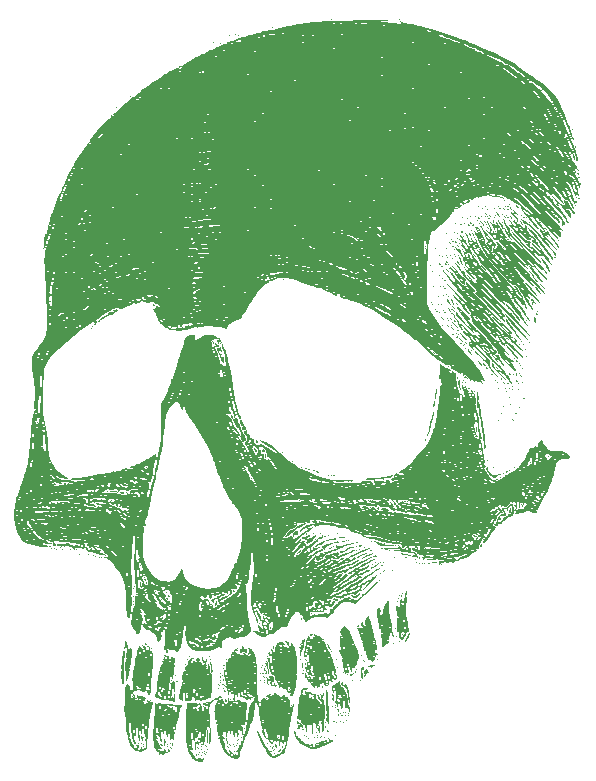
<source format=gts>
G04 #@! TF.GenerationSoftware,KiCad,Pcbnew,7.0.1-3b83917a11~171~ubuntu22.04.1*
G04 #@! TF.CreationDate,2023-03-30T17:32:25-07:00*
G04 #@! TF.ProjectId,skull,736b756c-6c2e-46b6-9963-61645f706362,rev?*
G04 #@! TF.SameCoordinates,Original*
G04 #@! TF.FileFunction,Soldermask,Top*
G04 #@! TF.FilePolarity,Negative*
%FSLAX46Y46*%
G04 Gerber Fmt 4.6, Leading zero omitted, Abs format (unit mm)*
G04 Created by KiCad (PCBNEW 7.0.1-3b83917a11~171~ubuntu22.04.1) date 2023-03-30 17:32:25*
%MOMM*%
%LPD*%
G01*
G04 APERTURE LIST*
G04 APERTURE END LIST*
G04 #@! TO.C,G\u002A\u002A\u002A*
G36*
X78671755Y-104895801D02*
G01*
X78623282Y-104944275D01*
X78574809Y-104895801D01*
X78623282Y-104847328D01*
X78671755Y-104895801D01*
G37*
G36*
X78768702Y-110906488D02*
G01*
X78720229Y-110954962D01*
X78671755Y-110906488D01*
X78720229Y-110858015D01*
X78768702Y-110906488D01*
G37*
G36*
X79156488Y-101696565D02*
G01*
X79108015Y-101745038D01*
X79059542Y-101696565D01*
X79108015Y-101648091D01*
X79156488Y-101696565D01*
G37*
G36*
X79641221Y-87251526D02*
G01*
X79592748Y-87300000D01*
X79544275Y-87251526D01*
X79592748Y-87203053D01*
X79641221Y-87251526D01*
G37*
G36*
X80222900Y-91226336D02*
G01*
X80174427Y-91274809D01*
X80125954Y-91226336D01*
X80174427Y-91177862D01*
X80222900Y-91226336D01*
G37*
G36*
X80222900Y-91420229D02*
G01*
X80174427Y-91468702D01*
X80125954Y-91420229D01*
X80174427Y-91371755D01*
X80222900Y-91420229D01*
G37*
G36*
X80222900Y-112166794D02*
G01*
X80174427Y-112215267D01*
X80125954Y-112166794D01*
X80174427Y-112118320D01*
X80222900Y-112166794D01*
G37*
G36*
X80319847Y-90450763D02*
G01*
X80271374Y-90499236D01*
X80222900Y-90450763D01*
X80271374Y-90402290D01*
X80319847Y-90450763D01*
G37*
G36*
X80319847Y-90644656D02*
G01*
X80271374Y-90693129D01*
X80222900Y-90644656D01*
X80271374Y-90596183D01*
X80319847Y-90644656D01*
G37*
G36*
X80319847Y-106253053D02*
G01*
X80271374Y-106301526D01*
X80222900Y-106253053D01*
X80271374Y-106204580D01*
X80319847Y-106253053D01*
G37*
G36*
X80319847Y-112360687D02*
G01*
X80271374Y-112409160D01*
X80222900Y-112360687D01*
X80271374Y-112312213D01*
X80319847Y-112360687D01*
G37*
G36*
X80610687Y-112360687D02*
G01*
X80562213Y-112409160D01*
X80513740Y-112360687D01*
X80562213Y-112312213D01*
X80610687Y-112360687D01*
G37*
G36*
X80804580Y-112457633D02*
G01*
X80756107Y-112506107D01*
X80707633Y-112457633D01*
X80756107Y-112409160D01*
X80804580Y-112457633D01*
G37*
G36*
X80901526Y-111875954D02*
G01*
X80853053Y-111924427D01*
X80804580Y-111875954D01*
X80853053Y-111827481D01*
X80901526Y-111875954D01*
G37*
G36*
X81289313Y-112457633D02*
G01*
X81240839Y-112506107D01*
X81192366Y-112457633D01*
X81240839Y-112409160D01*
X81289313Y-112457633D01*
G37*
G36*
X81483206Y-111875954D02*
G01*
X81434733Y-111924427D01*
X81386259Y-111875954D01*
X81434733Y-111827481D01*
X81483206Y-111875954D01*
G37*
G36*
X81483206Y-112554580D02*
G01*
X81434733Y-112603053D01*
X81386259Y-112554580D01*
X81434733Y-112506107D01*
X81483206Y-112554580D01*
G37*
G36*
X81677099Y-112554580D02*
G01*
X81628626Y-112603053D01*
X81580152Y-112554580D01*
X81628626Y-112506107D01*
X81677099Y-112554580D01*
G37*
G36*
X81774046Y-106834733D02*
G01*
X81725572Y-106883206D01*
X81677099Y-106834733D01*
X81725572Y-106786259D01*
X81774046Y-106834733D01*
G37*
G36*
X81967939Y-112457633D02*
G01*
X81919465Y-112506107D01*
X81870992Y-112457633D01*
X81919465Y-112409160D01*
X81967939Y-112457633D01*
G37*
G36*
X82258778Y-112748473D02*
G01*
X82210305Y-112796946D01*
X82161832Y-112748473D01*
X82210305Y-112700000D01*
X82258778Y-112748473D01*
G37*
G36*
X82452671Y-112457633D02*
G01*
X82404198Y-112506107D01*
X82355725Y-112457633D01*
X82404198Y-112409160D01*
X82452671Y-112457633D01*
G37*
G36*
X82452671Y-112748473D02*
G01*
X82404198Y-112796946D01*
X82355725Y-112748473D01*
X82404198Y-112700000D01*
X82452671Y-112748473D01*
G37*
G36*
X82646565Y-112554580D02*
G01*
X82598091Y-112603053D01*
X82549618Y-112554580D01*
X82598091Y-112506107D01*
X82646565Y-112554580D01*
G37*
G36*
X82743511Y-112845420D02*
G01*
X82695038Y-112893893D01*
X82646565Y-112845420D01*
X82695038Y-112796946D01*
X82743511Y-112845420D01*
G37*
G36*
X82840458Y-112554580D02*
G01*
X82791984Y-112603053D01*
X82743511Y-112554580D01*
X82791984Y-112506107D01*
X82840458Y-112554580D01*
G37*
G36*
X83034351Y-112651526D02*
G01*
X82985878Y-112700000D01*
X82937404Y-112651526D01*
X82985878Y-112603053D01*
X83034351Y-112651526D01*
G37*
G36*
X83228244Y-112748473D02*
G01*
X83179771Y-112796946D01*
X83131297Y-112748473D01*
X83179771Y-112700000D01*
X83228244Y-112748473D01*
G37*
G36*
X83519084Y-112845420D02*
G01*
X83470610Y-112893893D01*
X83422137Y-112845420D01*
X83470610Y-112796946D01*
X83519084Y-112845420D01*
G37*
G36*
X83712977Y-93359160D02*
G01*
X83664504Y-93407633D01*
X83616030Y-93359160D01*
X83664504Y-93310687D01*
X83712977Y-93359160D01*
G37*
G36*
X83712977Y-93746946D02*
G01*
X83664504Y-93795420D01*
X83616030Y-93746946D01*
X83664504Y-93698473D01*
X83712977Y-93746946D01*
G37*
G36*
X83809923Y-93553053D02*
G01*
X83761450Y-93601526D01*
X83712977Y-93553053D01*
X83761450Y-93504580D01*
X83809923Y-93553053D01*
G37*
G36*
X83906870Y-112942366D02*
G01*
X83858397Y-112990839D01*
X83809923Y-112942366D01*
X83858397Y-112893893D01*
X83906870Y-112942366D01*
G37*
G36*
X83906870Y-113330152D02*
G01*
X83858397Y-113378626D01*
X83809923Y-113330152D01*
X83858397Y-113281679D01*
X83906870Y-113330152D01*
G37*
G36*
X84585496Y-113136259D02*
G01*
X84537023Y-113184733D01*
X84488549Y-113136259D01*
X84537023Y-113087786D01*
X84585496Y-113136259D01*
G37*
G36*
X84682442Y-112554580D02*
G01*
X84633969Y-112603053D01*
X84585496Y-112554580D01*
X84633969Y-112506107D01*
X84682442Y-112554580D01*
G37*
G36*
X85070229Y-107513358D02*
G01*
X85021755Y-107561832D01*
X84973282Y-107513358D01*
X85021755Y-107464885D01*
X85070229Y-107513358D01*
G37*
G36*
X85264122Y-109258397D02*
G01*
X85215649Y-109306870D01*
X85167175Y-109258397D01*
X85215649Y-109209923D01*
X85264122Y-109258397D01*
G37*
G36*
X85458015Y-108288931D02*
G01*
X85409542Y-108337404D01*
X85361068Y-108288931D01*
X85409542Y-108240458D01*
X85458015Y-108288931D01*
G37*
G36*
X85845801Y-75036259D02*
G01*
X85797328Y-75084733D01*
X85748855Y-75036259D01*
X85797328Y-74987786D01*
X85845801Y-75036259D01*
G37*
G36*
X86427481Y-74551526D02*
G01*
X86379007Y-74600000D01*
X86330534Y-74551526D01*
X86379007Y-74503053D01*
X86427481Y-74551526D01*
G37*
G36*
X86427481Y-120601145D02*
G01*
X86379007Y-120649618D01*
X86330534Y-120601145D01*
X86379007Y-120552671D01*
X86427481Y-120601145D01*
G37*
G36*
X86524427Y-110615649D02*
G01*
X86475954Y-110664122D01*
X86427481Y-110615649D01*
X86475954Y-110567175D01*
X86524427Y-110615649D01*
G37*
G36*
X86718320Y-73775954D02*
G01*
X86669847Y-73824427D01*
X86621374Y-73775954D01*
X86669847Y-73727481D01*
X86718320Y-73775954D01*
G37*
G36*
X87009160Y-74066794D02*
G01*
X86960687Y-74115267D01*
X86912213Y-74066794D01*
X86960687Y-74018320D01*
X87009160Y-74066794D01*
G37*
G36*
X87009160Y-120601145D02*
G01*
X86960687Y-120649618D01*
X86912213Y-120601145D01*
X86960687Y-120552671D01*
X87009160Y-120601145D01*
G37*
G36*
X87009160Y-127969084D02*
G01*
X86960687Y-128017557D01*
X86912213Y-127969084D01*
X86960687Y-127920610D01*
X87009160Y-127969084D01*
G37*
G36*
X87203053Y-124866794D02*
G01*
X87154580Y-124915267D01*
X87106107Y-124866794D01*
X87154580Y-124818320D01*
X87203053Y-124866794D01*
G37*
G36*
X87300000Y-115753817D02*
G01*
X87251526Y-115802290D01*
X87203053Y-115753817D01*
X87251526Y-115705343D01*
X87300000Y-115753817D01*
G37*
G36*
X87300000Y-116432442D02*
G01*
X87251526Y-116480916D01*
X87203053Y-116432442D01*
X87251526Y-116383969D01*
X87300000Y-116432442D01*
G37*
G36*
X87300000Y-117111068D02*
G01*
X87251526Y-117159542D01*
X87203053Y-117111068D01*
X87251526Y-117062595D01*
X87300000Y-117111068D01*
G37*
G36*
X87396946Y-115559923D02*
G01*
X87348473Y-115608397D01*
X87300000Y-115559923D01*
X87348473Y-115511450D01*
X87396946Y-115559923D01*
G37*
G36*
X87590839Y-128647710D02*
G01*
X87542366Y-128696183D01*
X87493893Y-128647710D01*
X87542366Y-128599236D01*
X87590839Y-128647710D01*
G37*
G36*
X87784733Y-73291221D02*
G01*
X87736259Y-73339694D01*
X87687786Y-73291221D01*
X87736259Y-73242748D01*
X87784733Y-73291221D01*
G37*
G36*
X87881679Y-113814885D02*
G01*
X87833206Y-113863358D01*
X87784733Y-113814885D01*
X87833206Y-113766412D01*
X87881679Y-113814885D01*
G37*
G36*
X88172519Y-128356870D02*
G01*
X88124046Y-128405343D01*
X88075572Y-128356870D01*
X88124046Y-128308397D01*
X88172519Y-128356870D01*
G37*
G36*
X88172519Y-128744656D02*
G01*
X88124046Y-128793129D01*
X88075572Y-128744656D01*
X88124046Y-128696183D01*
X88172519Y-128744656D01*
G37*
G36*
X88172519Y-128938549D02*
G01*
X88124046Y-128987023D01*
X88075572Y-128938549D01*
X88124046Y-128890076D01*
X88172519Y-128938549D01*
G37*
G36*
X88172519Y-129132442D02*
G01*
X88124046Y-129180916D01*
X88075572Y-129132442D01*
X88124046Y-129083969D01*
X88172519Y-129132442D01*
G37*
G36*
X88269465Y-124672900D02*
G01*
X88220992Y-124721374D01*
X88172519Y-124672900D01*
X88220992Y-124624427D01*
X88269465Y-124672900D01*
G37*
G36*
X88366412Y-73097328D02*
G01*
X88317939Y-73145801D01*
X88269465Y-73097328D01*
X88317939Y-73048855D01*
X88366412Y-73097328D01*
G37*
G36*
X88366412Y-105477481D02*
G01*
X88317939Y-105525954D01*
X88269465Y-105477481D01*
X88317939Y-105429007D01*
X88366412Y-105477481D01*
G37*
G36*
X88560305Y-123703435D02*
G01*
X88511832Y-123751908D01*
X88463359Y-123703435D01*
X88511832Y-123654962D01*
X88560305Y-123703435D01*
G37*
G36*
X88560305Y-123897328D02*
G01*
X88511832Y-123945801D01*
X88463359Y-123897328D01*
X88511832Y-123848855D01*
X88560305Y-123897328D01*
G37*
G36*
X88851145Y-120795038D02*
G01*
X88802671Y-120843511D01*
X88754198Y-120795038D01*
X88802671Y-120746565D01*
X88851145Y-120795038D01*
G37*
G36*
X89432824Y-91808015D02*
G01*
X89384351Y-91856488D01*
X89335878Y-91808015D01*
X89384351Y-91759542D01*
X89432824Y-91808015D01*
G37*
G36*
X89626717Y-124963740D02*
G01*
X89578244Y-125012213D01*
X89529771Y-124963740D01*
X89578244Y-124915267D01*
X89626717Y-124963740D01*
G37*
G36*
X89723664Y-129423282D02*
G01*
X89675191Y-129471755D01*
X89626717Y-129423282D01*
X89675191Y-129374809D01*
X89723664Y-129423282D01*
G37*
G36*
X89820610Y-117498855D02*
G01*
X89772137Y-117547328D01*
X89723664Y-117498855D01*
X89772137Y-117450381D01*
X89820610Y-117498855D01*
G37*
G36*
X89917557Y-119437786D02*
G01*
X89869084Y-119486259D01*
X89820610Y-119437786D01*
X89869084Y-119389313D01*
X89917557Y-119437786D01*
G37*
G36*
X90208397Y-128938549D02*
G01*
X90159923Y-128987023D01*
X90111450Y-128938549D01*
X90159923Y-128890076D01*
X90208397Y-128938549D01*
G37*
G36*
X90208397Y-129132442D02*
G01*
X90159923Y-129180916D01*
X90111450Y-129132442D01*
X90159923Y-129083969D01*
X90208397Y-129132442D01*
G37*
G36*
X90305343Y-71837023D02*
G01*
X90256870Y-71885496D01*
X90208397Y-71837023D01*
X90256870Y-71788549D01*
X90305343Y-71837023D01*
G37*
G36*
X90402290Y-123800381D02*
G01*
X90353817Y-123848855D01*
X90305343Y-123800381D01*
X90353817Y-123751908D01*
X90402290Y-123800381D01*
G37*
G36*
X90499236Y-116529389D02*
G01*
X90450763Y-116577862D01*
X90402290Y-116529389D01*
X90450763Y-116480916D01*
X90499236Y-116529389D01*
G37*
G36*
X90499236Y-123509542D02*
G01*
X90450763Y-123558015D01*
X90402290Y-123509542D01*
X90450763Y-123461068D01*
X90499236Y-123509542D01*
G37*
G36*
X90596183Y-124963740D02*
G01*
X90547710Y-125012213D01*
X90499236Y-124963740D01*
X90547710Y-124915267D01*
X90596183Y-124963740D01*
G37*
G36*
X90693129Y-121376717D02*
G01*
X90644656Y-121425191D01*
X90596183Y-121376717D01*
X90644656Y-121328244D01*
X90693129Y-121376717D01*
G37*
G36*
X90693129Y-124672900D02*
G01*
X90644656Y-124721374D01*
X90596183Y-124672900D01*
X90644656Y-124624427D01*
X90693129Y-124672900D01*
G37*
G36*
X90887023Y-123121755D02*
G01*
X90838549Y-123170229D01*
X90790076Y-123121755D01*
X90838549Y-123073282D01*
X90887023Y-123121755D01*
G37*
G36*
X90887023Y-123412595D02*
G01*
X90838549Y-123461068D01*
X90790076Y-123412595D01*
X90838549Y-123364122D01*
X90887023Y-123412595D01*
G37*
G36*
X90983969Y-123606488D02*
G01*
X90935496Y-123654962D01*
X90887023Y-123606488D01*
X90935496Y-123558015D01*
X90983969Y-123606488D01*
G37*
G36*
X91080916Y-99563740D02*
G01*
X91032442Y-99612213D01*
X90983969Y-99563740D01*
X91032442Y-99515267D01*
X91080916Y-99563740D01*
G37*
G36*
X91468702Y-122540076D02*
G01*
X91420229Y-122588549D01*
X91371755Y-122540076D01*
X91420229Y-122491603D01*
X91468702Y-122540076D01*
G37*
G36*
X91662595Y-121958397D02*
G01*
X91614122Y-122006870D01*
X91565649Y-121958397D01*
X91614122Y-121909923D01*
X91662595Y-121958397D01*
G37*
G36*
X91662595Y-122152290D02*
G01*
X91614122Y-122200763D01*
X91565649Y-122152290D01*
X91614122Y-122103817D01*
X91662595Y-122152290D01*
G37*
G36*
X91856488Y-121764504D02*
G01*
X91808015Y-121812977D01*
X91759542Y-121764504D01*
X91808015Y-121716030D01*
X91856488Y-121764504D01*
G37*
G36*
X92050381Y-121473664D02*
G01*
X92001908Y-121522137D01*
X91953435Y-121473664D01*
X92001908Y-121425191D01*
X92050381Y-121473664D01*
G37*
G36*
X92147328Y-70479771D02*
G01*
X92098855Y-70528244D01*
X92050381Y-70479771D01*
X92098855Y-70431297D01*
X92147328Y-70479771D01*
G37*
G36*
X92825954Y-129811068D02*
G01*
X92777481Y-129859542D01*
X92729007Y-129811068D01*
X92777481Y-129762595D01*
X92825954Y-129811068D01*
G37*
G36*
X92922900Y-117983588D02*
G01*
X92874427Y-118032061D01*
X92825954Y-117983588D01*
X92874427Y-117935114D01*
X92922900Y-117983588D01*
G37*
G36*
X92922900Y-120310305D02*
G01*
X92874427Y-120358778D01*
X92825954Y-120310305D01*
X92874427Y-120261832D01*
X92922900Y-120310305D01*
G37*
G36*
X93019847Y-129132442D02*
G01*
X92971374Y-129180916D01*
X92922900Y-129132442D01*
X92971374Y-129083969D01*
X93019847Y-129132442D01*
G37*
G36*
X93116794Y-116529389D02*
G01*
X93068320Y-116577862D01*
X93019847Y-116529389D01*
X93068320Y-116480916D01*
X93116794Y-116529389D01*
G37*
G36*
X93116794Y-129617175D02*
G01*
X93068320Y-129665649D01*
X93019847Y-129617175D01*
X93068320Y-129568702D01*
X93116794Y-129617175D01*
G37*
G36*
X93213740Y-125739313D02*
G01*
X93165267Y-125787786D01*
X93116794Y-125739313D01*
X93165267Y-125690839D01*
X93213740Y-125739313D01*
G37*
G36*
X93213740Y-125933206D02*
G01*
X93165267Y-125981679D01*
X93116794Y-125933206D01*
X93165267Y-125884733D01*
X93213740Y-125933206D01*
G37*
G36*
X93310687Y-129520229D02*
G01*
X93262213Y-129568702D01*
X93213740Y-129520229D01*
X93262213Y-129471755D01*
X93310687Y-129520229D01*
G37*
G36*
X93407633Y-129326336D02*
G01*
X93359160Y-129374809D01*
X93310687Y-129326336D01*
X93359160Y-129277862D01*
X93407633Y-129326336D01*
G37*
G36*
X93504580Y-122249236D02*
G01*
X93456107Y-122297710D01*
X93407633Y-122249236D01*
X93456107Y-122200763D01*
X93504580Y-122249236D01*
G37*
G36*
X93504580Y-122443129D02*
G01*
X93456107Y-122491603D01*
X93407633Y-122443129D01*
X93456107Y-122394656D01*
X93504580Y-122443129D01*
G37*
G36*
X93504580Y-129617175D02*
G01*
X93456107Y-129665649D01*
X93407633Y-129617175D01*
X93456107Y-129568702D01*
X93504580Y-129617175D01*
G37*
G36*
X93698473Y-121473664D02*
G01*
X93650000Y-121522137D01*
X93601526Y-121473664D01*
X93650000Y-121425191D01*
X93698473Y-121473664D01*
G37*
G36*
X93795420Y-121764504D02*
G01*
X93746946Y-121812977D01*
X93698473Y-121764504D01*
X93746946Y-121716030D01*
X93795420Y-121764504D01*
G37*
G36*
X94086259Y-69510305D02*
G01*
X94037786Y-69558778D01*
X93989313Y-69510305D01*
X94037786Y-69461832D01*
X94086259Y-69510305D01*
G37*
G36*
X94474046Y-124188168D02*
G01*
X94425572Y-124236641D01*
X94377099Y-124188168D01*
X94425572Y-124139694D01*
X94474046Y-124188168D01*
G37*
G36*
X94667939Y-69607252D02*
G01*
X94619465Y-69655725D01*
X94570992Y-69607252D01*
X94619465Y-69558778D01*
X94667939Y-69607252D01*
G37*
G36*
X94667939Y-95007252D02*
G01*
X94619465Y-95055725D01*
X94570992Y-95007252D01*
X94619465Y-94958778D01*
X94667939Y-95007252D01*
G37*
G36*
X94667939Y-122540076D02*
G01*
X94619465Y-122588549D01*
X94570992Y-122540076D01*
X94619465Y-122491603D01*
X94667939Y-122540076D01*
G37*
G36*
X94667939Y-123509542D02*
G01*
X94619465Y-123558015D01*
X94570992Y-123509542D01*
X94619465Y-123461068D01*
X94667939Y-123509542D01*
G37*
G36*
X94667939Y-123703435D02*
G01*
X94619465Y-123751908D01*
X94570992Y-123703435D01*
X94619465Y-123654962D01*
X94667939Y-123703435D01*
G37*
G36*
X94764885Y-121958397D02*
G01*
X94716412Y-122006870D01*
X94667939Y-121958397D01*
X94716412Y-121909923D01*
X94764885Y-121958397D01*
G37*
G36*
X94764885Y-122733969D02*
G01*
X94716412Y-122782442D01*
X94667939Y-122733969D01*
X94716412Y-122685496D01*
X94764885Y-122733969D01*
G37*
G36*
X94958778Y-122249236D02*
G01*
X94910305Y-122297710D01*
X94861832Y-122249236D01*
X94910305Y-122200763D01*
X94958778Y-122249236D01*
G37*
G36*
X95152671Y-121764504D02*
G01*
X95104198Y-121812977D01*
X95055725Y-121764504D01*
X95104198Y-121716030D01*
X95152671Y-121764504D01*
G37*
G36*
X95249618Y-120116412D02*
G01*
X95201145Y-120164885D01*
X95152671Y-120116412D01*
X95201145Y-120067939D01*
X95249618Y-120116412D01*
G37*
G36*
X95346565Y-118856107D02*
G01*
X95298091Y-118904580D01*
X95249618Y-118856107D01*
X95298091Y-118807633D01*
X95346565Y-118856107D01*
G37*
G36*
X95443511Y-68928626D02*
G01*
X95395038Y-68977099D01*
X95346565Y-68928626D01*
X95395038Y-68880152D01*
X95443511Y-68928626D01*
G37*
G36*
X95443511Y-128647710D02*
G01*
X95395038Y-128696183D01*
X95346565Y-128647710D01*
X95395038Y-128599236D01*
X95443511Y-128647710D01*
G37*
G36*
X95540458Y-125545420D02*
G01*
X95491984Y-125593893D01*
X95443511Y-125545420D01*
X95491984Y-125496946D01*
X95540458Y-125545420D01*
G37*
G36*
X95540458Y-129229389D02*
G01*
X95491984Y-129277862D01*
X95443511Y-129229389D01*
X95491984Y-129180916D01*
X95540458Y-129229389D01*
G37*
G36*
X95637404Y-128744656D02*
G01*
X95588931Y-128793129D01*
X95540458Y-128744656D01*
X95588931Y-128696183D01*
X95637404Y-128744656D01*
G37*
G36*
X95637404Y-129423282D02*
G01*
X95588931Y-129471755D01*
X95540458Y-129423282D01*
X95588931Y-129374809D01*
X95637404Y-129423282D01*
G37*
G36*
X95734351Y-102375191D02*
G01*
X95685878Y-102423664D01*
X95637404Y-102375191D01*
X95685878Y-102326717D01*
X95734351Y-102375191D01*
G37*
G36*
X95734351Y-128938549D02*
G01*
X95685878Y-128987023D01*
X95637404Y-128938549D01*
X95685878Y-128890076D01*
X95734351Y-128938549D01*
G37*
G36*
X95831297Y-129132442D02*
G01*
X95782824Y-129180916D01*
X95734351Y-129132442D01*
X95782824Y-129083969D01*
X95831297Y-129132442D01*
G37*
G36*
X95831297Y-129520229D02*
G01*
X95782824Y-129568702D01*
X95734351Y-129520229D01*
X95782824Y-129471755D01*
X95831297Y-129520229D01*
G37*
G36*
X95928244Y-68831679D02*
G01*
X95879771Y-68880152D01*
X95831297Y-68831679D01*
X95879771Y-68783206D01*
X95928244Y-68831679D01*
G37*
G36*
X95928244Y-129326336D02*
G01*
X95879771Y-129374809D01*
X95831297Y-129326336D01*
X95879771Y-129277862D01*
X95928244Y-129326336D01*
G37*
G36*
X96025191Y-129035496D02*
G01*
X95976717Y-129083969D01*
X95928244Y-129035496D01*
X95976717Y-128987023D01*
X96025191Y-129035496D01*
G37*
G36*
X96122137Y-128841603D02*
G01*
X96073664Y-128890076D01*
X96025191Y-128841603D01*
X96073664Y-128793129D01*
X96122137Y-128841603D01*
G37*
G36*
X96219084Y-68928626D02*
G01*
X96170610Y-68977099D01*
X96122137Y-68928626D01*
X96170610Y-68880152D01*
X96219084Y-68928626D01*
G37*
G36*
X96316030Y-115269084D02*
G01*
X96267557Y-115317557D01*
X96219084Y-115269084D01*
X96267557Y-115220610D01*
X96316030Y-115269084D01*
G37*
G36*
X96316030Y-120601145D02*
G01*
X96267557Y-120649618D01*
X96219084Y-120601145D01*
X96267557Y-120552671D01*
X96316030Y-120601145D01*
G37*
G36*
X96316030Y-128066030D02*
G01*
X96267557Y-128114504D01*
X96219084Y-128066030D01*
X96267557Y-128017557D01*
X96316030Y-128066030D01*
G37*
G36*
X96412977Y-128356870D02*
G01*
X96364504Y-128405343D01*
X96316030Y-128356870D01*
X96364504Y-128308397D01*
X96412977Y-128356870D01*
G37*
G36*
X96703817Y-118953053D02*
G01*
X96655343Y-119001526D01*
X96606870Y-118953053D01*
X96655343Y-118904580D01*
X96703817Y-118953053D01*
G37*
G36*
X96800763Y-120601145D02*
G01*
X96752290Y-120649618D01*
X96703817Y-120601145D01*
X96752290Y-120552671D01*
X96800763Y-120601145D01*
G37*
G36*
X97188549Y-68540839D02*
G01*
X97140076Y-68589313D01*
X97091603Y-68540839D01*
X97140076Y-68492366D01*
X97188549Y-68540839D01*
G37*
G36*
X97188549Y-105283588D02*
G01*
X97140076Y-105332061D01*
X97091603Y-105283588D01*
X97140076Y-105235114D01*
X97188549Y-105283588D01*
G37*
G36*
X97285496Y-106446946D02*
G01*
X97237023Y-106495420D01*
X97188549Y-106446946D01*
X97237023Y-106398473D01*
X97285496Y-106446946D01*
G37*
G36*
X97285496Y-109549236D02*
G01*
X97237023Y-109597710D01*
X97188549Y-109549236D01*
X97237023Y-109500763D01*
X97285496Y-109549236D01*
G37*
G36*
X97285496Y-109743129D02*
G01*
X97237023Y-109791603D01*
X97188549Y-109743129D01*
X97237023Y-109694656D01*
X97285496Y-109743129D01*
G37*
G36*
X97285496Y-109937023D02*
G01*
X97237023Y-109985496D01*
X97188549Y-109937023D01*
X97237023Y-109888549D01*
X97285496Y-109937023D01*
G37*
G36*
X97285496Y-110130916D02*
G01*
X97237023Y-110179389D01*
X97188549Y-110130916D01*
X97237023Y-110082442D01*
X97285496Y-110130916D01*
G37*
G36*
X97285496Y-110324809D02*
G01*
X97237023Y-110373282D01*
X97188549Y-110324809D01*
X97237023Y-110276336D01*
X97285496Y-110324809D01*
G37*
G36*
X98061068Y-122733969D02*
G01*
X98012595Y-122782442D01*
X97964122Y-122733969D01*
X98012595Y-122685496D01*
X98061068Y-122733969D01*
G37*
G36*
X98061068Y-122927862D02*
G01*
X98012595Y-122976336D01*
X97964122Y-122927862D01*
X98012595Y-122879389D01*
X98061068Y-122927862D01*
G37*
G36*
X98061068Y-123509542D02*
G01*
X98012595Y-123558015D01*
X97964122Y-123509542D01*
X98012595Y-123461068D01*
X98061068Y-123509542D01*
G37*
G36*
X98158015Y-119146946D02*
G01*
X98109542Y-119195420D01*
X98061068Y-119146946D01*
X98109542Y-119098473D01*
X98158015Y-119146946D01*
G37*
G36*
X98158015Y-122443129D02*
G01*
X98109542Y-122491603D01*
X98061068Y-122443129D01*
X98109542Y-122394656D01*
X98158015Y-122443129D01*
G37*
G36*
X98158015Y-123897328D02*
G01*
X98109542Y-123945801D01*
X98061068Y-123897328D01*
X98109542Y-123848855D01*
X98158015Y-123897328D01*
G37*
G36*
X98254962Y-122927862D02*
G01*
X98206488Y-122976336D01*
X98158015Y-122927862D01*
X98206488Y-122879389D01*
X98254962Y-122927862D01*
G37*
G36*
X98351908Y-123509542D02*
G01*
X98303435Y-123558015D01*
X98254962Y-123509542D01*
X98303435Y-123461068D01*
X98351908Y-123509542D01*
G37*
G36*
X98351908Y-123703435D02*
G01*
X98303435Y-123751908D01*
X98254962Y-123703435D01*
X98303435Y-123654962D01*
X98351908Y-123703435D01*
G37*
G36*
X98351908Y-123994275D02*
G01*
X98303435Y-124042748D01*
X98254962Y-123994275D01*
X98303435Y-123945801D01*
X98351908Y-123994275D01*
G37*
G36*
X98545801Y-125060687D02*
G01*
X98497328Y-125109160D01*
X98448855Y-125060687D01*
X98497328Y-125012213D01*
X98545801Y-125060687D01*
G37*
G36*
X98545801Y-128066030D02*
G01*
X98497328Y-128114504D01*
X98448855Y-128066030D01*
X98497328Y-128017557D01*
X98545801Y-128066030D01*
G37*
G36*
X98545801Y-128647710D02*
G01*
X98497328Y-128696183D01*
X98448855Y-128647710D01*
X98497328Y-128599236D01*
X98545801Y-128647710D01*
G37*
G36*
X98642748Y-121473664D02*
G01*
X98594275Y-121522137D01*
X98545801Y-121473664D01*
X98594275Y-121425191D01*
X98642748Y-121473664D01*
G37*
G36*
X98642748Y-128841603D02*
G01*
X98594275Y-128890076D01*
X98545801Y-128841603D01*
X98594275Y-128793129D01*
X98642748Y-128841603D01*
G37*
G36*
X98933588Y-129520229D02*
G01*
X98885114Y-129568702D01*
X98836641Y-129520229D01*
X98885114Y-129471755D01*
X98933588Y-129520229D01*
G37*
G36*
X99030534Y-68250000D02*
G01*
X98982061Y-68298473D01*
X98933588Y-68250000D01*
X98982061Y-68201526D01*
X99030534Y-68250000D01*
G37*
G36*
X99127481Y-89093511D02*
G01*
X99079007Y-89141984D01*
X99030534Y-89093511D01*
X99079007Y-89045038D01*
X99127481Y-89093511D01*
G37*
G36*
X99224427Y-129714122D02*
G01*
X99175954Y-129762595D01*
X99127481Y-129714122D01*
X99175954Y-129665649D01*
X99224427Y-129714122D01*
G37*
G36*
X99321374Y-89093511D02*
G01*
X99272900Y-89141984D01*
X99224427Y-89093511D01*
X99272900Y-89045038D01*
X99321374Y-89093511D01*
G37*
G36*
X99418320Y-129423282D02*
G01*
X99369847Y-129471755D01*
X99321374Y-129423282D01*
X99369847Y-129374809D01*
X99418320Y-129423282D01*
G37*
G36*
X99612213Y-67862213D02*
G01*
X99563740Y-67910687D01*
X99515267Y-67862213D01*
X99563740Y-67813740D01*
X99612213Y-67862213D01*
G37*
G36*
X99709160Y-120601145D02*
G01*
X99660687Y-120649618D01*
X99612213Y-120601145D01*
X99660687Y-120552671D01*
X99709160Y-120601145D01*
G37*
G36*
X99806107Y-124672900D02*
G01*
X99757633Y-124721374D01*
X99709160Y-124672900D01*
X99757633Y-124624427D01*
X99806107Y-124672900D01*
G37*
G36*
X99903053Y-104217175D02*
G01*
X99854580Y-104265649D01*
X99806107Y-104217175D01*
X99854580Y-104168702D01*
X99903053Y-104217175D01*
G37*
G36*
X100000000Y-89578244D02*
G01*
X99951526Y-89626717D01*
X99903053Y-89578244D01*
X99951526Y-89529771D01*
X100000000Y-89578244D01*
G37*
G36*
X100484733Y-124285114D02*
G01*
X100436259Y-124333588D01*
X100387786Y-124285114D01*
X100436259Y-124236641D01*
X100484733Y-124285114D01*
G37*
G36*
X100678626Y-125642366D02*
G01*
X100630152Y-125690839D01*
X100581679Y-125642366D01*
X100630152Y-125593893D01*
X100678626Y-125642366D01*
G37*
G36*
X100775572Y-104992748D02*
G01*
X100727099Y-105041221D01*
X100678626Y-104992748D01*
X100727099Y-104944275D01*
X100775572Y-104992748D01*
G37*
G36*
X101066412Y-111391221D02*
G01*
X101017939Y-111439694D01*
X100969465Y-111391221D01*
X101017939Y-111342748D01*
X101066412Y-111391221D01*
G37*
G36*
X101066412Y-127387404D02*
G01*
X101017939Y-127435878D01*
X100969465Y-127387404D01*
X101017939Y-127338931D01*
X101066412Y-127387404D01*
G37*
G36*
X101163359Y-127581297D02*
G01*
X101114885Y-127629771D01*
X101066412Y-127581297D01*
X101114885Y-127532824D01*
X101163359Y-127581297D01*
G37*
G36*
X101357252Y-105380534D02*
G01*
X101308778Y-105429007D01*
X101260305Y-105380534D01*
X101308778Y-105332061D01*
X101357252Y-105380534D01*
G37*
G36*
X101357252Y-108288931D02*
G01*
X101308778Y-108337404D01*
X101260305Y-108288931D01*
X101308778Y-108240458D01*
X101357252Y-108288931D01*
G37*
G36*
X101357252Y-127872137D02*
G01*
X101308778Y-127920610D01*
X101260305Y-127872137D01*
X101308778Y-127823664D01*
X101357252Y-127872137D01*
G37*
G36*
X101454198Y-121764504D02*
G01*
X101405725Y-121812977D01*
X101357252Y-121764504D01*
X101405725Y-121716030D01*
X101454198Y-121764504D01*
G37*
G36*
X101551145Y-105477481D02*
G01*
X101502671Y-105525954D01*
X101454198Y-105477481D01*
X101502671Y-105429007D01*
X101551145Y-105477481D01*
G37*
G36*
X101551145Y-127872137D02*
G01*
X101502671Y-127920610D01*
X101454198Y-127872137D01*
X101502671Y-127823664D01*
X101551145Y-127872137D01*
G37*
G36*
X101648091Y-122927862D02*
G01*
X101599618Y-122976336D01*
X101551145Y-122927862D01*
X101599618Y-122879389D01*
X101648091Y-122927862D01*
G37*
G36*
X101745038Y-124672900D02*
G01*
X101696565Y-124721374D01*
X101648091Y-124672900D01*
X101696565Y-124624427D01*
X101745038Y-124672900D01*
G37*
G36*
X101745038Y-127969084D02*
G01*
X101696565Y-128017557D01*
X101648091Y-127969084D01*
X101696565Y-127920610D01*
X101745038Y-127969084D01*
G37*
G36*
X101745038Y-128162977D02*
G01*
X101696565Y-128211450D01*
X101648091Y-128162977D01*
X101696565Y-128114504D01*
X101745038Y-128162977D01*
G37*
G36*
X101938931Y-128259923D02*
G01*
X101890458Y-128308397D01*
X101841984Y-128259923D01*
X101890458Y-128211450D01*
X101938931Y-128259923D01*
G37*
G36*
X102035878Y-120988931D02*
G01*
X101987404Y-121037404D01*
X101938931Y-120988931D01*
X101987404Y-120940458D01*
X102035878Y-120988931D01*
G37*
G36*
X102132824Y-128453817D02*
G01*
X102084351Y-128502290D01*
X102035878Y-128453817D01*
X102084351Y-128405343D01*
X102132824Y-128453817D01*
G37*
G36*
X102229771Y-124769847D02*
G01*
X102181297Y-124818320D01*
X102132824Y-124769847D01*
X102181297Y-124721374D01*
X102229771Y-124769847D01*
G37*
G36*
X102229771Y-127969084D02*
G01*
X102181297Y-128017557D01*
X102132824Y-127969084D01*
X102181297Y-127920610D01*
X102229771Y-127969084D01*
G37*
G36*
X102423664Y-106543893D02*
G01*
X102375191Y-106592366D01*
X102326717Y-106543893D01*
X102375191Y-106495420D01*
X102423664Y-106543893D01*
G37*
G36*
X102520610Y-111100381D02*
G01*
X102472137Y-111148855D01*
X102423664Y-111100381D01*
X102472137Y-111051908D01*
X102520610Y-111100381D01*
G37*
G36*
X102520610Y-124866794D02*
G01*
X102472137Y-124915267D01*
X102423664Y-124866794D01*
X102472137Y-124818320D01*
X102520610Y-124866794D01*
G37*
G36*
X102617557Y-128356870D02*
G01*
X102569084Y-128405343D01*
X102520610Y-128356870D01*
X102569084Y-128308397D01*
X102617557Y-128356870D01*
G37*
G36*
X102714504Y-111585114D02*
G01*
X102666030Y-111633588D01*
X102617557Y-111585114D01*
X102666030Y-111536641D01*
X102714504Y-111585114D01*
G37*
G36*
X102908397Y-111197328D02*
G01*
X102859923Y-111245801D01*
X102811450Y-111197328D01*
X102859923Y-111148855D01*
X102908397Y-111197328D01*
G37*
G36*
X102908397Y-117595801D02*
G01*
X102859923Y-117644275D01*
X102811450Y-117595801D01*
X102859923Y-117547328D01*
X102908397Y-117595801D01*
G37*
G36*
X102908397Y-128162977D02*
G01*
X102859923Y-128211450D01*
X102811450Y-128162977D01*
X102859923Y-128114504D01*
X102908397Y-128162977D01*
G37*
G36*
X102908397Y-128356870D02*
G01*
X102859923Y-128405343D01*
X102811450Y-128356870D01*
X102859923Y-128308397D01*
X102908397Y-128356870D01*
G37*
G36*
X103005343Y-128550763D02*
G01*
X102956870Y-128599236D01*
X102908397Y-128550763D01*
X102956870Y-128502290D01*
X103005343Y-128550763D01*
G37*
G36*
X103102290Y-111100381D02*
G01*
X103053817Y-111148855D01*
X103005343Y-111100381D01*
X103053817Y-111051908D01*
X103102290Y-111100381D01*
G37*
G36*
X103199236Y-105962213D02*
G01*
X103150763Y-106010687D01*
X103102290Y-105962213D01*
X103150763Y-105913740D01*
X103199236Y-105962213D01*
G37*
G36*
X103393129Y-106059160D02*
G01*
X103344656Y-106107633D01*
X103296183Y-106059160D01*
X103344656Y-106010687D01*
X103393129Y-106059160D01*
G37*
G36*
X103393129Y-128066030D02*
G01*
X103344656Y-128114504D01*
X103296183Y-128066030D01*
X103344656Y-128017557D01*
X103393129Y-128066030D01*
G37*
G36*
X103490076Y-128356870D02*
G01*
X103441603Y-128405343D01*
X103393129Y-128356870D01*
X103441603Y-128308397D01*
X103490076Y-128356870D01*
G37*
G36*
X103683969Y-117304962D02*
G01*
X103635496Y-117353435D01*
X103587023Y-117304962D01*
X103635496Y-117256488D01*
X103683969Y-117304962D01*
G37*
G36*
X103683969Y-123800381D02*
G01*
X103635496Y-123848855D01*
X103587023Y-123800381D01*
X103635496Y-123751908D01*
X103683969Y-123800381D01*
G37*
G36*
X103683969Y-128066030D02*
G01*
X103635496Y-128114504D01*
X103587023Y-128066030D01*
X103635496Y-128017557D01*
X103683969Y-128066030D01*
G37*
G36*
X103780916Y-106156107D02*
G01*
X103732442Y-106204580D01*
X103683969Y-106156107D01*
X103732442Y-106107633D01*
X103780916Y-106156107D01*
G37*
G36*
X104071755Y-67571374D02*
G01*
X104023282Y-67619847D01*
X103974809Y-67571374D01*
X104023282Y-67522900D01*
X104071755Y-67571374D01*
G37*
G36*
X104071755Y-106156107D02*
G01*
X104023282Y-106204580D01*
X103974809Y-106156107D01*
X104023282Y-106107633D01*
X104071755Y-106156107D01*
G37*
G36*
X104071755Y-111197328D02*
G01*
X104023282Y-111245801D01*
X103974809Y-111197328D01*
X104023282Y-111148855D01*
X104071755Y-111197328D01*
G37*
G36*
X104071755Y-117401908D02*
G01*
X104023282Y-117450381D01*
X103974809Y-117401908D01*
X104023282Y-117353435D01*
X104071755Y-117401908D01*
G37*
G36*
X104071755Y-121085878D02*
G01*
X104023282Y-121134351D01*
X103974809Y-121085878D01*
X104023282Y-121037404D01*
X104071755Y-121085878D01*
G37*
G36*
X104168702Y-121279771D02*
G01*
X104120229Y-121328244D01*
X104071755Y-121279771D01*
X104120229Y-121231297D01*
X104168702Y-121279771D01*
G37*
G36*
X104168702Y-125933206D02*
G01*
X104120229Y-125981679D01*
X104071755Y-125933206D01*
X104120229Y-125884733D01*
X104168702Y-125933206D01*
G37*
G36*
X104168702Y-126127099D02*
G01*
X104120229Y-126175572D01*
X104071755Y-126127099D01*
X104120229Y-126078626D01*
X104168702Y-126127099D01*
G37*
G36*
X104168702Y-126611832D02*
G01*
X104120229Y-126660305D01*
X104071755Y-126611832D01*
X104120229Y-126563359D01*
X104168702Y-126611832D01*
G37*
G36*
X104265649Y-106156107D02*
G01*
X104217175Y-106204580D01*
X104168702Y-106156107D01*
X104217175Y-106107633D01*
X104265649Y-106156107D01*
G37*
G36*
X104265649Y-111197328D02*
G01*
X104217175Y-111245801D01*
X104168702Y-111197328D01*
X104217175Y-111148855D01*
X104265649Y-111197328D01*
G37*
G36*
X104265649Y-126999618D02*
G01*
X104217175Y-127048091D01*
X104168702Y-126999618D01*
X104217175Y-126951145D01*
X104265649Y-126999618D01*
G37*
G36*
X104362595Y-125642366D02*
G01*
X104314122Y-125690839D01*
X104265649Y-125642366D01*
X104314122Y-125593893D01*
X104362595Y-125642366D01*
G37*
G36*
X104362595Y-125836259D02*
G01*
X104314122Y-125884733D01*
X104265649Y-125836259D01*
X104314122Y-125787786D01*
X104362595Y-125836259D01*
G37*
G36*
X104362595Y-126030152D02*
G01*
X104314122Y-126078626D01*
X104265649Y-126030152D01*
X104314122Y-125981679D01*
X104362595Y-126030152D01*
G37*
G36*
X104362595Y-128162977D02*
G01*
X104314122Y-128211450D01*
X104265649Y-128162977D01*
X104314122Y-128114504D01*
X104362595Y-128162977D01*
G37*
G36*
X104459542Y-121764504D02*
G01*
X104411068Y-121812977D01*
X104362595Y-121764504D01*
X104411068Y-121716030D01*
X104459542Y-121764504D01*
G37*
G36*
X104459542Y-126611832D02*
G01*
X104411068Y-126660305D01*
X104362595Y-126611832D01*
X104411068Y-126563359D01*
X104459542Y-126611832D01*
G37*
G36*
X104459542Y-127096565D02*
G01*
X104411068Y-127145038D01*
X104362595Y-127096565D01*
X104411068Y-127048091D01*
X104459542Y-127096565D01*
G37*
G36*
X104556488Y-111100381D02*
G01*
X104508015Y-111148855D01*
X104459542Y-111100381D01*
X104508015Y-111051908D01*
X104556488Y-111100381D01*
G37*
G36*
X104556488Y-122443129D02*
G01*
X104508015Y-122491603D01*
X104459542Y-122443129D01*
X104508015Y-122394656D01*
X104556488Y-122443129D01*
G37*
G36*
X104556488Y-126805725D02*
G01*
X104508015Y-126854198D01*
X104459542Y-126805725D01*
X104508015Y-126757252D01*
X104556488Y-126805725D01*
G37*
G36*
X104750381Y-88608778D02*
G01*
X104701908Y-88657252D01*
X104653435Y-88608778D01*
X104701908Y-88560305D01*
X104750381Y-88608778D01*
G37*
G36*
X104750381Y-127387404D02*
G01*
X104701908Y-127435878D01*
X104653435Y-127387404D01*
X104701908Y-127338931D01*
X104750381Y-127387404D01*
G37*
G36*
X104847328Y-126320992D02*
G01*
X104798855Y-126369465D01*
X104750381Y-126320992D01*
X104798855Y-126272519D01*
X104847328Y-126320992D01*
G37*
G36*
X104847328Y-126805725D02*
G01*
X104798855Y-126854198D01*
X104750381Y-126805725D01*
X104798855Y-126757252D01*
X104847328Y-126805725D01*
G37*
G36*
X104847328Y-126999618D02*
G01*
X104798855Y-127048091D01*
X104750381Y-126999618D01*
X104798855Y-126951145D01*
X104847328Y-126999618D01*
G37*
G36*
X104944275Y-126514885D02*
G01*
X104895801Y-126563359D01*
X104847328Y-126514885D01*
X104895801Y-126466412D01*
X104944275Y-126514885D01*
G37*
G36*
X105041221Y-88705725D02*
G01*
X104992748Y-88754198D01*
X104944275Y-88705725D01*
X104992748Y-88657252D01*
X105041221Y-88705725D01*
G37*
G36*
X105041221Y-122830916D02*
G01*
X104992748Y-122879389D01*
X104944275Y-122830916D01*
X104992748Y-122782442D01*
X105041221Y-122830916D01*
G37*
G36*
X105041221Y-126224046D02*
G01*
X104992748Y-126272519D01*
X104944275Y-126224046D01*
X104992748Y-126175572D01*
X105041221Y-126224046D01*
G37*
G36*
X105041221Y-127096565D02*
G01*
X104992748Y-127145038D01*
X104944275Y-127096565D01*
X104992748Y-127048091D01*
X105041221Y-127096565D01*
G37*
G36*
X105138168Y-123218702D02*
G01*
X105089694Y-123267175D01*
X105041221Y-123218702D01*
X105089694Y-123170229D01*
X105138168Y-123218702D01*
G37*
G36*
X105138168Y-126030152D02*
G01*
X105089694Y-126078626D01*
X105041221Y-126030152D01*
X105089694Y-125981679D01*
X105138168Y-126030152D01*
G37*
G36*
X105219639Y-123774601D02*
G01*
X105218732Y-123776145D01*
X105222090Y-123787357D01*
X105206306Y-123771573D01*
X105219639Y-123774601D01*
G37*
G36*
X105235114Y-126224046D02*
G01*
X105186641Y-126272519D01*
X105138168Y-126224046D01*
X105186641Y-126175572D01*
X105235114Y-126224046D01*
G37*
G36*
X105235114Y-126514885D02*
G01*
X105186641Y-126563359D01*
X105138168Y-126514885D01*
X105186641Y-126466412D01*
X105235114Y-126514885D01*
G37*
G36*
X105332061Y-111682061D02*
G01*
X105283588Y-111730534D01*
X105235114Y-111682061D01*
X105283588Y-111633588D01*
X105332061Y-111682061D01*
G37*
G36*
X105332061Y-123218702D02*
G01*
X105283588Y-123267175D01*
X105235114Y-123218702D01*
X105283588Y-123170229D01*
X105332061Y-123218702D01*
G37*
G36*
X105332061Y-126030152D02*
G01*
X105283588Y-126078626D01*
X105235114Y-126030152D01*
X105283588Y-125981679D01*
X105332061Y-126030152D01*
G37*
G36*
X105332061Y-126902671D02*
G01*
X105283588Y-126951145D01*
X105235114Y-126902671D01*
X105283588Y-126854198D01*
X105332061Y-126902671D01*
G37*
G36*
X105429007Y-123024809D02*
G01*
X105380534Y-123073282D01*
X105332061Y-123024809D01*
X105380534Y-122976336D01*
X105429007Y-123024809D01*
G37*
G36*
X105429007Y-126708778D02*
G01*
X105380534Y-126757252D01*
X105332061Y-126708778D01*
X105380534Y-126660305D01*
X105429007Y-126708778D01*
G37*
G36*
X105525954Y-111682061D02*
G01*
X105477481Y-111730534D01*
X105429007Y-111682061D01*
X105477481Y-111633588D01*
X105525954Y-111682061D01*
G37*
G36*
X105525954Y-123218702D02*
G01*
X105477481Y-123267175D01*
X105429007Y-123218702D01*
X105477481Y-123170229D01*
X105525954Y-123218702D01*
G37*
G36*
X105525954Y-126514885D02*
G01*
X105477481Y-126563359D01*
X105429007Y-126514885D01*
X105477481Y-126466412D01*
X105525954Y-126514885D01*
G37*
G36*
X105816794Y-123509542D02*
G01*
X105768320Y-123558015D01*
X105719847Y-123509542D01*
X105768320Y-123461068D01*
X105816794Y-123509542D01*
G37*
G36*
X105913740Y-106737786D02*
G01*
X105865267Y-106786259D01*
X105816794Y-106737786D01*
X105865267Y-106689313D01*
X105913740Y-106737786D01*
G37*
G36*
X106010687Y-123412595D02*
G01*
X105962213Y-123461068D01*
X105913740Y-123412595D01*
X105962213Y-123364122D01*
X106010687Y-123412595D01*
G37*
G36*
X106107633Y-124091221D02*
G01*
X106059160Y-124139694D01*
X106010687Y-124091221D01*
X106059160Y-124042748D01*
X106107633Y-124091221D01*
G37*
G36*
X106204580Y-106737786D02*
G01*
X106156107Y-106786259D01*
X106107633Y-106737786D01*
X106156107Y-106689313D01*
X106204580Y-106737786D01*
G37*
G36*
X106204580Y-112166794D02*
G01*
X106156107Y-112215267D01*
X106107633Y-112166794D01*
X106156107Y-112118320D01*
X106204580Y-112166794D01*
G37*
G36*
X106301526Y-123218702D02*
G01*
X106253053Y-123267175D01*
X106204580Y-123218702D01*
X106253053Y-123170229D01*
X106301526Y-123218702D01*
G37*
G36*
X106495420Y-123509542D02*
G01*
X106446946Y-123558015D01*
X106398473Y-123509542D01*
X106446946Y-123461068D01*
X106495420Y-123509542D01*
G37*
G36*
X107174046Y-108288931D02*
G01*
X107125572Y-108337404D01*
X107077099Y-108288931D01*
X107125572Y-108240458D01*
X107174046Y-108288931D01*
G37*
G36*
X107367939Y-108870610D02*
G01*
X107319465Y-108919084D01*
X107270992Y-108870610D01*
X107319465Y-108822137D01*
X107367939Y-108870610D01*
G37*
G36*
X107464885Y-122733969D02*
G01*
X107416412Y-122782442D01*
X107367939Y-122733969D01*
X107416412Y-122685496D01*
X107464885Y-122733969D01*
G37*
G36*
X107561832Y-108288931D02*
G01*
X107513358Y-108337404D01*
X107464885Y-108288931D01*
X107513358Y-108240458D01*
X107561832Y-108288931D01*
G37*
G36*
X107755725Y-113524046D02*
G01*
X107707252Y-113572519D01*
X107658778Y-113524046D01*
X107707252Y-113475572D01*
X107755725Y-113524046D01*
G37*
G36*
X107949618Y-113233206D02*
G01*
X107901145Y-113281679D01*
X107852671Y-113233206D01*
X107901145Y-113184733D01*
X107949618Y-113233206D01*
G37*
G36*
X107949618Y-121764504D02*
G01*
X107901145Y-121812977D01*
X107852671Y-121764504D01*
X107901145Y-121716030D01*
X107949618Y-121764504D01*
G37*
G36*
X108143511Y-113233206D02*
G01*
X108095038Y-113281679D01*
X108046565Y-113233206D01*
X108095038Y-113184733D01*
X108143511Y-113233206D01*
G37*
G36*
X108240458Y-113524046D02*
G01*
X108191984Y-113572519D01*
X108143511Y-113524046D01*
X108191984Y-113475572D01*
X108240458Y-113524046D01*
G37*
G36*
X108337404Y-112360687D02*
G01*
X108288931Y-112409160D01*
X108240458Y-112360687D01*
X108288931Y-112312213D01*
X108337404Y-112360687D01*
G37*
G36*
X108337404Y-113814885D02*
G01*
X108288931Y-113863358D01*
X108240458Y-113814885D01*
X108288931Y-113766412D01*
X108337404Y-113814885D01*
G37*
G36*
X108434351Y-113524046D02*
G01*
X108385878Y-113572519D01*
X108337404Y-113524046D01*
X108385878Y-113475572D01*
X108434351Y-113524046D01*
G37*
G36*
X108531297Y-114687404D02*
G01*
X108482824Y-114735878D01*
X108434351Y-114687404D01*
X108482824Y-114638931D01*
X108531297Y-114687404D01*
G37*
G36*
X108725191Y-114008778D02*
G01*
X108676717Y-114057252D01*
X108628244Y-114008778D01*
X108676717Y-113960305D01*
X108725191Y-114008778D01*
G37*
G36*
X108725191Y-114493511D02*
G01*
X108676717Y-114541984D01*
X108628244Y-114493511D01*
X108676717Y-114445038D01*
X108725191Y-114493511D01*
G37*
G36*
X108919084Y-116626336D02*
G01*
X108870610Y-116674809D01*
X108822137Y-116626336D01*
X108870610Y-116577862D01*
X108919084Y-116626336D01*
G37*
G36*
X109016030Y-113911832D02*
G01*
X108967557Y-113960305D01*
X108919084Y-113911832D01*
X108967557Y-113863358D01*
X109016030Y-113911832D01*
G37*
G36*
X109209923Y-114202671D02*
G01*
X109161450Y-114251145D01*
X109112977Y-114202671D01*
X109161450Y-114154198D01*
X109209923Y-114202671D01*
G37*
G36*
X109306870Y-120407252D02*
G01*
X109258397Y-120455725D01*
X109209923Y-120407252D01*
X109258397Y-120358778D01*
X109306870Y-120407252D01*
G37*
G36*
X109403817Y-113136259D02*
G01*
X109355343Y-113184733D01*
X109306870Y-113136259D01*
X109355343Y-113087786D01*
X109403817Y-113136259D01*
G37*
G36*
X109597710Y-109258397D02*
G01*
X109549236Y-109306870D01*
X109500763Y-109258397D01*
X109549236Y-109209923D01*
X109597710Y-109258397D01*
G37*
G36*
X109597710Y-119825572D02*
G01*
X109549236Y-119874046D01*
X109500763Y-119825572D01*
X109549236Y-119777099D01*
X109597710Y-119825572D01*
G37*
G36*
X109694656Y-67765267D02*
G01*
X109646183Y-67813740D01*
X109597710Y-67765267D01*
X109646183Y-67716794D01*
X109694656Y-67765267D01*
G37*
G36*
X109694656Y-112748473D02*
G01*
X109646183Y-112796946D01*
X109597710Y-112748473D01*
X109646183Y-112700000D01*
X109694656Y-112748473D01*
G37*
G36*
X109791603Y-67571374D02*
G01*
X109743129Y-67619847D01*
X109694656Y-67571374D01*
X109743129Y-67522900D01*
X109791603Y-67571374D01*
G37*
G36*
X109791603Y-109258397D02*
G01*
X109743129Y-109306870D01*
X109694656Y-109258397D01*
X109743129Y-109209923D01*
X109791603Y-109258397D01*
G37*
G36*
X109791603Y-116335496D02*
G01*
X109743129Y-116383969D01*
X109694656Y-116335496D01*
X109743129Y-116287023D01*
X109791603Y-116335496D01*
G37*
G36*
X109791603Y-120213359D02*
G01*
X109743129Y-120261832D01*
X109694656Y-120213359D01*
X109743129Y-120164885D01*
X109791603Y-120213359D01*
G37*
G36*
X110082442Y-108385878D02*
G01*
X110033969Y-108434351D01*
X109985496Y-108385878D01*
X110033969Y-108337404D01*
X110082442Y-108385878D01*
G37*
G36*
X110082442Y-116141603D02*
G01*
X110033969Y-116190076D01*
X109985496Y-116141603D01*
X110033969Y-116093129D01*
X110082442Y-116141603D01*
G37*
G36*
X110082442Y-119631679D02*
G01*
X110033969Y-119680152D01*
X109985496Y-119631679D01*
X110033969Y-119583206D01*
X110082442Y-119631679D01*
G37*
G36*
X110179389Y-115947710D02*
G01*
X110130916Y-115996183D01*
X110082442Y-115947710D01*
X110130916Y-115899236D01*
X110179389Y-115947710D01*
G37*
G36*
X110276336Y-67862213D02*
G01*
X110227862Y-67910687D01*
X110179389Y-67862213D01*
X110227862Y-67813740D01*
X110276336Y-67862213D01*
G37*
G36*
X110276336Y-108385878D02*
G01*
X110227862Y-108434351D01*
X110179389Y-108385878D01*
X110227862Y-108337404D01*
X110276336Y-108385878D01*
G37*
G36*
X110276336Y-112748473D02*
G01*
X110227862Y-112796946D01*
X110179389Y-112748473D01*
X110227862Y-112700000D01*
X110276336Y-112748473D01*
G37*
G36*
X110373282Y-109064504D02*
G01*
X110324809Y-109112977D01*
X110276336Y-109064504D01*
X110324809Y-109016030D01*
X110373282Y-109064504D01*
G37*
G36*
X110470229Y-108385878D02*
G01*
X110421755Y-108434351D01*
X110373282Y-108385878D01*
X110421755Y-108337404D01*
X110470229Y-108385878D01*
G37*
G36*
X110567175Y-109355343D02*
G01*
X110518702Y-109403817D01*
X110470229Y-109355343D01*
X110518702Y-109306870D01*
X110567175Y-109355343D01*
G37*
G36*
X110954962Y-108482824D02*
G01*
X110906488Y-108531297D01*
X110858015Y-108482824D01*
X110906488Y-108434351D01*
X110954962Y-108482824D01*
G37*
G36*
X111245801Y-113524046D02*
G01*
X111197328Y-113572519D01*
X111148855Y-113524046D01*
X111197328Y-113475572D01*
X111245801Y-113524046D01*
G37*
G36*
X111342748Y-113330152D02*
G01*
X111294275Y-113378626D01*
X111245801Y-113330152D01*
X111294275Y-113281679D01*
X111342748Y-113330152D01*
G37*
G36*
X111536641Y-113620992D02*
G01*
X111488168Y-113669465D01*
X111439694Y-113620992D01*
X111488168Y-113572519D01*
X111536641Y-113620992D01*
G37*
G36*
X111730534Y-113620992D02*
G01*
X111682061Y-113669465D01*
X111633588Y-113620992D01*
X111682061Y-113572519D01*
X111730534Y-113620992D01*
G37*
G36*
X111924427Y-113620992D02*
G01*
X111875954Y-113669465D01*
X111827481Y-113620992D01*
X111875954Y-113572519D01*
X111924427Y-113620992D01*
G37*
G36*
X112021374Y-86572900D02*
G01*
X111972900Y-86621374D01*
X111924427Y-86572900D01*
X111972900Y-86524427D01*
X112021374Y-86572900D01*
G37*
G36*
X112021374Y-86766794D02*
G01*
X111972900Y-86815267D01*
X111924427Y-86766794D01*
X111972900Y-86718320D01*
X112021374Y-86766794D01*
G37*
G36*
X112021374Y-86960687D02*
G01*
X111972900Y-87009160D01*
X111924427Y-86960687D01*
X111972900Y-86912213D01*
X112021374Y-86960687D01*
G37*
G36*
X112021374Y-112360687D02*
G01*
X111972900Y-112409160D01*
X111924427Y-112360687D01*
X111972900Y-112312213D01*
X112021374Y-112360687D01*
G37*
G36*
X112409160Y-88414885D02*
G01*
X112360687Y-88463359D01*
X112312213Y-88414885D01*
X112360687Y-88366412D01*
X112409160Y-88414885D01*
G37*
G36*
X112409160Y-112360687D02*
G01*
X112360687Y-112409160D01*
X112312213Y-112360687D01*
X112360687Y-112312213D01*
X112409160Y-112360687D01*
G37*
G36*
X112506107Y-91517175D02*
G01*
X112457633Y-91565649D01*
X112409160Y-91517175D01*
X112457633Y-91468702D01*
X112506107Y-91517175D01*
G37*
G36*
X112603053Y-88899618D02*
G01*
X112554580Y-88948091D01*
X112506107Y-88899618D01*
X112554580Y-88851145D01*
X112603053Y-88899618D01*
G37*
G36*
X112603053Y-91711068D02*
G01*
X112554580Y-91759542D01*
X112506107Y-91711068D01*
X112554580Y-91662595D01*
X112603053Y-91711068D01*
G37*
G36*
X112700000Y-88027099D02*
G01*
X112651526Y-88075572D01*
X112603053Y-88027099D01*
X112651526Y-87978626D01*
X112700000Y-88027099D01*
G37*
G36*
X112700000Y-90159923D02*
G01*
X112651526Y-90208397D01*
X112603053Y-90159923D01*
X112651526Y-90111450D01*
X112700000Y-90159923D01*
G37*
G36*
X112700000Y-90547710D02*
G01*
X112651526Y-90596183D01*
X112603053Y-90547710D01*
X112651526Y-90499236D01*
X112700000Y-90547710D01*
G37*
G36*
X112700000Y-91904962D02*
G01*
X112651526Y-91953435D01*
X112603053Y-91904962D01*
X112651526Y-91856488D01*
X112700000Y-91904962D01*
G37*
G36*
X112893893Y-86960687D02*
G01*
X112845420Y-87009160D01*
X112796946Y-86960687D01*
X112845420Y-86912213D01*
X112893893Y-86960687D01*
G37*
G36*
X112893893Y-92098855D02*
G01*
X112845420Y-92147328D01*
X112796946Y-92098855D01*
X112845420Y-92050381D01*
X112893893Y-92098855D01*
G37*
G36*
X112990839Y-90644656D02*
G01*
X112942366Y-90693129D01*
X112893893Y-90644656D01*
X112942366Y-90596183D01*
X112990839Y-90644656D01*
G37*
G36*
X112990839Y-92292748D02*
G01*
X112942366Y-92341221D01*
X112893893Y-92292748D01*
X112942366Y-92244275D01*
X112990839Y-92292748D01*
G37*
G36*
X113087786Y-85894275D02*
G01*
X113039313Y-85942748D01*
X112990839Y-85894275D01*
X113039313Y-85845801D01*
X113087786Y-85894275D01*
G37*
G36*
X113087786Y-88027099D02*
G01*
X113039313Y-88075572D01*
X112990839Y-88027099D01*
X113039313Y-87978626D01*
X113087786Y-88027099D01*
G37*
G36*
X113087786Y-91032442D02*
G01*
X113039313Y-91080916D01*
X112990839Y-91032442D01*
X113039313Y-90983969D01*
X113087786Y-91032442D01*
G37*
G36*
X113087786Y-91711068D02*
G01*
X113039313Y-91759542D01*
X112990839Y-91711068D01*
X113039313Y-91662595D01*
X113087786Y-91711068D01*
G37*
G36*
X113184733Y-87542366D02*
G01*
X113136259Y-87590839D01*
X113087786Y-87542366D01*
X113136259Y-87493893D01*
X113184733Y-87542366D01*
G37*
G36*
X113184733Y-88511832D02*
G01*
X113136259Y-88560305D01*
X113087786Y-88511832D01*
X113136259Y-88463359D01*
X113184733Y-88511832D01*
G37*
G36*
X113184733Y-92389694D02*
G01*
X113136259Y-92438168D01*
X113087786Y-92389694D01*
X113136259Y-92341221D01*
X113184733Y-92389694D01*
G37*
G36*
X113281679Y-88705725D02*
G01*
X113233206Y-88754198D01*
X113184733Y-88705725D01*
X113233206Y-88657252D01*
X113281679Y-88705725D01*
G37*
G36*
X113281679Y-89772137D02*
G01*
X113233206Y-89820610D01*
X113184733Y-89772137D01*
X113233206Y-89723664D01*
X113281679Y-89772137D01*
G37*
G36*
X113281679Y-90159923D02*
G01*
X113233206Y-90208397D01*
X113184733Y-90159923D01*
X113233206Y-90111450D01*
X113281679Y-90159923D01*
G37*
G36*
X113281679Y-92583588D02*
G01*
X113233206Y-92632061D01*
X113184733Y-92583588D01*
X113233206Y-92535114D01*
X113281679Y-92583588D01*
G37*
G36*
X113378626Y-87154580D02*
G01*
X113330152Y-87203053D01*
X113281679Y-87154580D01*
X113330152Y-87106107D01*
X113378626Y-87154580D01*
G37*
G36*
X113378626Y-91129389D02*
G01*
X113330152Y-91177862D01*
X113281679Y-91129389D01*
X113330152Y-91080916D01*
X113378626Y-91129389D01*
G37*
G36*
X113378626Y-91711068D02*
G01*
X113330152Y-91759542D01*
X113281679Y-91711068D01*
X113330152Y-91662595D01*
X113378626Y-91711068D01*
G37*
G36*
X113378626Y-113717939D02*
G01*
X113330152Y-113766412D01*
X113281679Y-113717939D01*
X113330152Y-113669465D01*
X113378626Y-113717939D01*
G37*
G36*
X113475572Y-86669847D02*
G01*
X113427099Y-86718320D01*
X113378626Y-86669847D01*
X113427099Y-86621374D01*
X113475572Y-86669847D01*
G37*
G36*
X113475572Y-87639313D02*
G01*
X113427099Y-87687786D01*
X113378626Y-87639313D01*
X113427099Y-87590839D01*
X113475572Y-87639313D01*
G37*
G36*
X113475572Y-89481297D02*
G01*
X113427099Y-89529771D01*
X113378626Y-89481297D01*
X113427099Y-89432824D01*
X113475572Y-89481297D01*
G37*
G36*
X113475572Y-93456107D02*
G01*
X113427099Y-93504580D01*
X113378626Y-93456107D01*
X113427099Y-93407633D01*
X113475572Y-93456107D01*
G37*
G36*
X113572519Y-87348473D02*
G01*
X113524046Y-87396946D01*
X113475572Y-87348473D01*
X113524046Y-87300000D01*
X113572519Y-87348473D01*
G37*
G36*
X113572519Y-90159923D02*
G01*
X113524046Y-90208397D01*
X113475572Y-90159923D01*
X113524046Y-90111450D01*
X113572519Y-90159923D01*
G37*
G36*
X113572519Y-90935496D02*
G01*
X113524046Y-90983969D01*
X113475572Y-90935496D01*
X113524046Y-90887023D01*
X113572519Y-90935496D01*
G37*
G36*
X113669465Y-89675191D02*
G01*
X113620992Y-89723664D01*
X113572519Y-89675191D01*
X113620992Y-89626717D01*
X113669465Y-89675191D01*
G37*
G36*
X113669465Y-90353817D02*
G01*
X113620992Y-90402290D01*
X113572519Y-90353817D01*
X113620992Y-90305343D01*
X113669465Y-90353817D01*
G37*
G36*
X113669465Y-91129389D02*
G01*
X113620992Y-91177862D01*
X113572519Y-91129389D01*
X113620992Y-91080916D01*
X113669465Y-91129389D01*
G37*
G36*
X113669465Y-92001908D02*
G01*
X113620992Y-92050381D01*
X113572519Y-92001908D01*
X113620992Y-91953435D01*
X113669465Y-92001908D01*
G37*
G36*
X113669465Y-92389694D02*
G01*
X113620992Y-92438168D01*
X113572519Y-92389694D01*
X113620992Y-92341221D01*
X113669465Y-92389694D01*
G37*
G36*
X113669465Y-92680534D02*
G01*
X113620992Y-92729007D01*
X113572519Y-92680534D01*
X113620992Y-92632061D01*
X113669465Y-92680534D01*
G37*
G36*
X113669465Y-93165267D02*
G01*
X113620992Y-93213740D01*
X113572519Y-93165267D01*
X113620992Y-93116794D01*
X113669465Y-93165267D01*
G37*
G36*
X113766412Y-85700381D02*
G01*
X113717939Y-85748855D01*
X113669465Y-85700381D01*
X113717939Y-85651908D01*
X113766412Y-85700381D01*
G37*
G36*
X113766412Y-86960687D02*
G01*
X113717939Y-87009160D01*
X113669465Y-86960687D01*
X113717939Y-86912213D01*
X113766412Y-86960687D01*
G37*
G36*
X113766412Y-87542366D02*
G01*
X113717939Y-87590839D01*
X113669465Y-87542366D01*
X113717939Y-87493893D01*
X113766412Y-87542366D01*
G37*
G36*
X113766412Y-90838549D02*
G01*
X113717939Y-90887023D01*
X113669465Y-90838549D01*
X113717939Y-90790076D01*
X113766412Y-90838549D01*
G37*
G36*
X113863358Y-87736259D02*
G01*
X113814885Y-87784733D01*
X113766412Y-87736259D01*
X113814885Y-87687786D01*
X113863358Y-87736259D01*
G37*
G36*
X113863358Y-88511832D02*
G01*
X113814885Y-88560305D01*
X113766412Y-88511832D01*
X113814885Y-88463359D01*
X113863358Y-88511832D01*
G37*
G36*
X113863358Y-90450763D02*
G01*
X113814885Y-90499236D01*
X113766412Y-90450763D01*
X113814885Y-90402290D01*
X113863358Y-90450763D01*
G37*
G36*
X113863358Y-92874427D02*
G01*
X113814885Y-92922900D01*
X113766412Y-92874427D01*
X113814885Y-92825954D01*
X113863358Y-92874427D01*
G37*
G36*
X113960305Y-87154580D02*
G01*
X113911832Y-87203053D01*
X113863358Y-87154580D01*
X113911832Y-87106107D01*
X113960305Y-87154580D01*
G37*
G36*
X113960305Y-87930152D02*
G01*
X113911832Y-87978626D01*
X113863358Y-87930152D01*
X113911832Y-87881679D01*
X113960305Y-87930152D01*
G37*
G36*
X113960305Y-88317939D02*
G01*
X113911832Y-88366412D01*
X113863358Y-88317939D01*
X113911832Y-88269465D01*
X113960305Y-88317939D01*
G37*
G36*
X113960305Y-91032442D02*
G01*
X113911832Y-91080916D01*
X113863358Y-91032442D01*
X113911832Y-90983969D01*
X113960305Y-91032442D01*
G37*
G36*
X113960305Y-92486641D02*
G01*
X113911832Y-92535114D01*
X113863358Y-92486641D01*
X113911832Y-92438168D01*
X113960305Y-92486641D01*
G37*
G36*
X113960305Y-92680534D02*
G01*
X113911832Y-92729007D01*
X113863358Y-92680534D01*
X113911832Y-92632061D01*
X113960305Y-92680534D01*
G37*
G36*
X113960305Y-93068320D02*
G01*
X113911832Y-93116794D01*
X113863358Y-93068320D01*
X113911832Y-93019847D01*
X113960305Y-93068320D01*
G37*
G36*
X113960305Y-96946183D02*
G01*
X113911832Y-96994656D01*
X113863358Y-96946183D01*
X113911832Y-96897710D01*
X113960305Y-96946183D01*
G37*
G36*
X114057252Y-85894275D02*
G01*
X114008778Y-85942748D01*
X113960305Y-85894275D01*
X114008778Y-85845801D01*
X114057252Y-85894275D01*
G37*
G36*
X114057252Y-87348473D02*
G01*
X114008778Y-87396946D01*
X113960305Y-87348473D01*
X114008778Y-87300000D01*
X114057252Y-87348473D01*
G37*
G36*
X114057252Y-93262213D02*
G01*
X114008778Y-93310687D01*
X113960305Y-93262213D01*
X114008778Y-93213740D01*
X114057252Y-93262213D01*
G37*
G36*
X114154198Y-87542366D02*
G01*
X114105725Y-87590839D01*
X114057252Y-87542366D01*
X114105725Y-87493893D01*
X114154198Y-87542366D01*
G37*
G36*
X114154198Y-88027099D02*
G01*
X114105725Y-88075572D01*
X114057252Y-88027099D01*
X114105725Y-87978626D01*
X114154198Y-88027099D01*
G37*
G36*
X114154198Y-93843893D02*
G01*
X114105725Y-93892366D01*
X114057252Y-93843893D01*
X114105725Y-93795420D01*
X114154198Y-93843893D01*
G37*
G36*
X114251145Y-85312595D02*
G01*
X114202671Y-85361068D01*
X114154198Y-85312595D01*
X114202671Y-85264122D01*
X114251145Y-85312595D01*
G37*
G36*
X114251145Y-92680534D02*
G01*
X114202671Y-92729007D01*
X114154198Y-92680534D01*
X114202671Y-92632061D01*
X114251145Y-92680534D01*
G37*
G36*
X114251145Y-93456107D02*
G01*
X114202671Y-93504580D01*
X114154198Y-93456107D01*
X114202671Y-93407633D01*
X114251145Y-93456107D01*
G37*
G36*
X114348091Y-85991221D02*
G01*
X114299618Y-86039694D01*
X114251145Y-85991221D01*
X114299618Y-85942748D01*
X114348091Y-85991221D01*
G37*
G36*
X114348091Y-86379007D02*
G01*
X114299618Y-86427481D01*
X114251145Y-86379007D01*
X114299618Y-86330534D01*
X114348091Y-86379007D01*
G37*
G36*
X114348091Y-86766794D02*
G01*
X114299618Y-86815267D01*
X114251145Y-86766794D01*
X114299618Y-86718320D01*
X114348091Y-86766794D01*
G37*
G36*
X114348091Y-94231679D02*
G01*
X114299618Y-94280152D01*
X114251145Y-94231679D01*
X114299618Y-94183206D01*
X114348091Y-94231679D01*
G37*
G36*
X114445038Y-85603435D02*
G01*
X114396565Y-85651908D01*
X114348091Y-85603435D01*
X114396565Y-85554962D01*
X114445038Y-85603435D01*
G37*
G36*
X114445038Y-86572900D02*
G01*
X114396565Y-86621374D01*
X114348091Y-86572900D01*
X114396565Y-86524427D01*
X114445038Y-86572900D01*
G37*
G36*
X114445038Y-87057633D02*
G01*
X114396565Y-87106107D01*
X114348091Y-87057633D01*
X114396565Y-87009160D01*
X114445038Y-87057633D01*
G37*
G36*
X114445038Y-87445420D02*
G01*
X114396565Y-87493893D01*
X114348091Y-87445420D01*
X114396565Y-87396946D01*
X114445038Y-87445420D01*
G37*
G36*
X114445038Y-94037786D02*
G01*
X114396565Y-94086259D01*
X114348091Y-94037786D01*
X114396565Y-93989313D01*
X114445038Y-94037786D01*
G37*
G36*
X114541984Y-84827862D02*
G01*
X114493511Y-84876336D01*
X114445038Y-84827862D01*
X114493511Y-84779389D01*
X114541984Y-84827862D01*
G37*
G36*
X114541984Y-87251526D02*
G01*
X114493511Y-87300000D01*
X114445038Y-87251526D01*
X114493511Y-87203053D01*
X114541984Y-87251526D01*
G37*
G36*
X114541984Y-87639313D02*
G01*
X114493511Y-87687786D01*
X114445038Y-87639313D01*
X114493511Y-87590839D01*
X114541984Y-87639313D01*
G37*
G36*
X114638931Y-85312595D02*
G01*
X114590458Y-85361068D01*
X114541984Y-85312595D01*
X114590458Y-85264122D01*
X114638931Y-85312595D01*
G37*
G36*
X114638931Y-85894275D02*
G01*
X114590458Y-85942748D01*
X114541984Y-85894275D01*
X114590458Y-85845801D01*
X114638931Y-85894275D01*
G37*
G36*
X114638931Y-87833206D02*
G01*
X114590458Y-87881679D01*
X114541984Y-87833206D01*
X114590458Y-87784733D01*
X114638931Y-87833206D01*
G37*
G36*
X114735878Y-85700381D02*
G01*
X114687404Y-85748855D01*
X114638931Y-85700381D01*
X114687404Y-85651908D01*
X114735878Y-85700381D01*
G37*
G36*
X114735878Y-86088168D02*
G01*
X114687404Y-86136641D01*
X114638931Y-86088168D01*
X114687404Y-86039694D01*
X114735878Y-86088168D01*
G37*
G36*
X114832824Y-94231679D02*
G01*
X114784351Y-94280152D01*
X114735878Y-94231679D01*
X114784351Y-94183206D01*
X114832824Y-94231679D01*
G37*
G36*
X114929771Y-85312595D02*
G01*
X114881297Y-85361068D01*
X114832824Y-85312595D01*
X114881297Y-85264122D01*
X114929771Y-85312595D01*
G37*
G36*
X114929771Y-94037786D02*
G01*
X114881297Y-94086259D01*
X114832824Y-94037786D01*
X114881297Y-93989313D01*
X114929771Y-94037786D01*
G37*
G36*
X114929771Y-97915649D02*
G01*
X114881297Y-97964122D01*
X114832824Y-97915649D01*
X114881297Y-97867175D01*
X114929771Y-97915649D01*
G37*
G36*
X115026717Y-84924809D02*
G01*
X114978244Y-84973282D01*
X114929771Y-84924809D01*
X114978244Y-84876336D01*
X115026717Y-84924809D01*
G37*
G36*
X115026717Y-95007252D02*
G01*
X114978244Y-95055725D01*
X114929771Y-95007252D01*
X114978244Y-94958778D01*
X115026717Y-95007252D01*
G37*
G36*
X115123664Y-84343129D02*
G01*
X115075191Y-84391603D01*
X115026717Y-84343129D01*
X115075191Y-84294656D01*
X115123664Y-84343129D01*
G37*
G36*
X115123664Y-98303435D02*
G01*
X115075191Y-98351908D01*
X115026717Y-98303435D01*
X115075191Y-98254962D01*
X115123664Y-98303435D01*
G37*
G36*
X115220610Y-85312595D02*
G01*
X115172137Y-85361068D01*
X115123664Y-85312595D01*
X115172137Y-85264122D01*
X115220610Y-85312595D01*
G37*
G36*
X115220610Y-98109542D02*
G01*
X115172137Y-98158015D01*
X115123664Y-98109542D01*
X115172137Y-98061068D01*
X115220610Y-98109542D01*
G37*
G36*
X115317557Y-84827862D02*
G01*
X115269084Y-84876336D01*
X115220610Y-84827862D01*
X115269084Y-84779389D01*
X115317557Y-84827862D01*
G37*
G36*
X115414504Y-85118702D02*
G01*
X115366030Y-85167175D01*
X115317557Y-85118702D01*
X115366030Y-85070229D01*
X115414504Y-85118702D01*
G37*
G36*
X115414504Y-95395038D02*
G01*
X115366030Y-95443511D01*
X115317557Y-95395038D01*
X115366030Y-95346565D01*
X115414504Y-95395038D01*
G37*
G36*
X115414504Y-98303435D02*
G01*
X115366030Y-98351908D01*
X115317557Y-98303435D01*
X115366030Y-98254962D01*
X115414504Y-98303435D01*
G37*
G36*
X115511450Y-111875954D02*
G01*
X115462977Y-111924427D01*
X115414504Y-111875954D01*
X115462977Y-111827481D01*
X115511450Y-111875954D01*
G37*
G36*
X115511450Y-112360687D02*
G01*
X115462977Y-112409160D01*
X115414504Y-112360687D01*
X115462977Y-112312213D01*
X115511450Y-112360687D01*
G37*
G36*
X115608397Y-98594275D02*
G01*
X115559923Y-98642748D01*
X115511450Y-98594275D01*
X115559923Y-98545801D01*
X115608397Y-98594275D01*
G37*
G36*
X115705343Y-83761450D02*
G01*
X115656870Y-83809923D01*
X115608397Y-83761450D01*
X115656870Y-83712977D01*
X115705343Y-83761450D01*
G37*
G36*
X115705343Y-98788168D02*
G01*
X115656870Y-98836641D01*
X115608397Y-98788168D01*
X115656870Y-98739694D01*
X115705343Y-98788168D01*
G37*
G36*
X115802290Y-84246183D02*
G01*
X115753817Y-84294656D01*
X115705343Y-84246183D01*
X115753817Y-84197710D01*
X115802290Y-84246183D01*
G37*
G36*
X115802290Y-85215649D02*
G01*
X115753817Y-85264122D01*
X115705343Y-85215649D01*
X115753817Y-85167175D01*
X115802290Y-85215649D01*
G37*
G36*
X115899236Y-84537023D02*
G01*
X115850763Y-84585496D01*
X115802290Y-84537023D01*
X115850763Y-84488549D01*
X115899236Y-84537023D01*
G37*
G36*
X115899236Y-85409542D02*
G01*
X115850763Y-85458015D01*
X115802290Y-85409542D01*
X115850763Y-85361068D01*
X115899236Y-85409542D01*
G37*
G36*
X115899236Y-95588931D02*
G01*
X115850763Y-95637404D01*
X115802290Y-95588931D01*
X115850763Y-95540458D01*
X115899236Y-95588931D01*
G37*
G36*
X116093129Y-84440076D02*
G01*
X116044656Y-84488549D01*
X115996183Y-84440076D01*
X116044656Y-84391603D01*
X116093129Y-84440076D01*
G37*
G36*
X116190076Y-84633969D02*
G01*
X116141603Y-84682442D01*
X116093129Y-84633969D01*
X116141603Y-84585496D01*
X116190076Y-84633969D01*
G37*
G36*
X116190076Y-89869084D02*
G01*
X116141603Y-89917557D01*
X116093129Y-89869084D01*
X116141603Y-89820610D01*
X116190076Y-89869084D01*
G37*
G36*
X116190076Y-99079007D02*
G01*
X116141603Y-99127481D01*
X116093129Y-99079007D01*
X116141603Y-99030534D01*
X116190076Y-99079007D01*
G37*
G36*
X116287023Y-83858397D02*
G01*
X116238549Y-83906870D01*
X116190076Y-83858397D01*
X116238549Y-83809923D01*
X116287023Y-83858397D01*
G37*
G36*
X116287023Y-84246183D02*
G01*
X116238549Y-84294656D01*
X116190076Y-84246183D01*
X116238549Y-84197710D01*
X116287023Y-84246183D01*
G37*
G36*
X116480916Y-83373664D02*
G01*
X116432442Y-83422137D01*
X116383969Y-83373664D01*
X116432442Y-83325191D01*
X116480916Y-83373664D01*
G37*
G36*
X116577862Y-84827862D02*
G01*
X116529389Y-84876336D01*
X116480916Y-84827862D01*
X116529389Y-84779389D01*
X116577862Y-84827862D01*
G37*
G36*
X116674809Y-83955343D02*
G01*
X116626336Y-84003817D01*
X116577862Y-83955343D01*
X116626336Y-83906870D01*
X116674809Y-83955343D01*
G37*
G36*
X116771755Y-83276717D02*
G01*
X116723282Y-83325191D01*
X116674809Y-83276717D01*
X116723282Y-83228244D01*
X116771755Y-83276717D01*
G37*
G36*
X116771755Y-84246183D02*
G01*
X116723282Y-84294656D01*
X116674809Y-84246183D01*
X116723282Y-84197710D01*
X116771755Y-84246183D01*
G37*
G36*
X116771755Y-91904962D02*
G01*
X116723282Y-91953435D01*
X116674809Y-91904962D01*
X116723282Y-91856488D01*
X116771755Y-91904962D01*
G37*
G36*
X116868702Y-83567557D02*
G01*
X116820229Y-83616030D01*
X116771755Y-83567557D01*
X116820229Y-83519084D01*
X116868702Y-83567557D01*
G37*
G36*
X116868702Y-84440076D02*
G01*
X116820229Y-84488549D01*
X116771755Y-84440076D01*
X116820229Y-84391603D01*
X116868702Y-84440076D01*
G37*
G36*
X116965649Y-83761450D02*
G01*
X116917175Y-83809923D01*
X116868702Y-83761450D01*
X116917175Y-83712977D01*
X116965649Y-83761450D01*
G37*
G36*
X116965649Y-97140076D02*
G01*
X116917175Y-97188549D01*
X116868702Y-97140076D01*
X116917175Y-97091603D01*
X116965649Y-97140076D01*
G37*
G36*
X116965649Y-111585114D02*
G01*
X116917175Y-111633588D01*
X116868702Y-111585114D01*
X116917175Y-111536641D01*
X116965649Y-111585114D01*
G37*
G36*
X117062595Y-83373664D02*
G01*
X117014122Y-83422137D01*
X116965649Y-83373664D01*
X117014122Y-83325191D01*
X117062595Y-83373664D01*
G37*
G36*
X117062595Y-84246183D02*
G01*
X117014122Y-84294656D01*
X116965649Y-84246183D01*
X117014122Y-84197710D01*
X117062595Y-84246183D01*
G37*
G36*
X117159542Y-84924809D02*
G01*
X117111068Y-84973282D01*
X117062595Y-84924809D01*
X117111068Y-84876336D01*
X117159542Y-84924809D01*
G37*
G36*
X117159542Y-104604962D02*
G01*
X117111068Y-104653435D01*
X117062595Y-104604962D01*
X117111068Y-104556488D01*
X117159542Y-104604962D01*
G37*
G36*
X117159542Y-105186641D02*
G01*
X117111068Y-105235114D01*
X117062595Y-105186641D01*
X117111068Y-105138168D01*
X117159542Y-105186641D01*
G37*
G36*
X117256488Y-83664504D02*
G01*
X117208015Y-83712977D01*
X117159542Y-83664504D01*
X117208015Y-83616030D01*
X117256488Y-83664504D01*
G37*
G36*
X117256488Y-84246183D02*
G01*
X117208015Y-84294656D01*
X117159542Y-84246183D01*
X117208015Y-84197710D01*
X117256488Y-84246183D01*
G37*
G36*
X117256488Y-104895801D02*
G01*
X117208015Y-104944275D01*
X117159542Y-104895801D01*
X117208015Y-104847328D01*
X117256488Y-104895801D01*
G37*
G36*
X117353435Y-92389694D02*
G01*
X117304962Y-92438168D01*
X117256488Y-92389694D01*
X117304962Y-92341221D01*
X117353435Y-92389694D01*
G37*
G36*
X117450381Y-83082824D02*
G01*
X117401908Y-83131297D01*
X117353435Y-83082824D01*
X117401908Y-83034351D01*
X117450381Y-83082824D01*
G37*
G36*
X117450381Y-83761450D02*
G01*
X117401908Y-83809923D01*
X117353435Y-83761450D01*
X117401908Y-83712977D01*
X117450381Y-83761450D01*
G37*
G36*
X117450381Y-93940839D02*
G01*
X117401908Y-93989313D01*
X117353435Y-93940839D01*
X117401908Y-93892366D01*
X117450381Y-93940839D01*
G37*
G36*
X117450381Y-105186641D02*
G01*
X117401908Y-105235114D01*
X117353435Y-105186641D01*
X117401908Y-105138168D01*
X117450381Y-105186641D01*
G37*
G36*
X117644275Y-83955343D02*
G01*
X117595801Y-84003817D01*
X117547328Y-83955343D01*
X117595801Y-83906870D01*
X117644275Y-83955343D01*
G37*
G36*
X117644275Y-97624809D02*
G01*
X117595801Y-97673282D01*
X117547328Y-97624809D01*
X117595801Y-97576336D01*
X117644275Y-97624809D01*
G37*
G36*
X117644275Y-102472137D02*
G01*
X117595801Y-102520610D01*
X117547328Y-102472137D01*
X117595801Y-102423664D01*
X117644275Y-102472137D01*
G37*
G36*
X117644275Y-108191984D02*
G01*
X117595801Y-108240458D01*
X117547328Y-108191984D01*
X117595801Y-108143511D01*
X117644275Y-108191984D01*
G37*
G36*
X117741221Y-83276717D02*
G01*
X117692748Y-83325191D01*
X117644275Y-83276717D01*
X117692748Y-83228244D01*
X117741221Y-83276717D01*
G37*
G36*
X117741221Y-97915649D02*
G01*
X117692748Y-97964122D01*
X117644275Y-97915649D01*
X117692748Y-97867175D01*
X117741221Y-97915649D01*
G37*
G36*
X117741221Y-105477481D02*
G01*
X117692748Y-105525954D01*
X117644275Y-105477481D01*
X117692748Y-105429007D01*
X117741221Y-105477481D01*
G37*
G36*
X117838168Y-83567557D02*
G01*
X117789694Y-83616030D01*
X117741221Y-83567557D01*
X117789694Y-83519084D01*
X117838168Y-83567557D01*
G37*
G36*
X117838168Y-84343129D02*
G01*
X117789694Y-84391603D01*
X117741221Y-84343129D01*
X117789694Y-84294656D01*
X117838168Y-84343129D01*
G37*
G36*
X117935114Y-84149236D02*
G01*
X117886641Y-84197710D01*
X117838168Y-84149236D01*
X117886641Y-84100763D01*
X117935114Y-84149236D01*
G37*
G36*
X117935114Y-84537023D02*
G01*
X117886641Y-84585496D01*
X117838168Y-84537023D01*
X117886641Y-84488549D01*
X117935114Y-84537023D01*
G37*
G36*
X117935114Y-85894275D02*
G01*
X117886641Y-85942748D01*
X117838168Y-85894275D01*
X117886641Y-85845801D01*
X117935114Y-85894275D01*
G37*
G36*
X117935114Y-98109542D02*
G01*
X117886641Y-98158015D01*
X117838168Y-98109542D01*
X117886641Y-98061068D01*
X117935114Y-98109542D01*
G37*
G36*
X117935114Y-101987404D02*
G01*
X117886641Y-102035878D01*
X117838168Y-101987404D01*
X117886641Y-101938931D01*
X117935114Y-101987404D01*
G37*
G36*
X118032061Y-83276717D02*
G01*
X117983588Y-83325191D01*
X117935114Y-83276717D01*
X117983588Y-83228244D01*
X118032061Y-83276717D01*
G37*
G36*
X118032061Y-100533206D02*
G01*
X117983588Y-100581679D01*
X117935114Y-100533206D01*
X117983588Y-100484733D01*
X118032061Y-100533206D01*
G37*
G36*
X118129007Y-94619465D02*
G01*
X118080534Y-94667939D01*
X118032061Y-94619465D01*
X118080534Y-94570992D01*
X118129007Y-94619465D01*
G37*
G36*
X118129007Y-98012595D02*
G01*
X118080534Y-98061068D01*
X118032061Y-98012595D01*
X118080534Y-97964122D01*
X118129007Y-98012595D01*
G37*
G36*
X118129007Y-98303435D02*
G01*
X118080534Y-98351908D01*
X118032061Y-98303435D01*
X118080534Y-98254962D01*
X118129007Y-98303435D01*
G37*
G36*
X118225954Y-83373664D02*
G01*
X118177481Y-83422137D01*
X118129007Y-83373664D01*
X118177481Y-83325191D01*
X118225954Y-83373664D01*
G37*
G36*
X118225954Y-87348473D02*
G01*
X118177481Y-87396946D01*
X118129007Y-87348473D01*
X118177481Y-87300000D01*
X118225954Y-87348473D01*
G37*
G36*
X118225954Y-98788168D02*
G01*
X118177481Y-98836641D01*
X118129007Y-98788168D01*
X118177481Y-98739694D01*
X118225954Y-98788168D01*
G37*
G36*
X118225954Y-99951526D02*
G01*
X118177481Y-100000000D01*
X118129007Y-99951526D01*
X118177481Y-99903053D01*
X118225954Y-99951526D01*
G37*
G36*
X118225954Y-101502671D02*
G01*
X118177481Y-101551145D01*
X118129007Y-101502671D01*
X118177481Y-101454198D01*
X118225954Y-101502671D01*
G37*
G36*
X118322900Y-83567557D02*
G01*
X118274427Y-83616030D01*
X118225954Y-83567557D01*
X118274427Y-83519084D01*
X118322900Y-83567557D01*
G37*
G36*
X118322900Y-83858397D02*
G01*
X118274427Y-83906870D01*
X118225954Y-83858397D01*
X118274427Y-83809923D01*
X118322900Y-83858397D01*
G37*
G36*
X118322900Y-99175954D02*
G01*
X118274427Y-99224427D01*
X118225954Y-99175954D01*
X118274427Y-99127481D01*
X118322900Y-99175954D01*
G37*
G36*
X118419847Y-84537023D02*
G01*
X118371374Y-84585496D01*
X118322900Y-84537023D01*
X118371374Y-84488549D01*
X118419847Y-84537023D01*
G37*
G36*
X118419847Y-86185114D02*
G01*
X118371374Y-86233588D01*
X118322900Y-86185114D01*
X118371374Y-86136641D01*
X118419847Y-86185114D01*
G37*
G36*
X118419847Y-100920992D02*
G01*
X118371374Y-100969465D01*
X118322900Y-100920992D01*
X118371374Y-100872519D01*
X118419847Y-100920992D01*
G37*
G36*
X118419847Y-102472137D02*
G01*
X118371374Y-102520610D01*
X118322900Y-102472137D01*
X118371374Y-102423664D01*
X118419847Y-102472137D01*
G37*
G36*
X118516794Y-83858397D02*
G01*
X118468320Y-83906870D01*
X118419847Y-83858397D01*
X118468320Y-83809923D01*
X118516794Y-83858397D01*
G37*
G36*
X118516794Y-84052290D02*
G01*
X118468320Y-84100763D01*
X118419847Y-84052290D01*
X118468320Y-84003817D01*
X118516794Y-84052290D01*
G37*
G36*
X118516794Y-84730916D02*
G01*
X118468320Y-84779389D01*
X118419847Y-84730916D01*
X118468320Y-84682442D01*
X118516794Y-84730916D01*
G37*
G36*
X118613740Y-86863740D02*
G01*
X118565267Y-86912213D01*
X118516794Y-86863740D01*
X118565267Y-86815267D01*
X118613740Y-86863740D01*
G37*
G36*
X118613740Y-100339313D02*
G01*
X118565267Y-100387786D01*
X118516794Y-100339313D01*
X118565267Y-100290839D01*
X118613740Y-100339313D01*
G37*
G36*
X118613740Y-101987404D02*
G01*
X118565267Y-102035878D01*
X118516794Y-101987404D01*
X118565267Y-101938931D01*
X118613740Y-101987404D01*
G37*
G36*
X118710687Y-82888931D02*
G01*
X118662213Y-82937404D01*
X118613740Y-82888931D01*
X118662213Y-82840458D01*
X118710687Y-82888931D01*
G37*
G36*
X118710687Y-83179771D02*
G01*
X118662213Y-83228244D01*
X118613740Y-83179771D01*
X118662213Y-83131297D01*
X118710687Y-83179771D01*
G37*
G36*
X118710687Y-98594275D02*
G01*
X118662213Y-98642748D01*
X118613740Y-98594275D01*
X118662213Y-98545801D01*
X118710687Y-98594275D01*
G37*
G36*
X118807633Y-83373664D02*
G01*
X118759160Y-83422137D01*
X118710687Y-83373664D01*
X118759160Y-83325191D01*
X118807633Y-83373664D01*
G37*
G36*
X118807633Y-83955343D02*
G01*
X118759160Y-84003817D01*
X118710687Y-83955343D01*
X118759160Y-83906870D01*
X118807633Y-83955343D01*
G37*
G36*
X118807633Y-97140076D02*
G01*
X118759160Y-97188549D01*
X118710687Y-97140076D01*
X118759160Y-97091603D01*
X118807633Y-97140076D01*
G37*
G36*
X118807633Y-98788168D02*
G01*
X118759160Y-98836641D01*
X118710687Y-98788168D01*
X118759160Y-98739694D01*
X118807633Y-98788168D01*
G37*
G36*
X118904580Y-84149236D02*
G01*
X118856107Y-84197710D01*
X118807633Y-84149236D01*
X118856107Y-84100763D01*
X118904580Y-84149236D01*
G37*
G36*
X118904580Y-84537023D02*
G01*
X118856107Y-84585496D01*
X118807633Y-84537023D01*
X118856107Y-84488549D01*
X118904580Y-84537023D01*
G37*
G36*
X118904580Y-97333969D02*
G01*
X118856107Y-97382442D01*
X118807633Y-97333969D01*
X118856107Y-97285496D01*
X118904580Y-97333969D01*
G37*
G36*
X118904580Y-99079007D02*
G01*
X118856107Y-99127481D01*
X118807633Y-99079007D01*
X118856107Y-99030534D01*
X118904580Y-99079007D01*
G37*
G36*
X118904580Y-99369847D02*
G01*
X118856107Y-99418320D01*
X118807633Y-99369847D01*
X118856107Y-99321374D01*
X118904580Y-99369847D01*
G37*
G36*
X118904580Y-101405725D02*
G01*
X118856107Y-101454198D01*
X118807633Y-101405725D01*
X118856107Y-101357252D01*
X118904580Y-101405725D01*
G37*
G36*
X119001526Y-71449236D02*
G01*
X118953053Y-71497710D01*
X118904580Y-71449236D01*
X118953053Y-71400763D01*
X119001526Y-71449236D01*
G37*
G36*
X119001526Y-83373664D02*
G01*
X118953053Y-83422137D01*
X118904580Y-83373664D01*
X118953053Y-83325191D01*
X119001526Y-83373664D01*
G37*
G36*
X119001526Y-83664504D02*
G01*
X118953053Y-83712977D01*
X118904580Y-83664504D01*
X118953053Y-83616030D01*
X119001526Y-83664504D01*
G37*
G36*
X119001526Y-83858397D02*
G01*
X118953053Y-83906870D01*
X118904580Y-83858397D01*
X118953053Y-83809923D01*
X119001526Y-83858397D01*
G37*
G36*
X119001526Y-84343129D02*
G01*
X118953053Y-84391603D01*
X118904580Y-84343129D01*
X118953053Y-84294656D01*
X119001526Y-84343129D01*
G37*
G36*
X119001526Y-86185114D02*
G01*
X118953053Y-86233588D01*
X118904580Y-86185114D01*
X118953053Y-86136641D01*
X119001526Y-86185114D01*
G37*
G36*
X119001526Y-98400381D02*
G01*
X118953053Y-98448855D01*
X118904580Y-98400381D01*
X118953053Y-98351908D01*
X119001526Y-98400381D01*
G37*
G36*
X119001526Y-98594275D02*
G01*
X118953053Y-98642748D01*
X118904580Y-98594275D01*
X118953053Y-98545801D01*
X119001526Y-98594275D01*
G37*
G36*
X119098473Y-98788168D02*
G01*
X119050000Y-98836641D01*
X119001526Y-98788168D01*
X119050000Y-98739694D01*
X119098473Y-98788168D01*
G37*
G36*
X119098473Y-99563740D02*
G01*
X119050000Y-99612213D01*
X119001526Y-99563740D01*
X119050000Y-99515267D01*
X119098473Y-99563740D01*
G37*
G36*
X119098473Y-99854580D02*
G01*
X119050000Y-99903053D01*
X119001526Y-99854580D01*
X119050000Y-99806107D01*
X119098473Y-99854580D01*
G37*
G36*
X119195420Y-100145420D02*
G01*
X119146946Y-100193893D01*
X119098473Y-100145420D01*
X119146946Y-100096946D01*
X119195420Y-100145420D01*
G37*
G36*
X119292366Y-99272900D02*
G01*
X119243893Y-99321374D01*
X119195420Y-99272900D01*
X119243893Y-99224427D01*
X119292366Y-99272900D01*
G37*
G36*
X119292366Y-101793511D02*
G01*
X119243893Y-101841984D01*
X119195420Y-101793511D01*
X119243893Y-101745038D01*
X119292366Y-101793511D01*
G37*
G36*
X119389313Y-97818702D02*
G01*
X119340839Y-97867175D01*
X119292366Y-97818702D01*
X119340839Y-97770229D01*
X119389313Y-97818702D01*
G37*
G36*
X119389313Y-98885114D02*
G01*
X119340839Y-98933588D01*
X119292366Y-98885114D01*
X119340839Y-98836641D01*
X119389313Y-98885114D01*
G37*
G36*
X119486259Y-97624809D02*
G01*
X119437786Y-97673282D01*
X119389313Y-97624809D01*
X119437786Y-97576336D01*
X119486259Y-97624809D01*
G37*
G36*
X119486259Y-100630152D02*
G01*
X119437786Y-100678626D01*
X119389313Y-100630152D01*
X119437786Y-100581679D01*
X119486259Y-100630152D01*
G37*
G36*
X119583206Y-96267557D02*
G01*
X119534733Y-96316030D01*
X119486259Y-96267557D01*
X119534733Y-96219084D01*
X119583206Y-96267557D01*
G37*
G36*
X119583206Y-97915649D02*
G01*
X119534733Y-97964122D01*
X119486259Y-97915649D01*
X119534733Y-97867175D01*
X119583206Y-97915649D01*
G37*
G36*
X119583206Y-105477481D02*
G01*
X119534733Y-105525954D01*
X119486259Y-105477481D01*
X119534733Y-105429007D01*
X119583206Y-105477481D01*
G37*
G36*
X119680152Y-100920992D02*
G01*
X119631679Y-100969465D01*
X119583206Y-100920992D01*
X119631679Y-100872519D01*
X119680152Y-100920992D01*
G37*
G36*
X119874046Y-83761450D02*
G01*
X119825572Y-83809923D01*
X119777099Y-83761450D01*
X119825572Y-83712977D01*
X119874046Y-83761450D01*
G37*
G36*
X119874046Y-97915649D02*
G01*
X119825572Y-97964122D01*
X119777099Y-97915649D01*
X119825572Y-97867175D01*
X119874046Y-97915649D01*
G37*
G36*
X119874046Y-98400381D02*
G01*
X119825572Y-98448855D01*
X119777099Y-98400381D01*
X119825572Y-98351908D01*
X119874046Y-98400381D01*
G37*
G36*
X119874046Y-98885114D02*
G01*
X119825572Y-98933588D01*
X119777099Y-98885114D01*
X119825572Y-98836641D01*
X119874046Y-98885114D01*
G37*
G36*
X119874046Y-99854580D02*
G01*
X119825572Y-99903053D01*
X119777099Y-99854580D01*
X119825572Y-99806107D01*
X119874046Y-99854580D01*
G37*
G36*
X119970992Y-72127862D02*
G01*
X119922519Y-72176336D01*
X119874046Y-72127862D01*
X119922519Y-72079389D01*
X119970992Y-72127862D01*
G37*
G36*
X119970992Y-95104198D02*
G01*
X119922519Y-95152671D01*
X119874046Y-95104198D01*
X119922519Y-95055725D01*
X119970992Y-95104198D01*
G37*
G36*
X119970992Y-96461450D02*
G01*
X119922519Y-96509923D01*
X119874046Y-96461450D01*
X119922519Y-96412977D01*
X119970992Y-96461450D01*
G37*
G36*
X119970992Y-97527862D02*
G01*
X119922519Y-97576336D01*
X119874046Y-97527862D01*
X119922519Y-97479389D01*
X119970992Y-97527862D01*
G37*
G36*
X119970992Y-99175954D02*
G01*
X119922519Y-99224427D01*
X119874046Y-99175954D01*
X119922519Y-99127481D01*
X119970992Y-99175954D01*
G37*
G36*
X119970992Y-100436259D02*
G01*
X119922519Y-100484733D01*
X119874046Y-100436259D01*
X119922519Y-100387786D01*
X119970992Y-100436259D01*
G37*
G36*
X120067939Y-83955343D02*
G01*
X120019465Y-84003817D01*
X119970992Y-83955343D01*
X120019465Y-83906870D01*
X120067939Y-83955343D01*
G37*
G36*
X120164885Y-84149236D02*
G01*
X120116412Y-84197710D01*
X120067939Y-84149236D01*
X120116412Y-84100763D01*
X120164885Y-84149236D01*
G37*
G36*
X120164885Y-93262213D02*
G01*
X120116412Y-93310687D01*
X120067939Y-93262213D01*
X120116412Y-93213740D01*
X120164885Y-93262213D01*
G37*
G36*
X120261832Y-96655343D02*
G01*
X120213359Y-96703817D01*
X120164885Y-96655343D01*
X120213359Y-96606870D01*
X120261832Y-96655343D01*
G37*
G36*
X120261832Y-98012595D02*
G01*
X120213359Y-98061068D01*
X120164885Y-98012595D01*
X120213359Y-97964122D01*
X120261832Y-98012595D01*
G37*
G36*
X120261832Y-98303435D02*
G01*
X120213359Y-98351908D01*
X120164885Y-98303435D01*
X120213359Y-98254962D01*
X120261832Y-98303435D01*
G37*
G36*
X120358778Y-84343129D02*
G01*
X120310305Y-84391603D01*
X120261832Y-84343129D01*
X120310305Y-84294656D01*
X120358778Y-84343129D01*
G37*
G36*
X120358778Y-95976717D02*
G01*
X120310305Y-96025191D01*
X120261832Y-95976717D01*
X120310305Y-95928244D01*
X120358778Y-95976717D01*
G37*
G36*
X120358778Y-97333969D02*
G01*
X120310305Y-97382442D01*
X120261832Y-97333969D01*
X120310305Y-97285496D01*
X120358778Y-97333969D01*
G37*
G36*
X120358778Y-99660687D02*
G01*
X120310305Y-99709160D01*
X120261832Y-99660687D01*
X120310305Y-99612213D01*
X120358778Y-99660687D01*
G37*
G36*
X120455725Y-95491984D02*
G01*
X120407252Y-95540458D01*
X120358778Y-95491984D01*
X120407252Y-95443511D01*
X120455725Y-95491984D01*
G37*
G36*
X120455725Y-95782824D02*
G01*
X120407252Y-95831297D01*
X120358778Y-95782824D01*
X120407252Y-95734351D01*
X120455725Y-95782824D01*
G37*
G36*
X120552671Y-84343129D02*
G01*
X120504198Y-84391603D01*
X120455725Y-84343129D01*
X120504198Y-84294656D01*
X120552671Y-84343129D01*
G37*
G36*
X120552671Y-93068320D02*
G01*
X120504198Y-93116794D01*
X120455725Y-93068320D01*
X120504198Y-93019847D01*
X120552671Y-93068320D01*
G37*
G36*
X120552671Y-96073664D02*
G01*
X120504198Y-96122137D01*
X120455725Y-96073664D01*
X120504198Y-96025191D01*
X120552671Y-96073664D01*
G37*
G36*
X120746565Y-92486641D02*
G01*
X120698091Y-92535114D01*
X120649618Y-92486641D01*
X120698091Y-92438168D01*
X120746565Y-92486641D01*
G37*
G36*
X120843511Y-84730916D02*
G01*
X120795038Y-84779389D01*
X120746565Y-84730916D01*
X120795038Y-84682442D01*
X120843511Y-84730916D01*
G37*
G36*
X120843511Y-94910305D02*
G01*
X120795038Y-94958778D01*
X120746565Y-94910305D01*
X120795038Y-94861832D01*
X120843511Y-94910305D01*
G37*
G36*
X120940458Y-105089694D02*
G01*
X120891984Y-105138168D01*
X120843511Y-105089694D01*
X120891984Y-105041221D01*
X120940458Y-105089694D01*
G37*
G36*
X121037404Y-93359160D02*
G01*
X120988931Y-93407633D01*
X120940458Y-93359160D01*
X120988931Y-93310687D01*
X121037404Y-93359160D01*
G37*
G36*
X121037404Y-94037786D02*
G01*
X120988931Y-94086259D01*
X120940458Y-94037786D01*
X120988931Y-93989313D01*
X121037404Y-94037786D01*
G37*
G36*
X121134351Y-92583588D02*
G01*
X121085878Y-92632061D01*
X121037404Y-92583588D01*
X121085878Y-92535114D01*
X121134351Y-92583588D01*
G37*
G36*
X121425191Y-91808015D02*
G01*
X121376717Y-91856488D01*
X121328244Y-91808015D01*
X121376717Y-91759542D01*
X121425191Y-91808015D01*
G37*
G36*
X121425191Y-107998091D02*
G01*
X121376717Y-108046565D01*
X121328244Y-107998091D01*
X121376717Y-107949618D01*
X121425191Y-107998091D01*
G37*
G36*
X121522137Y-92292748D02*
G01*
X121473664Y-92341221D01*
X121425191Y-92292748D01*
X121473664Y-92244275D01*
X121522137Y-92292748D01*
G37*
G36*
X121619084Y-91129389D02*
G01*
X121570610Y-91177862D01*
X121522137Y-91129389D01*
X121570610Y-91080916D01*
X121619084Y-91129389D01*
G37*
G36*
X122103817Y-85118702D02*
G01*
X122055343Y-85167175D01*
X122006870Y-85118702D01*
X122055343Y-85070229D01*
X122103817Y-85118702D01*
G37*
G36*
X122685496Y-89093511D02*
G01*
X122637023Y-89141984D01*
X122588549Y-89093511D01*
X122637023Y-89045038D01*
X122685496Y-89093511D01*
G37*
G36*
X122976336Y-87736259D02*
G01*
X122927862Y-87784733D01*
X122879389Y-87736259D01*
X122927862Y-87687786D01*
X122976336Y-87736259D01*
G37*
G36*
X123073282Y-84633969D02*
G01*
X123024809Y-84682442D01*
X122976336Y-84633969D01*
X123024809Y-84585496D01*
X123073282Y-84633969D01*
G37*
G36*
X123267175Y-84343129D02*
G01*
X123218702Y-84391603D01*
X123170229Y-84343129D01*
X123218702Y-84294656D01*
X123267175Y-84343129D01*
G37*
G36*
X124430534Y-76878244D02*
G01*
X124382061Y-76926717D01*
X124333588Y-76878244D01*
X124382061Y-76829771D01*
X124430534Y-76878244D01*
G37*
G36*
X125012213Y-79980534D02*
G01*
X124963740Y-80029007D01*
X124915267Y-79980534D01*
X124963740Y-79932061D01*
X125012213Y-79980534D01*
G37*
G36*
X125012213Y-80950000D02*
G01*
X124963740Y-80998473D01*
X124915267Y-80950000D01*
X124963740Y-80901526D01*
X125012213Y-80950000D01*
G37*
G36*
X125012213Y-82695038D02*
G01*
X124963740Y-82743511D01*
X124915267Y-82695038D01*
X124963740Y-82646565D01*
X125012213Y-82695038D01*
G37*
G36*
X125109160Y-81143893D02*
G01*
X125060687Y-81192366D01*
X125012213Y-81143893D01*
X125060687Y-81095420D01*
X125109160Y-81143893D01*
G37*
G36*
X83680661Y-112829262D02*
G01*
X83692264Y-112944315D01*
X83680661Y-112958524D01*
X83623027Y-112945216D01*
X83616030Y-112893893D01*
X83651501Y-112814095D01*
X83680661Y-112829262D01*
G37*
G36*
X84068448Y-112926208D02*
G01*
X84080050Y-113041261D01*
X84068448Y-113055470D01*
X84010813Y-113042163D01*
X84003817Y-112990839D01*
X84039288Y-112911041D01*
X84068448Y-112926208D01*
G37*
G36*
X84359287Y-113023155D02*
G01*
X84370890Y-113138208D01*
X84359287Y-113152417D01*
X84301653Y-113139109D01*
X84294656Y-113087786D01*
X84330127Y-113007988D01*
X84359287Y-113023155D01*
G37*
G36*
X86782951Y-120197201D02*
G01*
X86794554Y-120312254D01*
X86782951Y-120326463D01*
X86725317Y-120313155D01*
X86718320Y-120261832D01*
X86753792Y-120182034D01*
X86782951Y-120197201D01*
G37*
G36*
X87267684Y-116804071D02*
G01*
X87279287Y-116919124D01*
X87267684Y-116933333D01*
X87210050Y-116920025D01*
X87203053Y-116868702D01*
X87238524Y-116788904D01*
X87267684Y-116804071D01*
G37*
G36*
X87558524Y-125044529D02*
G01*
X87545216Y-125102164D01*
X87493893Y-125109160D01*
X87414095Y-125073689D01*
X87429262Y-125044529D01*
X87544315Y-125032926D01*
X87558524Y-125044529D01*
G37*
G36*
X87752417Y-128825445D02*
G01*
X87739109Y-128883080D01*
X87687786Y-128890076D01*
X87607988Y-128854605D01*
X87623155Y-128825445D01*
X87738208Y-128813842D01*
X87752417Y-128825445D01*
G37*
G36*
X87849364Y-120875827D02*
G01*
X87860966Y-120990880D01*
X87849364Y-121005089D01*
X87791729Y-120991781D01*
X87784733Y-120940458D01*
X87820204Y-120860660D01*
X87849364Y-120875827D01*
G37*
G36*
X87946310Y-128825445D02*
G01*
X87957913Y-128940498D01*
X87946310Y-128954707D01*
X87888676Y-128941399D01*
X87881679Y-128890076D01*
X87917150Y-128810278D01*
X87946310Y-128825445D01*
G37*
G36*
X90080729Y-115978005D02*
G01*
X90092287Y-116129521D01*
X90073075Y-116163820D01*
X90029012Y-116134907D01*
X90022157Y-116036577D01*
X90045834Y-115933132D01*
X90080729Y-115978005D01*
G37*
G36*
X90371569Y-128774952D02*
G01*
X90383126Y-128926468D01*
X90363915Y-128960766D01*
X90319852Y-128931853D01*
X90312997Y-128833524D01*
X90336673Y-128730079D01*
X90371569Y-128774952D01*
G37*
G36*
X90565462Y-128871899D02*
G01*
X90577019Y-129023414D01*
X90557808Y-129057713D01*
X90513745Y-129028800D01*
X90506890Y-128930470D01*
X90530566Y-128827025D01*
X90565462Y-128871899D01*
G37*
G36*
X91533333Y-93439949D02*
G01*
X91544936Y-93555002D01*
X91533333Y-93569211D01*
X91475698Y-93555903D01*
X91468702Y-93504580D01*
X91504173Y-93424782D01*
X91533333Y-93439949D01*
G37*
G36*
X91824173Y-124656743D02*
G01*
X91835775Y-124771796D01*
X91824173Y-124786005D01*
X91766538Y-124772697D01*
X91759542Y-124721374D01*
X91795013Y-124641576D01*
X91824173Y-124656743D01*
G37*
G36*
X92308906Y-125141476D02*
G01*
X92320508Y-125256528D01*
X92308906Y-125270738D01*
X92251271Y-125257430D01*
X92244275Y-125206107D01*
X92279746Y-125126309D01*
X92308906Y-125141476D01*
G37*
G36*
X92308906Y-128728498D02*
G01*
X92320508Y-128843551D01*
X92308906Y-128857761D01*
X92251271Y-128844453D01*
X92244275Y-128793129D01*
X92279746Y-128713331D01*
X92308906Y-128728498D01*
G37*
G36*
X92405852Y-129601018D02*
G01*
X92417455Y-129716070D01*
X92405852Y-129730280D01*
X92348218Y-129716972D01*
X92341221Y-129665649D01*
X92376692Y-129585851D01*
X92405852Y-129601018D01*
G37*
G36*
X92601340Y-129744418D02*
G01*
X92612897Y-129895933D01*
X92593686Y-129930232D01*
X92549623Y-129901319D01*
X92542768Y-129802990D01*
X92566444Y-129699544D01*
X92601340Y-129744418D01*
G37*
G36*
X92890585Y-128146819D02*
G01*
X92902188Y-128261872D01*
X92890585Y-128276081D01*
X92832950Y-128262773D01*
X92825954Y-128211450D01*
X92861425Y-128131652D01*
X92890585Y-128146819D01*
G37*
G36*
X93569211Y-129310178D02*
G01*
X93580814Y-129425231D01*
X93569211Y-129439440D01*
X93511576Y-129426132D01*
X93504580Y-129374809D01*
X93540051Y-129295011D01*
X93569211Y-129310178D01*
G37*
G36*
X94635623Y-122911705D02*
G01*
X94647226Y-123026757D01*
X94635623Y-123040967D01*
X94577989Y-123027659D01*
X94570992Y-122976336D01*
X94606463Y-122896538D01*
X94635623Y-122911705D01*
G37*
G36*
X94635623Y-123202544D02*
G01*
X94647226Y-123317597D01*
X94635623Y-123331806D01*
X94577989Y-123318499D01*
X94570992Y-123267175D01*
X94606463Y-123187377D01*
X94635623Y-123202544D01*
G37*
G36*
X94829516Y-123008651D02*
G01*
X94841119Y-123123704D01*
X94829516Y-123137913D01*
X94771882Y-123124605D01*
X94764885Y-123073282D01*
X94800356Y-122993484D01*
X94829516Y-123008651D01*
G37*
G36*
X95120356Y-116222392D02*
G01*
X95131959Y-116337444D01*
X95120356Y-116351654D01*
X95062721Y-116338346D01*
X95055725Y-116287023D01*
X95091196Y-116207225D01*
X95120356Y-116222392D01*
G37*
G36*
X95508142Y-125044529D02*
G01*
X95519745Y-125159582D01*
X95508142Y-125173791D01*
X95450508Y-125160483D01*
X95443511Y-125109160D01*
X95478982Y-125029362D01*
X95508142Y-125044529D01*
G37*
G36*
X96671501Y-127565140D02*
G01*
X96683104Y-127680193D01*
X96671501Y-127694402D01*
X96613866Y-127681094D01*
X96606870Y-127629771D01*
X96642341Y-127549973D01*
X96671501Y-127565140D01*
G37*
G36*
X97931806Y-118646056D02*
G01*
X97943409Y-118761109D01*
X97931806Y-118775318D01*
X97874172Y-118762010D01*
X97867175Y-118710687D01*
X97902647Y-118630889D01*
X97931806Y-118646056D01*
G37*
G36*
X98901272Y-118743002D02*
G01*
X98887964Y-118800637D01*
X98836641Y-118807633D01*
X98756843Y-118772162D01*
X98772010Y-118743002D01*
X98887063Y-118731400D01*
X98901272Y-118743002D01*
G37*
G36*
X101520424Y-118207776D02*
G01*
X101531981Y-118359292D01*
X101512770Y-118393591D01*
X101468707Y-118364678D01*
X101461852Y-118266348D01*
X101485528Y-118162903D01*
X101520424Y-118207776D01*
G37*
G36*
X101809244Y-121982633D02*
G01*
X101822048Y-122181117D01*
X101809244Y-122225000D01*
X101773859Y-122237178D01*
X101760345Y-122103817D01*
X101775580Y-121966188D01*
X101809244Y-121982633D01*
G37*
G36*
X101906615Y-105558269D02*
G01*
X101893308Y-105615904D01*
X101841984Y-105622900D01*
X101762186Y-105587429D01*
X101777353Y-105558269D01*
X101892406Y-105546667D01*
X101906615Y-105558269D01*
G37*
G36*
X101906615Y-111084224D02*
G01*
X101918218Y-111199277D01*
X101906615Y-111213486D01*
X101848981Y-111200178D01*
X101841984Y-111148855D01*
X101877456Y-111069057D01*
X101906615Y-111084224D01*
G37*
G36*
X102197030Y-127411641D02*
G01*
X102209834Y-127610124D01*
X102197030Y-127654007D01*
X102161645Y-127666186D01*
X102148132Y-127532824D01*
X102163367Y-127395196D01*
X102197030Y-127411641D01*
G37*
G36*
X102197455Y-105655216D02*
G01*
X102184147Y-105712851D01*
X102132824Y-105719847D01*
X102053026Y-105684376D01*
X102068193Y-105655216D01*
X102183246Y-105643613D01*
X102197455Y-105655216D01*
G37*
G36*
X102391348Y-117870483D02*
G01*
X102378040Y-117928118D01*
X102326717Y-117935114D01*
X102246919Y-117899643D01*
X102262086Y-117870483D01*
X102377139Y-117858881D01*
X102391348Y-117870483D01*
G37*
G36*
X102392943Y-122667318D02*
G01*
X102404500Y-122818834D01*
X102385289Y-122853133D01*
X102341226Y-122824219D01*
X102334371Y-122725890D01*
X102358047Y-122622445D01*
X102392943Y-122667318D01*
G37*
G36*
X102591301Y-105758222D02*
G01*
X102562387Y-105802285D01*
X102464058Y-105809140D01*
X102360613Y-105785464D01*
X102405486Y-105750568D01*
X102557002Y-105739011D01*
X102591301Y-105758222D01*
G37*
G36*
X102779135Y-127855979D02*
G01*
X102790737Y-127971032D01*
X102779135Y-127985241D01*
X102721500Y-127971934D01*
X102714504Y-127920610D01*
X102749975Y-127840812D01*
X102779135Y-127855979D01*
G37*
G36*
X102876081Y-112829262D02*
G01*
X102887684Y-112944315D01*
X102876081Y-112958524D01*
X102818447Y-112945216D01*
X102811450Y-112893893D01*
X102846921Y-112814095D01*
X102876081Y-112829262D01*
G37*
G36*
X103265462Y-124024570D02*
G01*
X103277019Y-124176086D01*
X103257808Y-124210385D01*
X103213745Y-124181471D01*
X103206890Y-124083142D01*
X103230566Y-123979697D01*
X103265462Y-124024570D01*
G37*
G36*
X103556302Y-127029914D02*
G01*
X103567859Y-127181430D01*
X103548648Y-127215728D01*
X103504585Y-127186815D01*
X103497730Y-127088486D01*
X103521406Y-126985040D01*
X103556302Y-127029914D01*
G37*
G36*
X103651654Y-112344529D02*
G01*
X103663256Y-112459582D01*
X103651654Y-112473791D01*
X103594019Y-112460483D01*
X103587023Y-112409160D01*
X103622494Y-112329362D01*
X103651654Y-112344529D01*
G37*
G36*
X103748600Y-117579643D02*
G01*
X103760203Y-117694696D01*
X103748600Y-117708906D01*
X103690966Y-117695598D01*
X103683969Y-117644275D01*
X103719440Y-117564477D01*
X103748600Y-117579643D01*
G37*
G36*
X103748600Y-127468193D02*
G01*
X103760203Y-127583246D01*
X103748600Y-127597455D01*
X103690966Y-127584147D01*
X103683969Y-127532824D01*
X103719440Y-127453026D01*
X103748600Y-127468193D01*
G37*
G36*
X104136386Y-125626208D02*
G01*
X104147989Y-125741261D01*
X104136386Y-125755470D01*
X104078752Y-125742163D01*
X104071755Y-125690839D01*
X104107227Y-125611041D01*
X104136386Y-125626208D01*
G37*
G36*
X104330280Y-126207888D02*
G01*
X104341882Y-126322941D01*
X104330280Y-126337150D01*
X104272645Y-126323842D01*
X104265649Y-126272519D01*
X104301120Y-126192721D01*
X104330280Y-126207888D01*
G37*
G36*
X104621119Y-126401781D02*
G01*
X104632722Y-126516834D01*
X104621119Y-126531043D01*
X104563485Y-126517735D01*
X104556488Y-126466412D01*
X104591959Y-126386614D01*
X104621119Y-126401781D01*
G37*
G36*
X105111911Y-111768909D02*
G01*
X105082998Y-111812972D01*
X104984669Y-111819827D01*
X104881224Y-111796151D01*
X104926097Y-111761255D01*
X105077613Y-111749698D01*
X105111911Y-111768909D01*
G37*
G36*
X106075318Y-114671247D02*
G01*
X106086920Y-114786299D01*
X106075318Y-114800509D01*
X106017683Y-114787201D01*
X106010687Y-114735878D01*
X106046158Y-114656080D01*
X106075318Y-114671247D01*
G37*
G36*
X106172264Y-112441476D02*
G01*
X106183867Y-112556528D01*
X106172264Y-112570738D01*
X106114630Y-112557430D01*
X106107633Y-112506107D01*
X106143105Y-112426309D01*
X106172264Y-112441476D01*
G37*
G36*
X106172264Y-123493384D02*
G01*
X106183867Y-123608437D01*
X106172264Y-123622646D01*
X106114630Y-123609338D01*
X106107633Y-123558015D01*
X106143105Y-123478217D01*
X106172264Y-123493384D01*
G37*
G36*
X106463104Y-112441476D02*
G01*
X106449796Y-112499110D01*
X106398473Y-112506107D01*
X106318675Y-112470635D01*
X106333842Y-112441476D01*
X106448895Y-112429873D01*
X106463104Y-112441476D01*
G37*
G36*
X106560051Y-121360560D02*
G01*
X106571653Y-121475612D01*
X106560051Y-121489822D01*
X106502416Y-121476514D01*
X106495420Y-121425191D01*
X106530891Y-121345393D01*
X106560051Y-121360560D01*
G37*
G36*
X107141730Y-112635369D02*
G01*
X107153333Y-112750422D01*
X107141730Y-112764631D01*
X107084095Y-112751323D01*
X107077099Y-112700000D01*
X107112570Y-112620202D01*
X107141730Y-112635369D01*
G37*
G36*
X107432570Y-111665903D02*
G01*
X107444172Y-111780956D01*
X107432570Y-111795165D01*
X107374935Y-111781857D01*
X107367939Y-111730534D01*
X107403410Y-111650736D01*
X107432570Y-111665903D01*
G37*
G36*
X107432570Y-112538422D02*
G01*
X107419262Y-112596057D01*
X107367939Y-112603053D01*
X107288141Y-112567582D01*
X107303308Y-112538422D01*
X107418361Y-112526820D01*
X107432570Y-112538422D01*
G37*
G36*
X108111196Y-114962086D02*
G01*
X108122798Y-115077139D01*
X108111196Y-115091348D01*
X108053561Y-115078040D01*
X108046565Y-115026717D01*
X108082036Y-114946919D01*
X108111196Y-114962086D01*
G37*
G36*
X108208142Y-114380407D02*
G01*
X108219745Y-114495460D01*
X108208142Y-114509669D01*
X108150508Y-114496361D01*
X108143511Y-114445038D01*
X108178982Y-114365240D01*
X108208142Y-114380407D01*
G37*
G36*
X108305089Y-114768193D02*
G01*
X108316691Y-114883246D01*
X108305089Y-114897455D01*
X108247454Y-114884147D01*
X108240458Y-114832824D01*
X108275929Y-114753026D01*
X108305089Y-114768193D01*
G37*
G36*
X108983715Y-112538422D02*
G01*
X108970407Y-112596057D01*
X108919084Y-112603053D01*
X108839286Y-112567582D01*
X108854453Y-112538422D01*
X108969506Y-112526820D01*
X108983715Y-112538422D01*
G37*
G36*
X109468448Y-112053689D02*
G01*
X109480050Y-112168742D01*
X109468448Y-112182951D01*
X109410813Y-112169644D01*
X109403817Y-112118320D01*
X109439288Y-112038522D01*
X109468448Y-112053689D01*
G37*
G36*
X109468448Y-119033842D02*
G01*
X109480050Y-119148895D01*
X109468448Y-119163104D01*
X109410813Y-119149796D01*
X109403817Y-119098473D01*
X109439288Y-119018675D01*
X109468448Y-119033842D01*
G37*
G36*
X109662341Y-116804071D02*
G01*
X109649033Y-116861706D01*
X109597710Y-116868702D01*
X109517912Y-116833231D01*
X109533079Y-116804071D01*
X109648131Y-116792468D01*
X109662341Y-116804071D01*
G37*
G36*
X109953180Y-116319338D02*
G01*
X109964783Y-116434391D01*
X109953180Y-116448600D01*
X109895546Y-116435292D01*
X109888549Y-116383969D01*
X109924021Y-116304171D01*
X109953180Y-116319338D01*
G37*
G36*
X110443972Y-113126161D02*
G01*
X110415059Y-113170224D01*
X110316730Y-113177079D01*
X110213285Y-113153403D01*
X110258158Y-113118507D01*
X110409674Y-113106950D01*
X110443972Y-113126161D01*
G37*
G36*
X111116539Y-113217048D02*
G01*
X111128142Y-113332101D01*
X111116539Y-113346310D01*
X111058905Y-113333002D01*
X111051908Y-113281679D01*
X111087379Y-113201881D01*
X111116539Y-113217048D01*
G37*
G36*
X111503900Y-113063549D02*
G01*
X111516705Y-113262033D01*
X111503900Y-113305916D01*
X111468515Y-113318095D01*
X111455002Y-113184733D01*
X111470237Y-113047104D01*
X111503900Y-113063549D01*
G37*
G36*
X111989058Y-103134605D02*
G01*
X112000661Y-103249658D01*
X111989058Y-103263867D01*
X111931424Y-103250560D01*
X111924427Y-103199236D01*
X111959898Y-103119438D01*
X111989058Y-103134605D01*
G37*
G36*
X113057065Y-98333731D02*
G01*
X113068622Y-98485246D01*
X113049411Y-98519545D01*
X113005348Y-98490632D01*
X112998493Y-98392303D01*
X113022169Y-98288857D01*
X113057065Y-98333731D01*
G37*
G36*
X113443257Y-88495674D02*
G01*
X113429949Y-88553309D01*
X113378626Y-88560305D01*
X113298828Y-88524834D01*
X113313995Y-88495674D01*
X113429048Y-88484071D01*
X113443257Y-88495674D01*
G37*
G36*
X114606615Y-94118575D02*
G01*
X114618218Y-94233628D01*
X114606615Y-94247837D01*
X114548981Y-94234529D01*
X114541984Y-94183206D01*
X114577456Y-94103408D01*
X114606615Y-94118575D01*
G37*
G36*
X116353248Y-84858158D02*
G01*
X116364806Y-85009674D01*
X116345595Y-85043972D01*
X116301531Y-85015059D01*
X116294676Y-84916730D01*
X116318353Y-84813285D01*
X116353248Y-84858158D01*
G37*
G36*
X116642493Y-104104071D02*
G01*
X116654096Y-104219124D01*
X116642493Y-104233333D01*
X116584859Y-104220025D01*
X116577862Y-104168702D01*
X116613334Y-104088904D01*
X116642493Y-104104071D01*
G37*
G36*
X117031874Y-104247471D02*
G01*
X117043432Y-104398987D01*
X117024220Y-104433285D01*
X116980157Y-104404372D01*
X116973302Y-104306043D01*
X116996979Y-104202598D01*
X117031874Y-104247471D01*
G37*
G36*
X117418066Y-84423918D02*
G01*
X117404758Y-84481553D01*
X117353435Y-84488549D01*
X117273637Y-84453078D01*
X117288804Y-84423918D01*
X117403857Y-84412316D01*
X117418066Y-84423918D01*
G37*
G36*
X117902799Y-85490331D02*
G01*
X117914401Y-85605383D01*
X117902799Y-85619593D01*
X117845164Y-85606285D01*
X117838168Y-85554962D01*
X117873639Y-85475164D01*
X117902799Y-85490331D01*
G37*
G36*
X119163104Y-105752163D02*
G01*
X119149796Y-105809797D01*
X119098473Y-105816794D01*
X119018675Y-105781322D01*
X119033842Y-105752163D01*
X119148895Y-105740560D01*
X119163104Y-105752163D01*
G37*
G36*
X119356997Y-98578117D02*
G01*
X119368600Y-98693170D01*
X119356997Y-98707379D01*
X119299363Y-98694071D01*
X119292366Y-98642748D01*
X119327837Y-98562950D01*
X119356997Y-98578117D01*
G37*
G36*
X120229516Y-97026972D02*
G01*
X120241119Y-97142025D01*
X120229516Y-97156234D01*
X120171882Y-97142926D01*
X120164885Y-97091603D01*
X120200356Y-97011805D01*
X120229516Y-97026972D01*
G37*
G36*
X124107379Y-82291094D02*
G01*
X124118981Y-82406147D01*
X124107379Y-82420356D01*
X124049744Y-82407048D01*
X124042748Y-82355725D01*
X124078219Y-82275927D01*
X124107379Y-82291094D01*
G37*
G36*
X124689058Y-78316285D02*
G01*
X124700661Y-78431338D01*
X124689058Y-78445547D01*
X124631424Y-78432239D01*
X124624427Y-78380916D01*
X124659898Y-78301118D01*
X124689058Y-78316285D01*
G37*
G36*
X88254486Y-120397994D02*
G01*
X88358563Y-120495609D01*
X88337213Y-120551728D01*
X88323660Y-120552671D01*
X88241661Y-120483812D01*
X88211735Y-120440746D01*
X88200308Y-120374406D01*
X88254486Y-120397994D01*
G37*
G36*
X88933112Y-91701811D02*
G01*
X89036372Y-91791931D01*
X89045038Y-91813736D01*
X88999029Y-91853583D01*
X88903240Y-91764298D01*
X88890360Y-91744563D01*
X88878934Y-91678223D01*
X88933112Y-91701811D01*
G37*
G36*
X89127005Y-115938452D02*
G01*
X89231082Y-116036067D01*
X89209732Y-116092186D01*
X89196179Y-116093129D01*
X89114180Y-116024270D01*
X89084254Y-115981204D01*
X89072827Y-115914864D01*
X89127005Y-115938452D01*
G37*
G36*
X89487828Y-116508133D02*
G01*
X89585876Y-116599791D01*
X89701431Y-116741623D01*
X89714223Y-116813512D01*
X89637519Y-116777335D01*
X89539503Y-116646163D01*
X89456717Y-116500688D01*
X89487828Y-116508133D01*
G37*
G36*
X89573209Y-128950032D02*
G01*
X89709667Y-129028264D01*
X89686808Y-129078850D01*
X89632439Y-129083969D01*
X89500977Y-129013559D01*
X89481984Y-128988133D01*
X89497588Y-128933043D01*
X89573209Y-128950032D01*
G37*
G36*
X90193418Y-116326238D02*
G01*
X90297494Y-116423853D01*
X90276144Y-116479972D01*
X90262591Y-116480916D01*
X90180592Y-116412057D01*
X90150666Y-116368990D01*
X90139239Y-116302650D01*
X90193418Y-116326238D01*
G37*
G36*
X90401552Y-129142537D02*
G01*
X90414320Y-129155063D01*
X90490896Y-129282172D01*
X90480513Y-129328901D01*
X90408397Y-129299808D01*
X90360049Y-129209334D01*
X90330533Y-129096073D01*
X90401552Y-129142537D01*
G37*
G36*
X92714028Y-129220131D02*
G01*
X92818105Y-129317746D01*
X92796755Y-129373865D01*
X92783202Y-129374809D01*
X92701203Y-129305950D01*
X92671276Y-129262883D01*
X92659850Y-129196543D01*
X92714028Y-129220131D01*
G37*
G36*
X92810975Y-129510971D02*
G01*
X92915051Y-129608586D01*
X92893702Y-129664705D01*
X92880149Y-129665649D01*
X92798150Y-129596789D01*
X92768223Y-129553723D01*
X92756797Y-129487383D01*
X92810975Y-129510971D01*
G37*
G36*
X93004868Y-129317078D02*
G01*
X93108944Y-129414693D01*
X93087595Y-129470812D01*
X93074042Y-129471755D01*
X92992043Y-129402896D01*
X92962116Y-129359830D01*
X92950690Y-129293490D01*
X93004868Y-129317078D01*
G37*
G36*
X93295708Y-129704864D02*
G01*
X93399784Y-129802479D01*
X93378434Y-129858598D01*
X93364882Y-129859542D01*
X93282883Y-129790683D01*
X93252956Y-129747616D01*
X93241529Y-129681276D01*
X93295708Y-129704864D01*
G37*
G36*
X93392654Y-129026238D02*
G01*
X93496731Y-129123853D01*
X93475381Y-129179972D01*
X93461828Y-129180916D01*
X93379829Y-129112057D01*
X93349902Y-129068990D01*
X93338476Y-129002650D01*
X93392654Y-129026238D01*
G37*
G36*
X93986360Y-94835439D02*
G01*
X94022767Y-94906124D01*
X94047574Y-95042727D01*
X93982449Y-95016214D01*
X93936853Y-94952328D01*
X93907053Y-94825444D01*
X93919155Y-94802727D01*
X93986360Y-94835439D01*
G37*
G36*
X94459066Y-123888070D02*
G01*
X94563143Y-123985685D01*
X94541793Y-124041804D01*
X94528240Y-124042748D01*
X94446241Y-123973889D01*
X94416315Y-123930822D01*
X94404888Y-123864482D01*
X94459066Y-123888070D01*
G37*
G36*
X94846853Y-124081964D02*
G01*
X94950929Y-124179578D01*
X94929579Y-124235697D01*
X94916027Y-124236641D01*
X94834028Y-124167782D01*
X94804101Y-124124715D01*
X94792675Y-124058375D01*
X94846853Y-124081964D01*
G37*
G36*
X94848281Y-123307045D02*
G01*
X94895699Y-123409490D01*
X94905382Y-123558795D01*
X94877722Y-123596667D01*
X94813107Y-123555349D01*
X94791035Y-123454352D01*
X94797521Y-123288458D01*
X94848281Y-123307045D01*
G37*
G36*
X94943799Y-124372803D02*
G01*
X95047876Y-124470418D01*
X95026526Y-124526537D01*
X95012973Y-124527481D01*
X94930974Y-124458621D01*
X94901047Y-124415555D01*
X94889621Y-124349215D01*
X94943799Y-124372803D01*
G37*
G36*
X95428532Y-128929292D02*
G01*
X95532609Y-129026907D01*
X95511259Y-129083025D01*
X95497706Y-129083969D01*
X95415707Y-129015110D01*
X95385780Y-128972044D01*
X95374354Y-128905704D01*
X95428532Y-128929292D01*
G37*
G36*
X95885277Y-128470107D02*
G01*
X95868288Y-128545728D01*
X95790056Y-128682186D01*
X95739470Y-128659327D01*
X95734351Y-128604958D01*
X95804761Y-128473496D01*
X95830187Y-128454503D01*
X95885277Y-128470107D01*
G37*
G36*
X96010211Y-120688834D02*
G01*
X96114288Y-120786449D01*
X96092938Y-120842567D01*
X96079385Y-120843511D01*
X95997386Y-120774652D01*
X95967460Y-120731586D01*
X95956033Y-120665245D01*
X96010211Y-120688834D01*
G37*
G36*
X96176117Y-128470107D02*
G01*
X96159128Y-128545728D01*
X96080896Y-128682186D01*
X96030310Y-128659327D01*
X96025191Y-128604958D01*
X96095601Y-128473496D01*
X96121027Y-128454503D01*
X96176117Y-128470107D01*
G37*
G36*
X97685117Y-103230744D02*
G01*
X97749344Y-103391389D01*
X97742619Y-103453055D01*
X97676490Y-103418492D01*
X97636786Y-103340908D01*
X97581859Y-103156824D01*
X97604411Y-103120097D01*
X97685117Y-103230744D01*
G37*
G36*
X98143036Y-122143032D02*
G01*
X98247112Y-122240647D01*
X98225763Y-122296766D01*
X98212210Y-122297710D01*
X98130211Y-122228850D01*
X98100284Y-122185784D01*
X98088858Y-122119444D01*
X98143036Y-122143032D01*
G37*
G36*
X98254223Y-123131850D02*
G01*
X98266991Y-123144376D01*
X98343568Y-123271484D01*
X98333185Y-123318214D01*
X98261069Y-123289121D01*
X98212721Y-123198646D01*
X98183205Y-123085385D01*
X98254223Y-123131850D01*
G37*
G36*
X98821662Y-129026238D02*
G01*
X98925738Y-129123853D01*
X98904389Y-129179972D01*
X98890836Y-129180916D01*
X98808837Y-129112057D01*
X98778910Y-129068990D01*
X98767484Y-129002650D01*
X98821662Y-129026238D01*
G37*
G36*
X98903990Y-119053043D02*
G01*
X98848671Y-119124325D01*
X98767158Y-119185590D01*
X98787499Y-119088448D01*
X98794401Y-119070055D01*
X98871201Y-118951340D01*
X98914864Y-118950488D01*
X98903990Y-119053043D01*
G37*
G36*
X99097883Y-129232433D02*
G01*
X99042564Y-129303715D01*
X98961051Y-129364979D01*
X98981392Y-129267837D01*
X98988294Y-129249445D01*
X99065094Y-129130729D01*
X99108758Y-129129877D01*
X99097883Y-129232433D01*
G37*
G36*
X99112746Y-120631770D02*
G01*
X99154565Y-120742719D01*
X99175587Y-120912554D01*
X99129579Y-120917766D01*
X99063988Y-120790857D01*
X99038639Y-120635234D01*
X99054718Y-120593118D01*
X99112746Y-120631770D01*
G37*
G36*
X101633112Y-122627765D02*
G01*
X101736372Y-122717885D01*
X101745038Y-122739691D01*
X101699029Y-122779537D01*
X101603240Y-122690252D01*
X101590360Y-122670517D01*
X101578934Y-122604177D01*
X101633112Y-122627765D01*
G37*
G36*
X101675813Y-127700314D02*
G01*
X101696565Y-127726717D01*
X101730687Y-127813912D01*
X101638965Y-127781072D01*
X101551145Y-127726717D01*
X101476614Y-127648891D01*
X101521187Y-127631255D01*
X101675813Y-127700314D01*
G37*
G36*
X102409252Y-119644073D02*
G01*
X102395151Y-119767269D01*
X102336876Y-119819294D01*
X102234202Y-119793484D01*
X102194499Y-119728069D01*
X102209887Y-119603398D01*
X102281287Y-119583206D01*
X102409252Y-119644073D01*
G37*
G36*
X102936118Y-105887337D02*
G01*
X102956870Y-105913740D01*
X102990993Y-106000935D01*
X102899271Y-105968095D01*
X102811450Y-105913740D01*
X102736919Y-105835914D01*
X102781492Y-105818278D01*
X102936118Y-105887337D01*
G37*
G36*
X103668990Y-127765933D02*
G01*
X103772250Y-127856053D01*
X103780916Y-127877859D01*
X103734907Y-127917705D01*
X103639118Y-127828420D01*
X103626238Y-127808685D01*
X103614812Y-127742345D01*
X103668990Y-127765933D01*
G37*
G36*
X104605213Y-125984345D02*
G01*
X104627285Y-126085342D01*
X104620799Y-126251237D01*
X104570039Y-126232649D01*
X104522621Y-126130204D01*
X104512938Y-125980900D01*
X104540598Y-125943027D01*
X104605213Y-125984345D01*
G37*
G36*
X104638456Y-120688834D02*
G01*
X104741715Y-120778954D01*
X104750381Y-120800759D01*
X104704373Y-120840606D01*
X104608584Y-120751320D01*
X104595704Y-120731586D01*
X104584278Y-120665245D01*
X104638456Y-120688834D01*
G37*
G36*
X105414028Y-126214788D02*
G01*
X105518105Y-126312403D01*
X105496755Y-126368522D01*
X105483202Y-126369465D01*
X105401203Y-126300606D01*
X105371276Y-126257540D01*
X105359850Y-126191200D01*
X105414028Y-126214788D01*
G37*
G36*
X106252367Y-111828591D02*
G01*
X106148676Y-111908956D01*
X106037556Y-111922443D01*
X106010687Y-111886326D01*
X106086732Y-111824063D01*
X106161142Y-111790490D01*
X106261217Y-111783715D01*
X106252367Y-111828591D01*
G37*
G36*
X106837298Y-112233990D02*
G01*
X106808205Y-112306106D01*
X106717730Y-112354454D01*
X106604469Y-112383970D01*
X106650934Y-112312952D01*
X106663460Y-112300184D01*
X106790568Y-112223607D01*
X106837298Y-112233990D01*
G37*
G36*
X107891324Y-112974949D02*
G01*
X107850006Y-113039564D01*
X107749009Y-113061636D01*
X107595148Y-113059361D01*
X107561832Y-113043660D01*
X107638598Y-112977699D01*
X107788674Y-112946653D01*
X107891324Y-112974949D01*
G37*
G36*
X108032346Y-108892651D02*
G01*
X108046565Y-108961835D01*
X108014615Y-109101907D01*
X107930670Y-109059918D01*
X107905285Y-109022729D01*
X107917442Y-108898218D01*
X107948037Y-108871588D01*
X108032346Y-108892651D01*
G37*
G36*
X109394709Y-108471850D02*
G01*
X109452828Y-108615658D01*
X109418683Y-108667530D01*
X109313812Y-108642104D01*
X109266273Y-108565338D01*
X109233244Y-108397135D01*
X109301827Y-108383341D01*
X109394709Y-108471850D01*
G37*
G36*
X109582731Y-88211735D02*
G01*
X109685990Y-88301854D01*
X109694656Y-88323660D01*
X109648648Y-88363506D01*
X109552859Y-88274221D01*
X109539979Y-88254486D01*
X109528552Y-88188146D01*
X109582731Y-88211735D01*
G37*
G36*
X112200288Y-113514788D02*
G01*
X112303548Y-113604908D01*
X112312213Y-113626714D01*
X112266205Y-113666560D01*
X112170416Y-113577275D01*
X112157536Y-113557540D01*
X112146110Y-113491200D01*
X112200288Y-113514788D01*
G37*
G36*
X113169753Y-88211735D02*
G01*
X113273013Y-88301854D01*
X113281679Y-88323660D01*
X113235671Y-88363506D01*
X113139881Y-88274221D01*
X113127002Y-88254486D01*
X113115575Y-88188146D01*
X113169753Y-88211735D01*
G37*
G36*
X113169753Y-89181200D02*
G01*
X113273013Y-89271320D01*
X113281679Y-89293126D01*
X113235671Y-89332972D01*
X113139881Y-89243687D01*
X113127002Y-89223952D01*
X113115575Y-89157612D01*
X113169753Y-89181200D01*
G37*
G36*
X113363647Y-87823948D02*
G01*
X113466906Y-87914068D01*
X113475572Y-87935874D01*
X113429564Y-87975720D01*
X113333775Y-87886435D01*
X113320895Y-87866700D01*
X113309468Y-87800360D01*
X113363647Y-87823948D01*
G37*
G36*
X113363647Y-90538452D02*
G01*
X113466906Y-90628572D01*
X113475572Y-90650378D01*
X113429564Y-90690224D01*
X113333775Y-90600939D01*
X113320895Y-90581204D01*
X113309468Y-90514864D01*
X113363647Y-90538452D01*
G37*
G36*
X113460593Y-92089597D02*
G01*
X113563853Y-92179717D01*
X113572519Y-92201523D01*
X113526510Y-92241369D01*
X113430721Y-92152084D01*
X113417841Y-92132349D01*
X113406415Y-92066009D01*
X113460593Y-92089597D01*
G37*
G36*
X113548282Y-91604911D02*
G01*
X113703629Y-91746462D01*
X113766412Y-91823041D01*
X113722035Y-91847464D01*
X113583389Y-91717173D01*
X113514834Y-91638359D01*
X113330152Y-91420229D01*
X113548282Y-91604911D01*
G37*
G36*
X113654486Y-88211735D02*
G01*
X113757746Y-88301854D01*
X113766412Y-88323660D01*
X113720403Y-88363506D01*
X113624614Y-88274221D01*
X113611735Y-88254486D01*
X113600308Y-88188146D01*
X113654486Y-88211735D01*
G37*
G36*
X113742175Y-88696514D02*
G01*
X113897522Y-88838065D01*
X113960305Y-88914644D01*
X113915928Y-88939067D01*
X113777282Y-88808776D01*
X113708728Y-88729962D01*
X113524046Y-88511832D01*
X113742175Y-88696514D01*
G37*
G36*
X113751433Y-88017841D02*
G01*
X113854693Y-88107961D01*
X113863358Y-88129767D01*
X113817350Y-88169613D01*
X113721561Y-88080328D01*
X113708681Y-88060593D01*
X113697255Y-87994253D01*
X113751433Y-88017841D01*
G37*
G36*
X113952845Y-92041002D02*
G01*
X114037506Y-92151737D01*
X114118579Y-92311514D01*
X114082119Y-92321828D01*
X113958361Y-92193458D01*
X113875850Y-92054816D01*
X113877450Y-92003974D01*
X113952845Y-92041002D01*
G37*
G36*
X114042273Y-86466696D02*
G01*
X114145532Y-86556816D01*
X114154198Y-86578622D01*
X114108190Y-86618468D01*
X114012400Y-86529183D01*
X113999521Y-86509448D01*
X113988094Y-86443108D01*
X114042273Y-86466696D01*
G37*
G36*
X114139219Y-86078910D02*
G01*
X114242479Y-86169030D01*
X114251145Y-86190836D01*
X114205136Y-86230682D01*
X114109347Y-86141397D01*
X114096467Y-86121662D01*
X114085041Y-86055322D01*
X114139219Y-86078910D01*
G37*
G36*
X114139219Y-92865170D02*
G01*
X114242479Y-92955289D01*
X114251145Y-92977095D01*
X114205136Y-93016941D01*
X114109347Y-92927656D01*
X114096467Y-92907921D01*
X114085041Y-92841581D01*
X114139219Y-92865170D01*
G37*
G36*
X114430059Y-93059063D02*
G01*
X114533319Y-93149183D01*
X114541984Y-93170988D01*
X114495976Y-93210835D01*
X114400187Y-93121549D01*
X114387307Y-93101815D01*
X114375881Y-93035475D01*
X114430059Y-93059063D01*
G37*
G36*
X114539032Y-86304142D02*
G01*
X114575438Y-86374826D01*
X114600245Y-86511429D01*
X114535121Y-86484916D01*
X114489525Y-86421031D01*
X114459725Y-86294146D01*
X114471827Y-86271430D01*
X114539032Y-86304142D01*
G37*
G36*
X114623952Y-91604864D02*
G01*
X114728028Y-91702479D01*
X114706679Y-91758598D01*
X114693126Y-91759542D01*
X114611127Y-91690683D01*
X114581200Y-91647616D01*
X114569774Y-91581276D01*
X114623952Y-91604864D01*
G37*
G36*
X114693358Y-97858379D02*
G01*
X114703562Y-97919913D01*
X114682414Y-98051635D01*
X114612224Y-97998139D01*
X114594598Y-97970821D01*
X114599479Y-97848601D01*
X114621192Y-97829665D01*
X114693358Y-97858379D01*
G37*
G36*
X114720899Y-86660589D02*
G01*
X114824158Y-86750709D01*
X114832824Y-86772515D01*
X114786816Y-86812361D01*
X114691026Y-86723076D01*
X114678147Y-86703341D01*
X114666720Y-86637001D01*
X114720899Y-86660589D01*
G37*
G36*
X114728417Y-88066193D02*
G01*
X114813079Y-88176928D01*
X114894152Y-88336705D01*
X114857692Y-88347019D01*
X114733933Y-88218649D01*
X114651423Y-88080007D01*
X114653023Y-88029165D01*
X114728417Y-88066193D01*
G37*
G36*
X114817845Y-86466696D02*
G01*
X114921105Y-86556816D01*
X114929771Y-86578622D01*
X114883762Y-86618468D01*
X114787973Y-86529183D01*
X114775093Y-86509448D01*
X114763667Y-86443108D01*
X114817845Y-86466696D01*
G37*
G36*
X115108685Y-90344559D02*
G01*
X115211944Y-90434679D01*
X115220610Y-90456485D01*
X115174602Y-90496331D01*
X115078813Y-90407046D01*
X115065933Y-90387311D01*
X115054507Y-90320971D01*
X115108685Y-90344559D01*
G37*
G36*
X115205631Y-85885017D02*
G01*
X115309708Y-85982632D01*
X115288358Y-86038751D01*
X115274805Y-86039694D01*
X115192806Y-85970835D01*
X115162880Y-85927769D01*
X115151453Y-85861429D01*
X115205631Y-85885017D01*
G37*
G36*
X115399524Y-94901047D02*
G01*
X115502784Y-94991167D01*
X115511450Y-95012973D01*
X115465442Y-95052819D01*
X115369652Y-94963534D01*
X115356773Y-94943799D01*
X115345346Y-94877459D01*
X115399524Y-94901047D01*
G37*
G36*
X115496471Y-84333872D02*
G01*
X115599731Y-84423992D01*
X115608397Y-84445798D01*
X115562388Y-84485644D01*
X115466599Y-84396359D01*
X115453719Y-84376624D01*
X115442293Y-84310284D01*
X115496471Y-84333872D01*
G37*
G36*
X115496471Y-85303338D02*
G01*
X115599731Y-85393457D01*
X115608397Y-85415263D01*
X115562388Y-85455109D01*
X115466599Y-85365824D01*
X115453719Y-85346089D01*
X115442293Y-85279749D01*
X115496471Y-85303338D01*
G37*
G36*
X115496471Y-95191887D02*
G01*
X115600548Y-95289502D01*
X115579198Y-95345621D01*
X115565645Y-95346565D01*
X115483646Y-95277705D01*
X115453719Y-95234639D01*
X115442293Y-95168299D01*
X115496471Y-95191887D01*
G37*
G36*
X115593418Y-84915551D02*
G01*
X115696677Y-85005671D01*
X115705343Y-85027477D01*
X115659335Y-85067323D01*
X115563546Y-84978038D01*
X115550666Y-84958303D01*
X115539239Y-84891963D01*
X115593418Y-84915551D01*
G37*
G36*
X115717178Y-85683416D02*
G01*
X115781405Y-85844061D01*
X115774680Y-85905727D01*
X115708551Y-85871164D01*
X115668847Y-85793580D01*
X115613920Y-85609496D01*
X115636472Y-85572768D01*
X115717178Y-85683416D01*
G37*
G36*
X115787311Y-84721658D02*
G01*
X115890570Y-84811778D01*
X115899236Y-84833584D01*
X115853228Y-84873430D01*
X115757439Y-84784145D01*
X115744559Y-84764410D01*
X115733133Y-84698070D01*
X115787311Y-84721658D01*
G37*
G36*
X115981204Y-85206391D02*
G01*
X116084464Y-85296511D01*
X116093129Y-85318317D01*
X116047121Y-85358163D01*
X115951332Y-85268878D01*
X115938452Y-85249143D01*
X115927026Y-85182803D01*
X115981204Y-85206391D01*
G37*
G36*
X116051187Y-87424164D02*
G01*
X116149235Y-87515821D01*
X116264790Y-87657654D01*
X116277582Y-87729542D01*
X116200878Y-87693366D01*
X116102862Y-87562194D01*
X116020076Y-87416718D01*
X116051187Y-87424164D01*
G37*
G36*
X116366260Y-102783663D02*
G01*
X116413041Y-102844322D01*
X116384847Y-102957559D01*
X116326253Y-102973028D01*
X116203125Y-102929932D01*
X116190076Y-102897960D01*
X116251947Y-102782360D01*
X116366260Y-102783663D01*
G37*
G36*
X116368990Y-84527765D02*
G01*
X116472250Y-84617885D01*
X116480916Y-84639691D01*
X116434907Y-84679537D01*
X116339118Y-84590252D01*
X116326238Y-84570517D01*
X116314812Y-84504177D01*
X116368990Y-84527765D01*
G37*
G36*
X116465937Y-84333872D02*
G01*
X116569196Y-84423992D01*
X116577862Y-84445798D01*
X116531854Y-84485644D01*
X116436065Y-84396359D01*
X116423185Y-84376624D01*
X116411758Y-84310284D01*
X116465937Y-84333872D01*
G37*
G36*
X116844465Y-96646132D02*
G01*
X116999812Y-96787683D01*
X117062595Y-96864262D01*
X117018218Y-96888685D01*
X116879572Y-96758394D01*
X116811018Y-96679580D01*
X116626336Y-96461450D01*
X116844465Y-96646132D01*
G37*
G36*
X116950670Y-84624712D02*
G01*
X117053929Y-84714831D01*
X117062595Y-84736637D01*
X117016587Y-84776483D01*
X116920797Y-84687198D01*
X116907918Y-84667463D01*
X116896491Y-84601123D01*
X116950670Y-84624712D01*
G37*
G36*
X117047616Y-83946086D02*
G01*
X117150876Y-84036206D01*
X117159542Y-84058011D01*
X117113533Y-84097857D01*
X117017744Y-84008572D01*
X117004864Y-83988837D01*
X116993438Y-83922497D01*
X117047616Y-83946086D01*
G37*
G36*
X117144563Y-97033872D02*
G01*
X117247822Y-97123992D01*
X117256488Y-97145798D01*
X117210480Y-97185644D01*
X117114691Y-97096359D01*
X117101811Y-97076624D01*
X117090384Y-97010284D01*
X117144563Y-97033872D01*
G37*
G36*
X117338456Y-97324712D02*
G01*
X117441715Y-97414831D01*
X117450381Y-97436637D01*
X117404373Y-97476483D01*
X117308584Y-97387198D01*
X117295704Y-97367463D01*
X117284278Y-97301123D01*
X117338456Y-97324712D01*
G37*
G36*
X117435402Y-84139979D02*
G01*
X117538662Y-84230099D01*
X117547328Y-84251904D01*
X117501319Y-84291751D01*
X117405530Y-84202465D01*
X117392651Y-84182731D01*
X117381224Y-84116391D01*
X117435402Y-84139979D01*
G37*
G36*
X117823189Y-87436162D02*
G01*
X117926448Y-87526282D01*
X117935114Y-87548088D01*
X117889106Y-87587934D01*
X117793317Y-87498649D01*
X117780437Y-87478914D01*
X117769010Y-87412574D01*
X117823189Y-87436162D01*
G37*
G36*
X118416894Y-97937729D02*
G01*
X118453301Y-98008414D01*
X118478108Y-98145017D01*
X118412983Y-98118504D01*
X118367387Y-98054618D01*
X118337588Y-97927734D01*
X118349689Y-97905017D01*
X118416894Y-97937729D01*
G37*
G36*
X118598761Y-83558299D02*
G01*
X118702021Y-83648419D01*
X118710687Y-83670225D01*
X118664678Y-83710071D01*
X118568889Y-83620786D01*
X118556009Y-83601051D01*
X118544583Y-83534711D01*
X118598761Y-83558299D01*
G37*
G36*
X118598761Y-98294177D02*
G01*
X118702021Y-98384297D01*
X118710687Y-98406103D01*
X118664678Y-98445949D01*
X118568889Y-98356664D01*
X118556009Y-98336929D01*
X118544583Y-98270589D01*
X118598761Y-98294177D01*
G37*
G36*
X118695708Y-84236925D02*
G01*
X118798967Y-84327045D01*
X118807633Y-84348851D01*
X118761625Y-84388697D01*
X118665836Y-84299412D01*
X118652956Y-84279677D01*
X118641529Y-84213337D01*
X118695708Y-84236925D01*
G37*
G36*
X118886871Y-105789007D02*
G01*
X118933652Y-105849666D01*
X118905458Y-105962902D01*
X118846864Y-105978371D01*
X118723735Y-105935276D01*
X118710687Y-105903304D01*
X118772558Y-105787704D01*
X118886871Y-105789007D01*
G37*
G36*
X118917991Y-94541891D02*
G01*
X118999582Y-94617123D01*
X119085967Y-94742604D01*
X119028348Y-94741795D01*
X118907387Y-94671725D01*
X118813109Y-94569468D01*
X118820863Y-94525447D01*
X118917991Y-94541891D01*
G37*
G36*
X119074236Y-90247659D02*
G01*
X119229583Y-90389210D01*
X119292366Y-90465789D01*
X119247989Y-90490212D01*
X119109343Y-90359921D01*
X119040789Y-90281107D01*
X118856107Y-90062977D01*
X119074236Y-90247659D01*
G37*
G36*
X119083494Y-83170513D02*
G01*
X119186754Y-83260633D01*
X119195420Y-83282439D01*
X119149411Y-83322285D01*
X119053622Y-83233000D01*
X119040742Y-83213265D01*
X119029316Y-83146925D01*
X119083494Y-83170513D01*
G37*
G36*
X119083494Y-97518605D02*
G01*
X119186754Y-97608725D01*
X119195420Y-97630530D01*
X119149411Y-97670377D01*
X119053622Y-97581091D01*
X119040742Y-97561357D01*
X119029316Y-97495016D01*
X119083494Y-97518605D01*
G37*
G36*
X119192467Y-83492691D02*
G01*
X119228874Y-83563376D01*
X119253680Y-83699979D01*
X119188556Y-83673466D01*
X119142960Y-83609580D01*
X119113160Y-83482695D01*
X119125262Y-83459979D01*
X119192467Y-83492691D01*
G37*
G36*
X119374334Y-101396467D02*
G01*
X119477593Y-101486587D01*
X119486259Y-101508393D01*
X119440251Y-101548239D01*
X119344462Y-101458954D01*
X119331582Y-101439219D01*
X119320155Y-101372879D01*
X119374334Y-101396467D01*
G37*
G36*
X119655916Y-96840025D02*
G01*
X119811262Y-96981576D01*
X119874046Y-97058155D01*
X119829669Y-97082578D01*
X119691023Y-96952288D01*
X119622468Y-96873473D01*
X119437786Y-96655343D01*
X119655916Y-96840025D01*
G37*
G36*
X119665173Y-96452193D02*
G01*
X119768433Y-96542312D01*
X119777099Y-96564118D01*
X119731090Y-96603964D01*
X119635301Y-96514679D01*
X119622422Y-96494944D01*
X119610995Y-96428604D01*
X119665173Y-96452193D01*
G37*
G36*
X119665173Y-98100284D02*
G01*
X119768433Y-98190404D01*
X119777099Y-98212210D01*
X119731090Y-98252056D01*
X119635301Y-98162771D01*
X119622422Y-98143036D01*
X119610995Y-98076696D01*
X119665173Y-98100284D01*
G37*
G36*
X119677200Y-97549943D02*
G01*
X119713606Y-97620628D01*
X119738413Y-97757231D01*
X119673289Y-97730718D01*
X119627693Y-97666832D01*
X119597893Y-97539947D01*
X119609995Y-97517231D01*
X119677200Y-97549943D01*
G37*
G36*
X119762120Y-91895704D02*
G01*
X119865380Y-91985824D01*
X119874046Y-92007630D01*
X119828037Y-92047476D01*
X119732248Y-91958191D01*
X119719368Y-91938456D01*
X119707942Y-91872116D01*
X119762120Y-91895704D01*
G37*
G36*
X119956013Y-97227765D02*
G01*
X120059273Y-97317885D01*
X120067939Y-97339691D01*
X120021930Y-97379537D01*
X119926141Y-97290252D01*
X119913261Y-97270517D01*
X119901835Y-97204177D01*
X119956013Y-97227765D01*
G37*
G36*
X119982827Y-96735324D02*
G01*
X120047054Y-96895969D01*
X120040329Y-96957635D01*
X119974200Y-96923072D01*
X119934495Y-96845488D01*
X119879569Y-96661404D01*
X119902121Y-96624677D01*
X119982827Y-96735324D01*
G37*
G36*
X120052960Y-97712498D02*
G01*
X120156219Y-97802618D01*
X120164885Y-97824424D01*
X120118877Y-97864270D01*
X120023088Y-97774985D01*
X120010208Y-97755250D01*
X119998781Y-97688910D01*
X120052960Y-97712498D01*
G37*
G36*
X120150151Y-108610396D02*
G01*
X120191970Y-108721345D01*
X120212992Y-108891180D01*
X120166984Y-108896392D01*
X120101393Y-108769483D01*
X120076043Y-108613860D01*
X120092123Y-108571744D01*
X120150151Y-108610396D01*
G37*
G36*
X120246853Y-94997994D02*
G01*
X120350112Y-95088114D01*
X120358778Y-95109920D01*
X120312770Y-95149766D01*
X120216981Y-95060481D01*
X120204101Y-95040746D01*
X120192675Y-94974406D01*
X120246853Y-94997994D01*
G37*
G36*
X120925479Y-94513261D02*
G01*
X121028738Y-94603381D01*
X121037404Y-94625187D01*
X120991396Y-94665033D01*
X120895607Y-94575748D01*
X120882727Y-94556013D01*
X120871300Y-94489673D01*
X120925479Y-94513261D01*
G37*
G36*
X121381098Y-92404790D02*
G01*
X121475676Y-92496168D01*
X121467386Y-92545273D01*
X121383412Y-92625874D01*
X121310353Y-92529550D01*
X121295080Y-92491578D01*
X121299431Y-92393160D01*
X121381098Y-92404790D01*
G37*
G36*
X121497900Y-84527811D02*
G01*
X121681084Y-84699701D01*
X121707530Y-84774565D01*
X121682582Y-84779389D01*
X121603408Y-84714010D01*
X121464453Y-84561259D01*
X121279771Y-84343129D01*
X121497900Y-84527811D01*
G37*
G36*
X122341148Y-104519498D02*
G01*
X122477606Y-104597729D01*
X122454747Y-104648316D01*
X122400378Y-104653435D01*
X122268916Y-104583024D01*
X122249923Y-104557599D01*
X122265527Y-104502508D01*
X122341148Y-104519498D01*
G37*
G36*
X122961357Y-75027002D02*
G01*
X123065433Y-75124617D01*
X123044083Y-75180735D01*
X123030530Y-75181679D01*
X122948531Y-75112820D01*
X122918605Y-75069753D01*
X122907178Y-75003413D01*
X122961357Y-75027002D01*
G37*
G36*
X79110481Y-111276225D02*
G01*
X79180725Y-111330382D01*
X79314992Y-111449975D01*
X79350381Y-111500038D01*
X79303223Y-111529057D01*
X79174345Y-111404519D01*
X79144122Y-111366984D01*
X79060278Y-111252152D01*
X79110481Y-111276225D01*
G37*
G36*
X81529070Y-106861660D02*
G01*
X81521693Y-106899364D01*
X81442185Y-106978841D01*
X81434733Y-106980152D01*
X81357329Y-106913855D01*
X81347772Y-106899364D01*
X81376656Y-106827973D01*
X81434733Y-106818575D01*
X81529070Y-106861660D01*
G37*
G36*
X86226118Y-108681149D02*
G01*
X86233588Y-108713748D01*
X86162840Y-108850799D01*
X86136641Y-108870610D01*
X86047164Y-108866179D01*
X86039694Y-108833580D01*
X86110441Y-108696529D01*
X86136641Y-108676717D01*
X86226118Y-108681149D01*
G37*
G36*
X86408225Y-107602344D02*
G01*
X86472328Y-107652911D01*
X86439563Y-107718267D01*
X86325257Y-107728672D01*
X86139619Y-107684137D01*
X86075074Y-107637592D01*
X86115293Y-107577065D01*
X86222145Y-107561832D01*
X86408225Y-107602344D01*
G37*
G36*
X87977249Y-128290714D02*
G01*
X88012997Y-128457872D01*
X88009855Y-128606968D01*
X87990091Y-128640624D01*
X87932982Y-128591650D01*
X87903331Y-128446827D01*
X87901199Y-128268175D01*
X87919931Y-128211450D01*
X87977249Y-128290714D01*
G37*
G36*
X90129224Y-116556857D02*
G01*
X90203295Y-116680258D01*
X90193855Y-116721666D01*
X90092565Y-116718666D01*
X90079135Y-116707124D01*
X90015217Y-116557877D01*
X90014504Y-116542315D01*
X90063690Y-116506269D01*
X90129224Y-116556857D01*
G37*
G36*
X93086378Y-129825218D02*
G01*
X93068320Y-129859542D01*
X92976976Y-129952126D01*
X92959931Y-129956488D01*
X92953316Y-129893866D01*
X92971374Y-129859542D01*
X93062718Y-129766957D01*
X93079763Y-129762595D01*
X93086378Y-129825218D01*
G37*
G36*
X95046617Y-125105373D02*
G01*
X95067559Y-125140668D01*
X95129592Y-125302720D01*
X95105527Y-125379231D01*
X95023409Y-125335369D01*
X94966972Y-125190829D01*
X94961726Y-125117239D01*
X94979959Y-125027073D01*
X95046617Y-125105373D01*
G37*
G36*
X95609024Y-128091397D02*
G01*
X95624633Y-128344004D01*
X95607068Y-128479183D01*
X95580862Y-128501846D01*
X95566158Y-128362625D01*
X95564906Y-128259923D01*
X95574451Y-128072178D01*
X95596347Y-128043694D01*
X95609024Y-128091397D01*
G37*
G36*
X95828480Y-115973010D02*
G01*
X95831297Y-115996183D01*
X95757524Y-116090312D01*
X95734351Y-116093129D01*
X95640221Y-116019356D01*
X95637404Y-115996183D01*
X95711178Y-115902054D01*
X95734351Y-115899236D01*
X95828480Y-115973010D01*
G37*
G36*
X98490018Y-104443965D02*
G01*
X98504253Y-104556488D01*
X98499479Y-104718593D01*
X98464902Y-104731581D01*
X98416539Y-104685750D01*
X98357193Y-104550329D01*
X98370492Y-104408815D01*
X98428080Y-104362595D01*
X98490018Y-104443965D01*
G37*
G36*
X99194011Y-129437431D02*
G01*
X99175954Y-129471755D01*
X99084609Y-129564340D01*
X99067564Y-129568702D01*
X99060950Y-129506080D01*
X99079007Y-129471755D01*
X99170352Y-129379171D01*
X99187397Y-129374809D01*
X99194011Y-129437431D01*
G37*
G36*
X99366555Y-129003180D02*
G01*
X99392882Y-129100127D01*
X99395404Y-129248783D01*
X99387142Y-129277862D01*
X99327937Y-129207434D01*
X99257017Y-129100127D01*
X99194861Y-128959648D01*
X99262756Y-128922392D01*
X99366555Y-129003180D01*
G37*
G36*
X99581798Y-128274073D02*
G01*
X99563740Y-128308397D01*
X99472396Y-128400981D01*
X99455351Y-128405343D01*
X99448736Y-128342721D01*
X99466794Y-128308397D01*
X99558138Y-128215812D01*
X99575183Y-128211450D01*
X99581798Y-128274073D01*
G37*
G36*
X99735339Y-129340222D02*
G01*
X99716741Y-129465374D01*
X99650511Y-129548288D01*
X99541481Y-129617770D01*
X99516751Y-129596761D01*
X99562260Y-129449512D01*
X99653958Y-129339731D01*
X99732922Y-129336572D01*
X99735339Y-129340222D01*
G37*
G36*
X103168821Y-128274073D02*
G01*
X103150763Y-128308397D01*
X103059419Y-128400981D01*
X103042374Y-128405343D01*
X103035759Y-128342721D01*
X103053817Y-128308397D01*
X103145161Y-128215812D01*
X103162206Y-128211450D01*
X103168821Y-128274073D01*
G37*
G36*
X103553698Y-111305194D02*
G01*
X103538549Y-111342748D01*
X103451432Y-111435233D01*
X103435881Y-111439694D01*
X103394241Y-111364688D01*
X103393129Y-111342748D01*
X103467657Y-111249527D01*
X103495798Y-111245801D01*
X103553698Y-111305194D01*
G37*
G36*
X103583077Y-127409306D02*
G01*
X103587023Y-127435878D01*
X103553946Y-127530304D01*
X103544271Y-127532824D01*
X103461501Y-127464890D01*
X103441603Y-127435878D01*
X103449289Y-127346543D01*
X103484355Y-127338931D01*
X103583077Y-127409306D01*
G37*
G36*
X103847446Y-111211477D02*
G01*
X103829389Y-111245801D01*
X103738045Y-111338385D01*
X103720999Y-111342748D01*
X103714385Y-111280125D01*
X103732442Y-111245801D01*
X103823787Y-111153217D01*
X103840832Y-111148855D01*
X103847446Y-111211477D01*
G37*
G36*
X106261858Y-122447775D02*
G01*
X106196796Y-122588549D01*
X106081104Y-122814966D01*
X106023738Y-122878003D01*
X106010687Y-122817130D01*
X106066108Y-122674832D01*
X106161455Y-122534369D01*
X106261685Y-122415187D01*
X106261858Y-122447775D01*
G37*
G36*
X106592366Y-112121363D02*
G01*
X106513797Y-112204688D01*
X106446946Y-112215267D01*
X106317599Y-112194525D01*
X106301526Y-112177166D01*
X106377334Y-112114654D01*
X106446946Y-112083262D01*
X106571780Y-112081247D01*
X106592366Y-112121363D01*
G37*
G36*
X106711879Y-121693400D02*
G01*
X106786259Y-121812977D01*
X106848666Y-121962868D01*
X106841554Y-122006870D01*
X106763693Y-121932554D01*
X106689313Y-121812977D01*
X106626906Y-121663085D01*
X106634018Y-121619084D01*
X106711879Y-121693400D01*
G37*
G36*
X107531416Y-113635141D02*
G01*
X107513358Y-113669465D01*
X107422014Y-113762050D01*
X107404969Y-113766412D01*
X107398354Y-113703790D01*
X107416412Y-113669465D01*
X107507756Y-113576881D01*
X107524801Y-113572519D01*
X107531416Y-113635141D01*
G37*
G36*
X108500882Y-114216821D02*
G01*
X108482824Y-114251145D01*
X108391480Y-114343729D01*
X108374435Y-114348091D01*
X108367820Y-114285469D01*
X108385878Y-114251145D01*
X108477222Y-114158561D01*
X108494267Y-114154198D01*
X108500882Y-114216821D01*
G37*
G36*
X109694656Y-116529389D02*
G01*
X109787142Y-116616506D01*
X109791603Y-116632057D01*
X109716596Y-116673697D01*
X109694656Y-116674809D01*
X109601435Y-116600281D01*
X109597710Y-116572141D01*
X109657103Y-116514241D01*
X109694656Y-116529389D01*
G37*
G36*
X112557046Y-95667828D02*
G01*
X112627290Y-95721985D01*
X112761557Y-95841578D01*
X112796946Y-95891641D01*
X112749788Y-95920660D01*
X112620910Y-95796122D01*
X112590687Y-95758588D01*
X112506843Y-95643755D01*
X112557046Y-95667828D01*
G37*
G36*
X113332619Y-92759431D02*
G01*
X113402862Y-92813588D01*
X113553583Y-92955092D01*
X113552928Y-93018255D01*
X113535916Y-93019847D01*
X113454991Y-92953596D01*
X113366260Y-92850191D01*
X113282416Y-92735358D01*
X113332619Y-92759431D01*
G37*
G36*
X113720405Y-93341111D02*
G01*
X113790649Y-93395267D01*
X113924916Y-93514860D01*
X113960305Y-93564924D01*
X113913147Y-93593942D01*
X113784269Y-93469404D01*
X113754046Y-93431870D01*
X113670202Y-93317037D01*
X113720405Y-93341111D01*
G37*
G36*
X114205138Y-92080805D02*
G01*
X114275381Y-92134962D01*
X114409649Y-92254555D01*
X114445038Y-92304618D01*
X114397880Y-92333637D01*
X114269002Y-92209099D01*
X114238779Y-92171565D01*
X114154935Y-92056732D01*
X114205138Y-92080805D01*
G37*
G36*
X114205138Y-93631951D02*
G01*
X114275381Y-93686107D01*
X114409649Y-93805700D01*
X114445038Y-93855763D01*
X114397880Y-93884782D01*
X114269002Y-93760244D01*
X114238779Y-93722710D01*
X114154935Y-93607877D01*
X114205138Y-93631951D01*
G37*
G36*
X114302084Y-91886912D02*
G01*
X114372328Y-91941069D01*
X114506595Y-92060662D01*
X114541984Y-92110725D01*
X114494826Y-92139744D01*
X114365948Y-92015206D01*
X114335725Y-91977671D01*
X114251881Y-91862839D01*
X114302084Y-91886912D01*
G37*
G36*
X114469275Y-93400296D02*
G01*
X114643287Y-93561402D01*
X114732702Y-93659239D01*
X114735878Y-93666899D01*
X114700222Y-93692035D01*
X114580438Y-93588002D01*
X114437700Y-93431870D01*
X114202671Y-93165267D01*
X114469275Y-93400296D01*
G37*
G36*
X114705462Y-94439721D02*
G01*
X114687404Y-94474046D01*
X114596060Y-94566630D01*
X114579015Y-94570992D01*
X114572400Y-94508370D01*
X114590458Y-94474046D01*
X114681802Y-94381461D01*
X114698847Y-94377099D01*
X114705462Y-94439721D01*
G37*
G36*
X114781742Y-93870821D02*
G01*
X114774365Y-93908524D01*
X114694857Y-93988002D01*
X114687404Y-93989313D01*
X114610001Y-93923015D01*
X114600444Y-93908524D01*
X114629328Y-93837133D01*
X114687404Y-93827735D01*
X114781742Y-93870821D01*
G37*
G36*
X115169528Y-85533416D02*
G01*
X115162151Y-85571119D01*
X115082643Y-85650597D01*
X115075191Y-85651908D01*
X114997787Y-85585611D01*
X114988230Y-85571119D01*
X115017114Y-85499729D01*
X115075191Y-85490331D01*
X115169528Y-85533416D01*
G37*
G36*
X115287141Y-95118347D02*
G01*
X115269084Y-95152671D01*
X115177739Y-95245256D01*
X115160694Y-95249618D01*
X115154080Y-95186996D01*
X115172137Y-95152671D01*
X115263482Y-95060087D01*
X115280527Y-95055725D01*
X115287141Y-95118347D01*
G37*
G36*
X115584160Y-89248518D02*
G01*
X115747031Y-89373354D01*
X115802290Y-89456144D01*
X115776154Y-89523622D01*
X115680134Y-89459779D01*
X115550712Y-89322145D01*
X115427889Y-89179534D01*
X115441989Y-89164239D01*
X115584160Y-89248518D01*
G37*
G36*
X116062714Y-84938958D02*
G01*
X116044656Y-84973282D01*
X115953312Y-85065866D01*
X115936267Y-85070229D01*
X115929652Y-85007606D01*
X115947710Y-84973282D01*
X116039054Y-84880698D01*
X116056099Y-84876336D01*
X116062714Y-84938958D01*
G37*
G36*
X116304796Y-92804949D02*
G01*
X116378868Y-92928349D01*
X116369427Y-92969758D01*
X116268137Y-92966757D01*
X116254707Y-92955216D01*
X116190789Y-92805969D01*
X116190076Y-92790407D01*
X116239262Y-92754361D01*
X116304796Y-92804949D01*
G37*
G36*
X116757805Y-111994878D02*
G01*
X116771755Y-112064126D01*
X116721140Y-112196769D01*
X116674809Y-112215267D01*
X116580637Y-112145686D01*
X116577862Y-112124042D01*
X116648333Y-111992744D01*
X116674809Y-111972900D01*
X116757805Y-111994878D01*
G37*
G36*
X117070492Y-95411357D02*
G01*
X117208015Y-95540458D01*
X117306339Y-95679622D01*
X117293059Y-95734351D01*
X117168046Y-95667815D01*
X117036616Y-95540458D01*
X116941527Y-95399713D01*
X116951572Y-95346565D01*
X117070492Y-95411357D01*
G37*
G36*
X117113535Y-85100653D02*
G01*
X117183778Y-85154809D01*
X117318046Y-85274402D01*
X117353435Y-85324466D01*
X117306277Y-85353484D01*
X117177399Y-85228946D01*
X117147176Y-85191412D01*
X117063332Y-85076579D01*
X117113535Y-85100653D01*
G37*
G36*
X117666841Y-84465919D02*
G01*
X117741221Y-84585496D01*
X117803628Y-84735387D01*
X117796516Y-84779389D01*
X117718654Y-84705073D01*
X117644275Y-84585496D01*
X117581867Y-84435604D01*
X117588979Y-84391603D01*
X117666841Y-84465919D01*
G37*
G36*
X117889107Y-96928134D02*
G01*
X117959351Y-96982290D01*
X118110072Y-97123794D01*
X118109416Y-97186958D01*
X118092405Y-97188549D01*
X118011480Y-97122299D01*
X117922748Y-97018893D01*
X117838904Y-96904060D01*
X117889107Y-96928134D01*
G37*
G36*
X118126190Y-106472247D02*
G01*
X118129007Y-106495420D01*
X118055233Y-106589549D01*
X118032061Y-106592366D01*
X117937931Y-106518592D01*
X117935114Y-106495420D01*
X118008888Y-106401290D01*
X118032061Y-106398473D01*
X118126190Y-106472247D01*
G37*
G36*
X119145371Y-84143529D02*
G01*
X119258986Y-84317784D01*
X119292366Y-84410132D01*
X119265087Y-84485552D01*
X119187009Y-84381376D01*
X119112459Y-84221946D01*
X119042286Y-84048639D01*
X119057963Y-84036586D01*
X119145371Y-84143529D01*
G37*
G36*
X119634146Y-83258668D02*
G01*
X119704389Y-83312825D01*
X119855110Y-83454328D01*
X119854454Y-83517492D01*
X119837443Y-83519084D01*
X119756518Y-83452833D01*
X119667786Y-83349427D01*
X119583942Y-83234595D01*
X119634146Y-83258668D01*
G37*
G36*
X121914809Y-90181467D02*
G01*
X122057878Y-90339795D01*
X122100899Y-90435118D01*
X122098431Y-90438575D01*
X122020135Y-90398167D01*
X121886827Y-90243950D01*
X121871722Y-90223138D01*
X121688100Y-89966030D01*
X121914809Y-90181467D01*
G37*
G36*
X122132478Y-82135632D02*
G01*
X122152290Y-82161832D01*
X122147858Y-82251309D01*
X122115260Y-82258778D01*
X121978208Y-82188031D01*
X121958397Y-82161832D01*
X121962828Y-82072354D01*
X121995427Y-82064885D01*
X122132478Y-82135632D01*
G37*
G36*
X124970850Y-80592493D02*
G01*
X124979898Y-80659160D01*
X124968643Y-80790904D01*
X124907136Y-80763624D01*
X124882951Y-80739949D01*
X124820592Y-80607563D01*
X124871502Y-80518025D01*
X124899109Y-80513740D01*
X124970850Y-80592493D01*
G37*
G36*
X98245303Y-103942377D02*
G01*
X98374147Y-104077968D01*
X98381118Y-104083680D01*
X98367187Y-104151309D01*
X98271097Y-104192573D01*
X98135702Y-104194112D01*
X98131972Y-104064308D01*
X98135282Y-104051270D01*
X98198106Y-103932681D01*
X98245303Y-103942377D01*
G37*
G36*
X101577736Y-122071344D02*
G01*
X101609194Y-122259762D01*
X101615769Y-122429611D01*
X101593004Y-122491603D01*
X101538910Y-122419688D01*
X101538772Y-122418893D01*
X101506207Y-122162453D01*
X101504492Y-121990557D01*
X101531764Y-121955173D01*
X101577736Y-122071344D01*
G37*
G36*
X104232122Y-112170768D02*
G01*
X104125936Y-112258392D01*
X103987175Y-112346168D01*
X103845954Y-112407411D01*
X103762090Y-112421630D01*
X103788995Y-112373819D01*
X103897653Y-112310207D01*
X104071755Y-112223051D01*
X104232721Y-112150076D01*
X104232122Y-112170768D01*
G37*
G36*
X112908845Y-113521255D02*
G01*
X112990839Y-113564453D01*
X112910512Y-113611710D01*
X112732115Y-113629540D01*
X112549530Y-113615902D01*
X112459782Y-113575995D01*
X112518246Y-113534147D01*
X112706244Y-113509852D01*
X112708410Y-113509761D01*
X112908845Y-113521255D01*
G37*
G36*
X114919707Y-94571751D02*
G01*
X115052843Y-94722392D01*
X115055480Y-94725907D01*
X115177200Y-94908393D01*
X115172045Y-94948596D01*
X115049983Y-94841598D01*
X114977706Y-94764291D01*
X114861732Y-94609820D01*
X114841497Y-94531419D01*
X114919707Y-94571751D01*
G37*
G36*
X116687018Y-84657297D02*
G01*
X116811314Y-84827862D01*
X116913547Y-85007891D01*
X116920531Y-85071494D01*
X116834827Y-84994001D01*
X116798721Y-84949046D01*
X116661087Y-84749158D01*
X116598100Y-84613641D01*
X116609464Y-84585496D01*
X116687018Y-84657297D01*
G37*
G36*
X119074236Y-97133977D02*
G01*
X119265211Y-97312814D01*
X119377128Y-97429701D01*
X119389313Y-97449054D01*
X119359059Y-97473923D01*
X119252905Y-97386777D01*
X119047761Y-97168582D01*
X119043901Y-97164313D01*
X118759160Y-96849236D01*
X119074236Y-97133977D01*
G37*
G36*
X121243814Y-92769649D02*
G01*
X121298392Y-92908751D01*
X121317525Y-93097386D01*
X121307760Y-93183841D01*
X121270493Y-93262326D01*
X121220778Y-93162309D01*
X121197896Y-93081117D01*
X121161152Y-92867416D01*
X121175824Y-92752165D01*
X121243814Y-92769649D01*
G37*
G36*
X124514378Y-79017693D02*
G01*
X124521420Y-79024124D01*
X124598475Y-79197706D01*
X124597364Y-79363437D01*
X124561719Y-79479057D01*
X124540683Y-79431020D01*
X124496569Y-79197246D01*
X124464739Y-79091707D01*
X124439703Y-78975533D01*
X124514378Y-79017693D01*
G37*
G36*
X85750900Y-107480488D02*
G01*
X85841980Y-107515041D01*
X85748370Y-107575003D01*
X85724618Y-107583672D01*
X85544272Y-107590745D01*
X85361068Y-107555235D01*
X85229339Y-107509263D01*
X85259439Y-107485977D01*
X85467010Y-107474962D01*
X85482252Y-107474549D01*
X85750900Y-107480488D01*
G37*
G36*
X94275976Y-116835122D02*
G01*
X94344617Y-117000701D01*
X94303614Y-117114175D01*
X94202492Y-117213793D01*
X94146567Y-117178690D01*
X94150670Y-117044375D01*
X94183206Y-117014122D01*
X94236521Y-116890053D01*
X94219038Y-116837767D01*
X94196499Y-116772287D01*
X94275976Y-116835122D01*
G37*
G36*
X95130129Y-128447431D02*
G01*
X95189070Y-128570351D01*
X95223996Y-128743754D01*
X95219740Y-128872280D01*
X95200536Y-128890076D01*
X95145338Y-128818166D01*
X95145254Y-128817366D01*
X95122494Y-128668371D01*
X95104055Y-128566116D01*
X95101507Y-128446447D01*
X95130129Y-128447431D01*
G37*
G36*
X105878839Y-122936209D02*
G01*
X105829160Y-123000572D01*
X105702495Y-123143904D01*
X105626404Y-123141024D01*
X105564606Y-123049046D01*
X105543689Y-122980136D01*
X105574201Y-122999731D01*
X105704133Y-123007452D01*
X105807874Y-122951258D01*
X105909571Y-122878957D01*
X105878839Y-122936209D01*
G37*
G36*
X118573398Y-105901778D02*
G01*
X118584518Y-105942634D01*
X118564945Y-106153530D01*
X118440707Y-106332445D01*
X118286793Y-106395525D01*
X118265613Y-106355714D01*
X118347137Y-106293761D01*
X118490188Y-106123078D01*
X118528040Y-105981633D01*
X118543381Y-105848942D01*
X118573398Y-105901778D01*
G37*
G36*
X120038949Y-84652971D02*
G01*
X120155952Y-84802181D01*
X120239045Y-84953301D01*
X120244312Y-85021701D01*
X120172212Y-84975073D01*
X120041570Y-84821561D01*
X120039176Y-84818367D01*
X119940398Y-84656964D01*
X119940203Y-84585675D01*
X119943146Y-84585496D01*
X120038949Y-84652971D01*
G37*
G36*
X80595628Y-111903486D02*
G01*
X80688377Y-112062943D01*
X80707633Y-112153948D01*
X80626219Y-112170194D01*
X80519111Y-112173718D01*
X80393989Y-112140499D01*
X80421323Y-112064389D01*
X80467058Y-111930782D01*
X80448268Y-111891271D01*
X80455827Y-111831380D01*
X80487210Y-111827481D01*
X80595628Y-111903486D01*
G37*
G36*
X87895131Y-115225833D02*
G01*
X87914760Y-115415880D01*
X87930553Y-115604521D01*
X87934283Y-115702474D01*
X87933354Y-115703859D01*
X87865778Y-115658112D01*
X87826439Y-115631149D01*
X87769496Y-115487950D01*
X87792538Y-115317557D01*
X87849247Y-115155711D01*
X87879892Y-115123664D01*
X87895131Y-115225833D01*
G37*
G36*
X102875612Y-124705143D02*
G01*
X102924927Y-124818320D01*
X103036099Y-125070902D01*
X103113081Y-125230343D01*
X103169261Y-125375953D01*
X103125837Y-125378285D01*
X103005755Y-125244313D01*
X102962367Y-125184535D01*
X102848878Y-124948171D01*
X102818011Y-124772512D01*
X102831978Y-124655223D01*
X102875612Y-124705143D01*
G37*
G36*
X105139792Y-111420359D02*
G01*
X105186744Y-111439862D01*
X105125411Y-111482055D01*
X104927453Y-111515266D01*
X104841546Y-111521956D01*
X104601043Y-111526762D01*
X104468525Y-111511174D01*
X104459542Y-111502701D01*
X104542874Y-111460711D01*
X104738450Y-111428288D01*
X104964634Y-111412486D01*
X105139792Y-111420359D01*
G37*
G36*
X115471608Y-97874338D02*
G01*
X115598464Y-98007418D01*
X115572574Y-98060869D01*
X115565645Y-98061068D01*
X115482948Y-97993027D01*
X115461999Y-97962540D01*
X115340810Y-97911701D01*
X115295879Y-97929046D01*
X115237033Y-97934119D01*
X115262736Y-97877447D01*
X115359998Y-97810516D01*
X115471608Y-97874338D01*
G37*
G36*
X116240411Y-101860004D02*
G01*
X116285916Y-101975553D01*
X116324897Y-102177171D01*
X116346401Y-102382658D01*
X116339475Y-102509819D01*
X116328436Y-102520610D01*
X116280480Y-102496374D01*
X116249129Y-102321497D01*
X116228419Y-102106859D01*
X116223067Y-101927417D01*
X116237794Y-101858132D01*
X116240411Y-101860004D01*
G37*
G36*
X116829805Y-88425469D02*
G01*
X116981029Y-88598048D01*
X117100621Y-88776864D01*
X117140177Y-88897357D01*
X117134115Y-88908887D01*
X117055104Y-88867004D01*
X116907094Y-88709631D01*
X116830054Y-88613042D01*
X116701670Y-88423133D01*
X116669024Y-88325490D01*
X116695351Y-88323684D01*
X116829805Y-88425469D01*
G37*
G36*
X117960846Y-83782832D02*
G01*
X118088791Y-83947687D01*
X118217232Y-84140478D01*
X118300420Y-84294141D01*
X118308097Y-84341775D01*
X118238832Y-84292293D01*
X118108363Y-84125147D01*
X118054263Y-84045354D01*
X117929019Y-83840306D01*
X117875367Y-83723381D01*
X117879148Y-83712977D01*
X117960846Y-83782832D01*
G37*
G36*
X121367700Y-90256436D02*
G01*
X121520881Y-90418196D01*
X121700273Y-90682131D01*
X121721078Y-90717366D01*
X121790555Y-90862400D01*
X121744268Y-90856799D01*
X121585981Y-90702596D01*
X121481680Y-90588034D01*
X121329251Y-90390627D01*
X121266803Y-90254547D01*
X121272764Y-90231561D01*
X121367700Y-90256436D01*
G37*
G36*
X101448517Y-112461624D02*
G01*
X101396492Y-112600539D01*
X101256133Y-112752249D01*
X101121021Y-112864929D01*
X101095175Y-112844419D01*
X101121085Y-112767274D01*
X101218510Y-112627660D01*
X101276399Y-112603053D01*
X101324607Y-112543046D01*
X101308778Y-112506107D01*
X101316465Y-112416772D01*
X101351530Y-112409160D01*
X101448517Y-112461624D01*
G37*
G36*
X103658408Y-120340785D02*
G01*
X103777837Y-120536859D01*
X103809865Y-120601145D01*
X103903690Y-120815636D01*
X103938565Y-120932970D01*
X103934343Y-120940458D01*
X103866755Y-120865462D01*
X103743155Y-120678036D01*
X103696815Y-120601145D01*
X103589548Y-120391834D01*
X103559829Y-120272463D01*
X103572336Y-120261832D01*
X103658408Y-120340785D01*
G37*
G36*
X113916557Y-91256681D02*
G01*
X113920369Y-91421698D01*
X114014845Y-91572352D01*
X114127890Y-91724371D01*
X114145525Y-91799114D01*
X114067546Y-91758228D01*
X113933091Y-91606678D01*
X113925152Y-91596154D01*
X113811388Y-91405687D01*
X113830049Y-91282105D01*
X113866664Y-91242100D01*
X113948346Y-91180288D01*
X113916557Y-91256681D01*
G37*
G36*
X114173128Y-91254569D02*
G01*
X114285568Y-91441928D01*
X114299618Y-91468702D01*
X114387486Y-91662656D01*
X114406116Y-91757623D01*
X114401544Y-91759542D01*
X114329161Y-91682835D01*
X114216722Y-91495476D01*
X114202671Y-91468702D01*
X114114804Y-91274748D01*
X114096174Y-91179781D01*
X114100746Y-91177862D01*
X114173128Y-91254569D01*
G37*
G36*
X114872508Y-98146975D02*
G01*
X114859283Y-98261198D01*
X114863298Y-98499301D01*
X114928063Y-98688031D01*
X115005045Y-98904739D01*
X115006535Y-99042608D01*
X114952843Y-99048625D01*
X114872551Y-98904252D01*
X114849850Y-98843808D01*
X114750000Y-98460330D01*
X114758313Y-98204660D01*
X114823783Y-98115129D01*
X114872508Y-98146975D01*
G37*
G36*
X116263493Y-111277774D02*
G01*
X116337565Y-111345034D01*
X116445308Y-111484139D01*
X116453189Y-111536641D01*
X116355554Y-111467790D01*
X116334519Y-111438113D01*
X116222544Y-111379503D01*
X116190076Y-111391221D01*
X116071000Y-111376493D01*
X116049774Y-111351028D01*
X116027204Y-111235835D01*
X116118038Y-111211009D01*
X116263493Y-111277774D01*
G37*
G36*
X107975352Y-113683028D02*
G01*
X107784114Y-113845732D01*
X107713212Y-113900713D01*
X107487074Y-114043327D01*
X107342275Y-114074794D01*
X107319705Y-114057639D01*
X107332205Y-113968260D01*
X107371488Y-113960305D01*
X107520358Y-113907894D01*
X107736486Y-113779719D01*
X107764996Y-113759810D01*
X107971440Y-113624702D01*
X108039677Y-113604230D01*
X107975352Y-113683028D01*
G37*
G36*
X93576767Y-127608013D02*
G01*
X93583992Y-127818012D01*
X93575732Y-128131462D01*
X93575289Y-128140741D01*
X93551516Y-128476699D01*
X93519478Y-128729805D01*
X93487247Y-128842777D01*
X93463892Y-128784333D01*
X93456528Y-128576753D01*
X93466625Y-128264249D01*
X93467508Y-128248522D01*
X93493352Y-127912158D01*
X93525141Y-127659571D01*
X93555549Y-127546486D01*
X93576767Y-127608013D01*
G37*
G36*
X93844555Y-122096554D02*
G01*
X93851967Y-122130859D01*
X93879728Y-122304882D01*
X93920729Y-122559591D01*
X93921492Y-122564313D01*
X93936397Y-122777081D01*
X93905163Y-122878085D01*
X93898662Y-122879389D01*
X93841456Y-122795500D01*
X93813382Y-122612786D01*
X93785683Y-122314787D01*
X93753196Y-122114936D01*
X93738408Y-121964939D01*
X93768950Y-121948085D01*
X93844555Y-122096554D01*
G37*
G36*
X104268301Y-116582154D02*
G01*
X104390301Y-116652596D01*
X104442004Y-116637175D01*
X104571318Y-116635526D01*
X104597706Y-116663069D01*
X104573305Y-116767456D01*
X104510563Y-116805836D01*
X104354283Y-116803651D01*
X104310528Y-116765940D01*
X104194801Y-116714070D01*
X104163114Y-116726736D01*
X104116148Y-116703604D01*
X104134831Y-116623242D01*
X104205438Y-116525989D01*
X104268301Y-116582154D01*
G37*
G36*
X115680220Y-95493486D02*
G01*
X115687899Y-95611202D01*
X115806428Y-95786975D01*
X115818302Y-95799869D01*
X115949224Y-95953076D01*
X115984637Y-96024512D01*
X115981508Y-96025191D01*
X115888854Y-95961886D01*
X115729089Y-95807994D01*
X115714951Y-95793052D01*
X115578947Y-95618860D01*
X115585249Y-95517190D01*
X115625342Y-95486669D01*
X115699565Y-95461883D01*
X115680220Y-95493486D01*
G37*
G36*
X104105644Y-124680718D02*
G01*
X104188231Y-124801118D01*
X104216082Y-125018987D01*
X104187849Y-125245399D01*
X104116245Y-125380458D01*
X104079497Y-125366985D01*
X104099336Y-125285080D01*
X104095016Y-125125620D01*
X104042073Y-125074604D01*
X103984947Y-125031499D01*
X104050930Y-125019867D01*
X104126234Y-124971053D01*
X104072923Y-124820502D01*
X104017859Y-124683398D01*
X104083065Y-124672620D01*
X104105644Y-124680718D01*
G37*
G36*
X107615034Y-112720887D02*
G01*
X107552019Y-112776963D01*
X107357876Y-112895251D01*
X107074422Y-113050297D01*
X107070281Y-113052470D01*
X106782595Y-113194638D01*
X106576410Y-113279923D01*
X106495461Y-113290291D01*
X106495420Y-113289535D01*
X106573793Y-113220040D01*
X106771062Y-113101914D01*
X107030453Y-112963992D01*
X107295192Y-112835110D01*
X107508503Y-112744104D01*
X107613613Y-112719808D01*
X107615034Y-112720887D01*
G37*
G36*
X120496948Y-89895597D02*
G01*
X120713370Y-90098406D01*
X120797285Y-90181560D01*
X121013674Y-90412139D01*
X121211228Y-90646075D01*
X121358474Y-90842608D01*
X121423936Y-90960976D01*
X121412104Y-90977766D01*
X121335335Y-90908042D01*
X121162885Y-90728381D01*
X120927998Y-90473667D01*
X120857768Y-90396087D01*
X120587380Y-90087662D01*
X120435849Y-89896953D01*
X120405073Y-89830689D01*
X120496948Y-89895597D01*
G37*
G36*
X106465307Y-116127648D02*
G01*
X106439290Y-116221809D01*
X106308468Y-116384546D01*
X106287572Y-116405787D01*
X106104090Y-116554898D01*
X105948452Y-116568087D01*
X105841605Y-116524192D01*
X105700847Y-116421983D01*
X105687265Y-116351920D01*
X105803856Y-116348566D01*
X105874097Y-116391297D01*
X106010607Y-116425730D01*
X106188338Y-116302979D01*
X106206172Y-116285431D01*
X106366357Y-116154271D01*
X106464120Y-116126565D01*
X106465307Y-116127648D01*
G37*
G36*
X116182422Y-96041348D02*
G01*
X116228443Y-96199287D01*
X116266288Y-96235241D01*
X116355004Y-96318086D01*
X116489491Y-96483923D01*
X116627617Y-96674584D01*
X116727252Y-96831902D01*
X116746266Y-96897708D01*
X116746109Y-96897710D01*
X116668826Y-96828859D01*
X116512971Y-96652445D01*
X116393145Y-96506836D01*
X116223001Y-96263347D01*
X116131119Y-96067740D01*
X116126899Y-95997866D01*
X116169413Y-95965141D01*
X116182422Y-96041348D01*
G37*
G36*
X119014128Y-95312120D02*
G01*
X119059647Y-95353902D01*
X119266136Y-95563191D01*
X119477340Y-95803154D01*
X119661368Y-96033319D01*
X119786330Y-96213210D01*
X119820336Y-96302351D01*
X119809482Y-96305573D01*
X119708587Y-96233354D01*
X119519670Y-96053338D01*
X119282491Y-95803555D01*
X119268129Y-95787769D01*
X119025413Y-95506953D01*
X118870117Y-95301212D01*
X118810779Y-95188315D01*
X118855936Y-95186028D01*
X119014128Y-95312120D01*
G37*
G36*
X97523000Y-104120229D02*
G01*
X97576336Y-104120229D01*
X97624809Y-104168702D01*
X97673282Y-104120229D01*
X97624809Y-104071755D01*
X97576336Y-104120229D01*
X97523000Y-104120229D01*
X97512229Y-104102137D01*
X97440030Y-103917628D01*
X97410246Y-103853626D01*
X97435990Y-103782241D01*
X97450347Y-103780916D01*
X97568230Y-103851743D01*
X97665982Y-104007068D01*
X97700480Y-104161155D01*
X97670612Y-104218825D01*
X97566204Y-104192801D01*
X97523000Y-104120229D01*
G37*
G36*
X98442187Y-122330265D02*
G01*
X98420062Y-122415788D01*
X98409954Y-122581234D01*
X98446920Y-122635827D01*
X98512300Y-122765290D01*
X98519002Y-122881298D01*
X98502114Y-123041731D01*
X98466498Y-123056079D01*
X98423219Y-123015331D01*
X98402513Y-122887093D01*
X98423536Y-122805534D01*
X98431584Y-122704103D01*
X98373451Y-122720655D01*
X98311787Y-122698352D01*
X98305368Y-122569138D01*
X98346877Y-122409623D01*
X98412788Y-122308829D01*
X98442187Y-122330265D01*
G37*
G36*
X106769849Y-122493250D02*
G01*
X106784775Y-122574685D01*
X106766365Y-122676615D01*
X106697883Y-122599097D01*
X106650661Y-122595144D01*
X106634113Y-122770407D01*
X106640081Y-122962647D01*
X106651743Y-123284397D01*
X106638031Y-123435504D01*
X106594757Y-123438057D01*
X106559396Y-123388359D01*
X106535019Y-123256708D01*
X106521448Y-122999972D01*
X106520426Y-122815564D01*
X106536757Y-122514181D01*
X106583160Y-122375846D01*
X106656065Y-122365440D01*
X106769849Y-122493250D01*
G37*
G36*
X107693050Y-122214964D02*
G01*
X107658778Y-122249236D01*
X107694772Y-122285230D01*
X107667926Y-122320994D01*
X107633731Y-122316829D01*
X107498410Y-122359850D01*
X107451017Y-122413775D01*
X107383248Y-122484034D01*
X107369423Y-122421935D01*
X107297051Y-122348051D01*
X107198282Y-122364672D01*
X107085745Y-122386219D01*
X107088218Y-122358589D01*
X107225036Y-122284687D01*
X107330584Y-122255390D01*
X107535196Y-122207854D01*
X107610305Y-122185720D01*
X107693050Y-122214964D01*
G37*
G36*
X110018363Y-112781561D02*
G01*
X110194077Y-112849130D01*
X110401558Y-112871097D01*
X110641398Y-112896851D01*
X110764697Y-112963796D01*
X110750182Y-113034041D01*
X110643394Y-113029146D01*
X110573159Y-112994538D01*
X110379255Y-112948534D01*
X110308129Y-112962182D01*
X110126865Y-112950989D01*
X110048051Y-112905580D01*
X109899235Y-112848862D01*
X109839850Y-112870497D01*
X109807008Y-112871480D01*
X109833164Y-112816475D01*
X109949287Y-112746402D01*
X110018363Y-112781561D01*
G37*
G36*
X119069227Y-109258397D02*
G01*
X119098473Y-109258397D01*
X119146946Y-109306870D01*
X119195420Y-109258397D01*
X119146946Y-109209923D01*
X119098473Y-109258397D01*
X119069227Y-109258397D01*
X119068165Y-109213242D01*
X119112529Y-109024146D01*
X119176863Y-108865001D01*
X119219734Y-108822137D01*
X119243333Y-108901965D01*
X119237448Y-109080241D01*
X119209953Y-109265153D01*
X119173513Y-109361092D01*
X119083279Y-109354193D01*
X119071090Y-109337557D01*
X119069227Y-109258397D01*
G37*
G36*
X121821946Y-87766543D02*
G01*
X121968607Y-87928473D01*
X122147753Y-88169170D01*
X122325956Y-88444759D01*
X122431250Y-88633015D01*
X122539895Y-88865098D01*
X122542254Y-88936980D01*
X122436836Y-88851591D01*
X122361208Y-88770801D01*
X122237374Y-88604631D01*
X122200763Y-88513349D01*
X122146586Y-88392819D01*
X122010734Y-88186524D01*
X121948606Y-88102592D01*
X121804187Y-87891656D01*
X121738401Y-87751079D01*
X121741194Y-87727253D01*
X121821946Y-87766543D01*
G37*
G36*
X100236059Y-120504198D02*
G01*
X100290839Y-120504198D01*
X100339313Y-120552671D01*
X100387786Y-120504198D01*
X100339313Y-120455725D01*
X100290839Y-120504198D01*
X100236059Y-120504198D01*
X100229700Y-120493837D01*
X100149341Y-120292358D01*
X100111861Y-120213359D01*
X100128065Y-120183375D01*
X100208440Y-120236754D01*
X100354490Y-120311140D01*
X100413668Y-120300581D01*
X100451213Y-120325082D01*
X100447949Y-120395562D01*
X100385391Y-120582061D01*
X100296776Y-120603135D01*
X100236059Y-120504198D01*
G37*
G36*
X112656801Y-100781635D02*
G01*
X112647398Y-100920992D01*
X112576615Y-101425511D01*
X112467697Y-101937136D01*
X112335587Y-102400592D01*
X112195231Y-102760602D01*
X112110051Y-102908397D01*
X112039542Y-102988739D01*
X112055496Y-102904406D01*
X112070618Y-102859923D01*
X112156562Y-102616997D01*
X112231119Y-102409604D01*
X112293521Y-102199434D01*
X112379714Y-101860208D01*
X112474511Y-101452808D01*
X112509215Y-101294718D01*
X112591246Y-100933441D01*
X112640482Y-100762304D01*
X112656801Y-100781635D01*
G37*
G36*
X101211463Y-110926811D02*
G01*
X101210483Y-110932005D01*
X101178471Y-111116439D01*
X101170776Y-111173091D01*
X101088375Y-111244332D01*
X101069455Y-111245801D01*
X101012325Y-111170404D01*
X101022443Y-111076145D01*
X101020587Y-111033458D01*
X100955826Y-111146005D01*
X100937189Y-111184461D01*
X100841090Y-111359896D01*
X100780140Y-111372169D01*
X100738551Y-111289159D01*
X100715752Y-111159950D01*
X100787665Y-111048277D01*
X100989076Y-110910261D01*
X101081882Y-110856049D01*
X101202255Y-110816821D01*
X101211463Y-110926811D01*
G37*
G36*
X88125649Y-114881297D02*
G01*
X88172519Y-114881297D01*
X88220992Y-114929771D01*
X88269465Y-114881297D01*
X88220992Y-114832824D01*
X88172519Y-114881297D01*
X88125649Y-114881297D01*
X88115643Y-114860093D01*
X88129163Y-114824544D01*
X88231616Y-114766838D01*
X88254981Y-114775399D01*
X88305704Y-114882289D01*
X88341445Y-115078662D01*
X88353755Y-115280785D01*
X88334184Y-115404922D01*
X88319479Y-115414504D01*
X88278376Y-115333212D01*
X88269465Y-115226332D01*
X88224182Y-115040220D01*
X88170937Y-114977267D01*
X88125649Y-114881297D01*
G37*
G36*
X105963743Y-112212793D02*
G01*
X105839929Y-112291953D01*
X105621789Y-112360931D01*
X105418793Y-112429353D01*
X105332102Y-112505869D01*
X105332061Y-112507277D01*
X105247045Y-112597301D01*
X105034193Y-112691467D01*
X104774618Y-112758209D01*
X104663740Y-112704147D01*
X104653435Y-112656280D01*
X104736034Y-112568398D01*
X104895801Y-112559375D01*
X105077163Y-112552447D01*
X105138168Y-112506683D01*
X105221483Y-112431952D01*
X105433315Y-112331214D01*
X105577068Y-112277838D01*
X105818910Y-112207534D01*
X105953521Y-112192579D01*
X105963743Y-112212793D01*
G37*
G36*
X118812170Y-92906420D02*
G01*
X118939210Y-93071627D01*
X118981166Y-93136891D01*
X119129505Y-93366676D01*
X119348505Y-93694250D01*
X119597352Y-94058758D01*
X119666691Y-94158969D01*
X119879287Y-94470523D01*
X120036521Y-94711264D01*
X120115473Y-94845584D01*
X120119176Y-94861832D01*
X120049221Y-94789907D01*
X119889674Y-94596331D01*
X119667502Y-94314400D01*
X119510257Y-94109996D01*
X119137328Y-93608611D01*
X118887236Y-93242130D01*
X118753868Y-93000659D01*
X118731113Y-92874303D01*
X118739287Y-92861985D01*
X118812170Y-92906420D01*
G37*
G36*
X120784581Y-88868645D02*
G01*
X120868441Y-88940754D01*
X121044230Y-89122580D01*
X121132065Y-89265255D01*
X121134351Y-89281057D01*
X121195301Y-89415930D01*
X121345468Y-89612934D01*
X121380641Y-89651945D01*
X121519625Y-89820387D01*
X121560623Y-89910753D01*
X121550297Y-89915722D01*
X121441806Y-89848411D01*
X121271089Y-89684415D01*
X121231297Y-89640645D01*
X121062695Y-89425062D01*
X120963075Y-89250083D01*
X120957059Y-89230458D01*
X120873011Y-89053133D01*
X120763860Y-88899618D01*
X120706720Y-88816579D01*
X120784581Y-88868645D01*
G37*
G36*
X112973263Y-98726738D02*
G01*
X112961598Y-98932873D01*
X112932215Y-99192403D01*
X112893233Y-99436576D01*
X112852771Y-99596640D01*
X112844431Y-99613813D01*
X112812535Y-99744606D01*
X112784809Y-99984277D01*
X112781240Y-100032569D01*
X112745534Y-100263244D01*
X112687601Y-100383041D01*
X112673652Y-100387786D01*
X112625420Y-100312202D01*
X112637792Y-100218129D01*
X112676332Y-100041511D01*
X112732577Y-99737120D01*
X112794763Y-99368827D01*
X112798504Y-99345610D01*
X112859018Y-99006080D01*
X112914857Y-98756639D01*
X112955180Y-98644739D01*
X112959094Y-98642748D01*
X112973263Y-98726738D01*
G37*
G36*
X118970579Y-91765363D02*
G01*
X119190663Y-92000356D01*
X119228907Y-92044990D01*
X119471646Y-92346093D01*
X119687086Y-92640934D01*
X119850778Y-92892290D01*
X119938272Y-93062939D01*
X119932934Y-93116794D01*
X119851038Y-93046330D01*
X119699299Y-92867677D01*
X119612376Y-92755170D01*
X119355912Y-92419467D01*
X119185724Y-92216273D01*
X119075905Y-92119951D01*
X119000546Y-92104866D01*
X118969254Y-92118800D01*
X118919497Y-92114567D01*
X118937517Y-92075519D01*
X118920392Y-91960078D01*
X118857184Y-91918790D01*
X118760786Y-91797861D01*
X118770045Y-91717660D01*
X118836778Y-91675700D01*
X118970579Y-91765363D01*
G37*
G36*
X120922457Y-91420229D02*
G01*
X120940458Y-91420229D01*
X120988931Y-91468702D01*
X121037404Y-91420229D01*
X120988931Y-91371755D01*
X120940458Y-91420229D01*
X120922457Y-91420229D01*
X120910878Y-91361751D01*
X120930439Y-91248378D01*
X120985619Y-91161631D01*
X121063487Y-91213904D01*
X121178685Y-91393798D01*
X121292377Y-91593942D01*
X121307230Y-91653501D01*
X121223853Y-91598335D01*
X121182732Y-91565649D01*
X121053746Y-91473022D01*
X121038678Y-91514474D01*
X121064684Y-91589885D01*
X121098798Y-91730260D01*
X121086246Y-91759542D01*
X121013272Y-91685746D01*
X120956048Y-91589885D01*
X120922457Y-91420229D01*
G37*
G36*
X95231358Y-129061694D02*
G01*
X95242950Y-129079340D01*
X95298938Y-129237672D01*
X95288605Y-129293211D01*
X95327638Y-129390693D01*
X95484528Y-129524242D01*
X95488895Y-129527119D01*
X95661128Y-129674316D01*
X95726697Y-129797982D01*
X95698640Y-129841010D01*
X95670145Y-129786832D01*
X95565598Y-129674490D01*
X95526657Y-129665649D01*
X95476301Y-129725520D01*
X95491984Y-129762595D01*
X95513103Y-129853098D01*
X95497706Y-129859542D01*
X95431393Y-129811068D01*
X95405672Y-129689885D01*
X95346735Y-129552707D01*
X95299411Y-129471755D01*
X95205928Y-129250142D01*
X95179442Y-129132442D01*
X95174857Y-129008961D01*
X95231358Y-129061694D01*
G37*
G36*
X101144781Y-127204431D02*
G01*
X101196684Y-127204431D01*
X101211832Y-127241984D01*
X101298949Y-127334470D01*
X101314500Y-127338931D01*
X101356140Y-127263924D01*
X101357252Y-127241984D01*
X101282724Y-127148763D01*
X101254584Y-127145038D01*
X101196684Y-127204431D01*
X101144781Y-127204431D01*
X101128650Y-127140040D01*
X101119272Y-126969523D01*
X101194631Y-126965399D01*
X101362588Y-127120270D01*
X101472336Y-127241984D01*
X101621990Y-127443294D01*
X101616323Y-127529287D01*
X101590871Y-127532824D01*
X101461746Y-127463254D01*
X101444535Y-127411641D01*
X101416676Y-127398423D01*
X101365823Y-127532824D01*
X101296775Y-127775191D01*
X101214906Y-127484351D01*
X101144781Y-127204431D01*
G37*
G36*
X107464885Y-113084583D02*
G01*
X107385281Y-113175341D01*
X107198282Y-113276396D01*
X106891987Y-113414052D01*
X106575984Y-113572427D01*
X106305313Y-113722054D01*
X106135017Y-113833467D01*
X106107633Y-113860284D01*
X105991616Y-113954635D01*
X105799289Y-114067989D01*
X105627879Y-114145507D01*
X105586522Y-114154198D01*
X105497400Y-114085914D01*
X105477481Y-114057252D01*
X105504367Y-113978437D01*
X105597790Y-113960305D01*
X105799433Y-113918710D01*
X105870114Y-113876840D01*
X106016937Y-113775466D01*
X106265611Y-113632899D01*
X106571220Y-113471454D01*
X106888849Y-113313442D01*
X107173582Y-113181177D01*
X107380505Y-113096972D01*
X107464702Y-113083140D01*
X107464885Y-113084583D01*
G37*
G36*
X93257501Y-130033975D02*
G01*
X93199754Y-130174618D01*
X93101814Y-130366015D01*
X93028522Y-130448639D01*
X92893192Y-130471715D01*
X92813836Y-130486755D01*
X92688623Y-130447590D01*
X92656297Y-130283676D01*
X92693581Y-130078751D01*
X92756105Y-129988214D01*
X92809308Y-129989175D01*
X92787213Y-130037688D01*
X92777645Y-130200970D01*
X92828027Y-130319270D01*
X92906958Y-130433231D01*
X92903979Y-130382985D01*
X92885981Y-130323143D01*
X92893338Y-130149869D01*
X92942114Y-130090034D01*
X93003947Y-130082823D01*
X92980631Y-130135402D01*
X92947940Y-130236955D01*
X93017131Y-130228791D01*
X93140590Y-130124669D01*
X93180391Y-130077671D01*
X93262754Y-129982921D01*
X93257501Y-130033975D01*
G37*
G36*
X120869746Y-88523234D02*
G01*
X120883906Y-88536068D01*
X121029123Y-88607696D01*
X121045483Y-88608778D01*
X121113219Y-88652547D01*
X121110114Y-88664176D01*
X121119624Y-88690998D01*
X121085878Y-88657252D01*
X121037404Y-88705725D01*
X121085878Y-88754198D01*
X121127333Y-88712742D01*
X121147730Y-88770268D01*
X121231297Y-88878942D01*
X121469013Y-89157696D01*
X121679465Y-89436056D01*
X121833973Y-89672103D01*
X121903859Y-89823916D01*
X121898819Y-89854636D01*
X121824202Y-89798272D01*
X121653811Y-89623909D01*
X121416571Y-89362027D01*
X121251952Y-89172985D01*
X121001446Y-88871994D01*
X120818909Y-88634346D01*
X120727341Y-88491120D01*
X120726825Y-88463359D01*
X120869746Y-88523234D01*
G37*
G36*
X104684627Y-111787837D02*
G01*
X104696513Y-111836211D01*
X104579068Y-111883887D01*
X104548502Y-111871018D01*
X104415528Y-111873129D01*
X104188533Y-111945375D01*
X103922443Y-112061192D01*
X103672186Y-112194011D01*
X103492689Y-112317268D01*
X103438879Y-112404395D01*
X103440281Y-112407021D01*
X103461117Y-112499003D01*
X103444282Y-112506107D01*
X103364600Y-112429762D01*
X103331455Y-112361244D01*
X103228527Y-112267749D01*
X103164841Y-112279840D01*
X103107950Y-112291526D01*
X103134605Y-112255047D01*
X103256894Y-112166754D01*
X103280025Y-112160903D01*
X103401885Y-112121578D01*
X103629426Y-112030152D01*
X103721904Y-111990470D01*
X104012451Y-111884037D01*
X104301968Y-111809688D01*
X104542134Y-111775072D01*
X104684627Y-111787837D01*
G37*
G36*
X109202670Y-106157971D02*
G01*
X109209923Y-106188486D01*
X109121983Y-106304412D01*
X108891920Y-106379974D01*
X108663067Y-106398473D01*
X108497175Y-106431660D01*
X108488802Y-106505092D01*
X108490218Y-106560478D01*
X108349104Y-106501681D01*
X108194033Y-106444980D01*
X108143189Y-106467772D01*
X108054045Y-106504371D01*
X107818732Y-106531411D01*
X107484922Y-106543830D01*
X107423938Y-106544123D01*
X107085789Y-106538995D01*
X106845505Y-106525220D01*
X106747024Y-106505566D01*
X106747858Y-106501505D01*
X106863610Y-106467491D01*
X107094903Y-106438057D01*
X107152032Y-106433603D01*
X107913748Y-106372413D01*
X108488668Y-106307086D01*
X108883867Y-106236621D01*
X109106415Y-106160016D01*
X109113341Y-106155881D01*
X109202670Y-106157971D01*
G37*
G36*
X107881460Y-111795961D02*
G01*
X107967796Y-111859508D01*
X108140448Y-111947869D01*
X108230581Y-111943877D01*
X108315396Y-111950223D01*
X108283816Y-112033033D01*
X108256676Y-112106127D01*
X108351932Y-112047990D01*
X108385878Y-112021374D01*
X108498971Y-111949583D01*
X108503682Y-111984242D01*
X108533174Y-112053389D01*
X108738914Y-112076702D01*
X108872859Y-112073683D01*
X109131976Y-112079421D01*
X109287171Y-112115660D01*
X109306870Y-112140172D01*
X109218238Y-112179620D01*
X108984965Y-112203282D01*
X108655990Y-112206432D01*
X108628244Y-112205693D01*
X108215593Y-112177285D01*
X107992391Y-112121871D01*
X107949618Y-112069967D01*
X107871660Y-111943735D01*
X107731488Y-111848857D01*
X107600061Y-111770536D01*
X107644408Y-111739199D01*
X107676090Y-111737095D01*
X107881460Y-111795961D01*
G37*
G36*
X114611988Y-92336388D02*
G01*
X114613237Y-92339490D01*
X114732017Y-92539802D01*
X114775695Y-92590450D01*
X114888473Y-92713235D01*
X115087102Y-92936677D01*
X115330672Y-93214713D01*
X115355820Y-93243623D01*
X115597156Y-93498427D01*
X115800352Y-93671833D01*
X115926802Y-93731666D01*
X115937499Y-93728456D01*
X115993713Y-93717251D01*
X115972787Y-93746720D01*
X115963788Y-93876748D01*
X116010839Y-93958499D01*
X116084774Y-94089944D01*
X116079944Y-94131760D01*
X116002747Y-94081489D01*
X115825557Y-93913737D01*
X115576638Y-93656434D01*
X115348540Y-93408966D01*
X115063326Y-93100464D01*
X114828117Y-92858977D01*
X114671042Y-92712579D01*
X114620731Y-92682576D01*
X114589613Y-92628073D01*
X114569947Y-92457798D01*
X114576755Y-92315847D01*
X114611988Y-92336388D01*
G37*
G36*
X114381304Y-90935496D02*
G01*
X114601623Y-91162575D01*
X114761921Y-91302273D01*
X114829360Y-91326193D01*
X114829738Y-91323282D01*
X114877161Y-91326583D01*
X114988016Y-91460584D01*
X115010417Y-91493720D01*
X115150297Y-91654426D01*
X115258966Y-91693504D01*
X115267688Y-91687613D01*
X115300921Y-91686207D01*
X115273174Y-91744578D01*
X115289462Y-91904993D01*
X115477725Y-92130617D01*
X115494409Y-92146032D01*
X115684304Y-92355357D01*
X115723335Y-92490509D01*
X115616476Y-92534595D01*
X115535921Y-92461534D01*
X115378392Y-92270235D01*
X115177575Y-92001670D01*
X115172137Y-91994106D01*
X114962212Y-91711921D01*
X114786686Y-91494032D01*
X114684791Y-91388709D01*
X114574872Y-91278754D01*
X114397925Y-91065418D01*
X114261232Y-90887023D01*
X113937234Y-90450763D01*
X114381304Y-90935496D01*
G37*
G36*
X86478047Y-120960812D02*
G01*
X86545432Y-121019631D01*
X86597892Y-121115698D01*
X86564334Y-121134351D01*
X86525128Y-121227876D01*
X86495798Y-121495144D01*
X86477699Y-121916189D01*
X86472186Y-122471048D01*
X86472234Y-122491605D01*
X86468247Y-123082970D01*
X86451729Y-123495726D01*
X86421480Y-123744827D01*
X86376301Y-123845225D01*
X86363382Y-123848856D01*
X86291556Y-123756848D01*
X86238638Y-123499859D01*
X86217962Y-123262000D01*
X86215499Y-122932210D01*
X86242668Y-122676556D01*
X86282061Y-122569152D01*
X86320849Y-122505778D01*
X86242845Y-122540833D01*
X86153118Y-122566547D01*
X86170626Y-122515046D01*
X86209162Y-122372774D01*
X86251027Y-122094466D01*
X86287742Y-121737621D01*
X86290770Y-121700258D01*
X86326822Y-121294169D01*
X86363146Y-121054023D01*
X86410101Y-120952134D01*
X86478047Y-120960812D01*
G37*
G36*
X118054919Y-84434377D02*
G01*
X118212177Y-84642284D01*
X118397463Y-84852660D01*
X118530069Y-85038617D01*
X118556054Y-85180747D01*
X118552141Y-85188414D01*
X118546968Y-85248039D01*
X118598943Y-85224794D01*
X118713323Y-85249301D01*
X118807934Y-85410333D01*
X118930766Y-85653854D01*
X119113014Y-85936172D01*
X119158572Y-85997846D01*
X119323919Y-86225467D01*
X119366577Y-86318932D01*
X119290482Y-86290924D01*
X119238768Y-86256340D01*
X119091553Y-86115368D01*
X118924523Y-85904235D01*
X118776116Y-85679996D01*
X118684773Y-85499706D01*
X118678835Y-85425236D01*
X118670297Y-85365583D01*
X118635188Y-85361068D01*
X118567061Y-85340658D01*
X118488106Y-85258132D01*
X118376759Y-85081553D01*
X118211452Y-84778979D01*
X118103392Y-84573463D01*
X118024916Y-84413726D01*
X118027969Y-84395461D01*
X118054919Y-84434377D01*
G37*
G36*
X102887791Y-111972900D02*
G01*
X103005343Y-111972900D01*
X103053817Y-112021374D01*
X103102290Y-111972900D01*
X103053817Y-111924427D01*
X103005343Y-111972900D01*
X102887791Y-111972900D01*
X103046729Y-111886811D01*
X103358754Y-111749223D01*
X103661888Y-111641993D01*
X103847684Y-111598590D01*
X104096043Y-111549478D01*
X104259562Y-111491929D01*
X104259707Y-111491840D01*
X104353251Y-111494066D01*
X104362595Y-111530919D01*
X104285554Y-111631076D01*
X104241412Y-111640792D01*
X104008445Y-111670903D01*
X103659485Y-111735201D01*
X103569937Y-111753649D01*
X103408495Y-111833684D01*
X103261050Y-111945311D01*
X103094626Y-112053984D01*
X102997360Y-112064913D01*
X102886317Y-112085861D01*
X102860901Y-112116739D01*
X102732780Y-112211279D01*
X102703061Y-112215267D01*
X102644759Y-112159937D01*
X102654887Y-112136351D01*
X102790533Y-112025580D01*
X102887791Y-111972900D01*
G37*
G36*
X119218669Y-93262213D02*
G01*
X119389313Y-93262213D01*
X119437786Y-93310687D01*
X119486259Y-93262213D01*
X119437786Y-93213740D01*
X119389313Y-93262213D01*
X119218669Y-93262213D01*
X118946355Y-92924833D01*
X118764567Y-92655967D01*
X118710687Y-92514098D01*
X118772467Y-92536739D01*
X118933985Y-92668998D01*
X119146946Y-92869361D01*
X119374594Y-93109409D01*
X119532440Y-93305713D01*
X119583206Y-93405055D01*
X119660807Y-93528176D01*
X119728626Y-93566468D01*
X119857172Y-93672995D01*
X119874046Y-93729412D01*
X119937496Y-93851400D01*
X120101946Y-94057842D01*
X120280022Y-94250214D01*
X120487999Y-94474677D01*
X120618387Y-94640146D01*
X120643572Y-94703280D01*
X120560922Y-94658759D01*
X120382469Y-94504744D01*
X120144960Y-94273251D01*
X120116412Y-94244026D01*
X119637120Y-93737128D01*
X119242154Y-93291309D01*
X119218669Y-93262213D01*
G37*
G36*
X103653397Y-124425949D02*
G01*
X103691366Y-124614183D01*
X103695984Y-124691416D01*
X103712055Y-125052804D01*
X103734707Y-125427367D01*
X103736223Y-125448473D01*
X103766666Y-125956027D01*
X103783732Y-126434151D01*
X103787199Y-126843603D01*
X103776849Y-127145140D01*
X103752460Y-127299521D01*
X103746647Y-127308569D01*
X103696578Y-127282329D01*
X103683969Y-127180585D01*
X103627863Y-126961544D01*
X103567633Y-126873588D01*
X103504634Y-126778339D01*
X103587023Y-126757252D01*
X103670504Y-126729609D01*
X103606412Y-126640916D01*
X103506384Y-126498967D01*
X103504846Y-126408914D01*
X103602002Y-126427196D01*
X103668569Y-126438568D01*
X103646660Y-126387529D01*
X103606525Y-126234941D01*
X103574464Y-125952839D01*
X103551824Y-125592479D01*
X103539950Y-125205117D01*
X103540190Y-124842011D01*
X103553890Y-124554417D01*
X103582396Y-124393592D01*
X103593862Y-124377834D01*
X103653397Y-124425949D01*
G37*
G36*
X106800463Y-122782442D02*
G01*
X106883206Y-122782442D01*
X106918677Y-122862240D01*
X106947837Y-122847074D01*
X106959439Y-122732021D01*
X106947837Y-122717811D01*
X106890202Y-122731119D01*
X106883206Y-122782442D01*
X106800463Y-122782442D01*
X106829037Y-122704025D01*
X106839501Y-122684844D01*
X106933265Y-122552885D01*
X106976493Y-122565417D01*
X106976717Y-122570034D01*
X107033433Y-122650743D01*
X107075988Y-122637709D01*
X107129493Y-122654131D01*
X107107987Y-122744838D01*
X107089116Y-122857666D01*
X107172550Y-122831840D01*
X107254903Y-122804749D01*
X107227790Y-122870860D01*
X107130768Y-122944608D01*
X107096666Y-122931272D01*
X107014783Y-122959431D01*
X106926297Y-123083339D01*
X106816780Y-123215798D01*
X106745881Y-123183326D01*
X106754368Y-123084686D01*
X106804774Y-123071798D01*
X106875999Y-123047020D01*
X106818699Y-122998436D01*
X106759618Y-122894533D01*
X106800463Y-122782442D01*
G37*
G36*
X117542365Y-106253053D02*
G01*
X117838168Y-106253053D01*
X117886641Y-106301526D01*
X117935114Y-106253053D01*
X117886641Y-106204580D01*
X117838168Y-106253053D01*
X117542365Y-106253053D01*
X117488972Y-106229822D01*
X117323177Y-106053550D01*
X117190227Y-105830973D01*
X117123959Y-105620355D01*
X117158212Y-105479957D01*
X117171045Y-105470371D01*
X117246561Y-105470173D01*
X117247410Y-105494511D01*
X117283663Y-105754700D01*
X117443387Y-105990325D01*
X117671394Y-106141737D01*
X117865215Y-106162274D01*
X118033469Y-106125312D01*
X118080534Y-106107420D01*
X118160098Y-106079836D01*
X118250652Y-106060253D01*
X118366246Y-106072201D01*
X118365137Y-106117725D01*
X118248459Y-106164423D01*
X118219255Y-106151966D01*
X118134470Y-106156899D01*
X118129007Y-106183297D01*
X118050540Y-106282424D01*
X117880465Y-106383647D01*
X117719856Y-106437136D01*
X117691803Y-106400010D01*
X117692293Y-106399209D01*
X117687436Y-106309251D01*
X117653773Y-106301526D01*
X117542365Y-106253053D01*
G37*
G36*
X101803784Y-119866085D02*
G01*
X101786712Y-119922519D01*
X101732293Y-120159011D01*
X101691666Y-120432819D01*
X101646123Y-120690246D01*
X101583654Y-120868033D01*
X101583007Y-120869079D01*
X101463962Y-121188794D01*
X101432359Y-121400954D01*
X101396424Y-121514369D01*
X101350160Y-121500229D01*
X101349376Y-121497900D01*
X101321800Y-121312604D01*
X101329062Y-121104658D01*
X101364799Y-120961024D01*
X101390158Y-120940458D01*
X101411221Y-120881317D01*
X101355410Y-120792819D01*
X101286722Y-120688983D01*
X101370815Y-120697575D01*
X101416249Y-120714023D01*
X101540276Y-120748286D01*
X101513598Y-120679040D01*
X101464620Y-120616953D01*
X101382255Y-120461997D01*
X101391910Y-120388751D01*
X101449280Y-120400554D01*
X101454198Y-120439567D01*
X101521325Y-120546261D01*
X101554556Y-120552671D01*
X101603331Y-120489517D01*
X101551145Y-120358778D01*
X101502362Y-120209898D01*
X101532919Y-120164885D01*
X101637778Y-120088751D01*
X101733222Y-119946755D01*
X101805827Y-119820305D01*
X101803784Y-119866085D01*
G37*
G36*
X96594061Y-121037404D02*
G01*
X96703817Y-121037404D01*
X96739288Y-121117202D01*
X96768448Y-121102035D01*
X96780050Y-120986982D01*
X96768448Y-120972773D01*
X96710813Y-120986081D01*
X96703817Y-121037404D01*
X96594061Y-121037404D01*
X96562520Y-121003095D01*
X96490742Y-121054351D01*
X96438296Y-121159663D01*
X96364045Y-121302589D01*
X96318445Y-121282010D01*
X96266898Y-121105599D01*
X96234192Y-120891263D01*
X96255914Y-120774365D01*
X96301294Y-120808314D01*
X96317515Y-120948537D01*
X96334491Y-121097226D01*
X96390929Y-121068010D01*
X96405819Y-121045667D01*
X96462131Y-120838604D01*
X96455848Y-120717473D01*
X96453776Y-120593800D01*
X96488727Y-120596106D01*
X96568591Y-120743631D01*
X96570515Y-120754643D01*
X96603667Y-120918947D01*
X96653292Y-120914370D01*
X96694703Y-120854938D01*
X96770802Y-120790801D01*
X96835876Y-120899896D01*
X96847490Y-120934954D01*
X96875324Y-121143554D01*
X96812303Y-121223569D01*
X96689212Y-121145813D01*
X96661752Y-121111037D01*
X96594061Y-121037404D01*
G37*
G36*
X85397067Y-92292748D02*
G01*
X85458015Y-92292748D01*
X85506488Y-92341221D01*
X85554962Y-92292748D01*
X85506488Y-92244275D01*
X85458015Y-92292748D01*
X85397067Y-92292748D01*
X85516874Y-92197486D01*
X85599765Y-92207808D01*
X85726357Y-92202872D01*
X85748855Y-92151979D01*
X85805653Y-92082918D01*
X85841567Y-92096238D01*
X85894486Y-92222381D01*
X85879882Y-92295296D01*
X85792315Y-92393833D01*
X85746512Y-92388247D01*
X85624975Y-92409028D01*
X85514304Y-92492675D01*
X85396010Y-92589544D01*
X85361068Y-92587397D01*
X85288707Y-92594145D01*
X85107587Y-92676087D01*
X84871652Y-92802956D01*
X84634848Y-92944487D01*
X84451119Y-93070413D01*
X84379484Y-93138128D01*
X84293210Y-93176929D01*
X84259891Y-93138974D01*
X84298166Y-93035372D01*
X84461689Y-92878656D01*
X84587086Y-92787936D01*
X84810565Y-92654087D01*
X84951470Y-92596647D01*
X84976230Y-92606449D01*
X85017242Y-92598429D01*
X85079135Y-92508839D01*
X85192664Y-92391008D01*
X85259922Y-92387099D01*
X85357772Y-92358207D01*
X85395713Y-92293825D01*
X85397067Y-92292748D01*
G37*
G36*
X100274253Y-111045596D02*
G01*
X100411555Y-111045596D01*
X100424816Y-111051908D01*
X100513288Y-110983660D01*
X100533206Y-110954962D01*
X100557910Y-110864327D01*
X100544649Y-110858015D01*
X100456177Y-110926263D01*
X100436259Y-110954962D01*
X100411555Y-111045596D01*
X100274253Y-111045596D01*
X100274784Y-111043011D01*
X100390072Y-110904419D01*
X100528664Y-110802228D01*
X100581679Y-110805666D01*
X100650058Y-110813265D01*
X100814823Y-110727547D01*
X100817860Y-110725563D01*
X101194223Y-110491592D01*
X101511225Y-110317910D01*
X101745262Y-110214183D01*
X101872730Y-110190072D01*
X101870027Y-110255241D01*
X101821570Y-110314633D01*
X101688555Y-110409644D01*
X101631670Y-110410689D01*
X101520739Y-110438261D01*
X101420465Y-110517811D01*
X101255473Y-110637534D01*
X101168117Y-110664122D01*
X101044401Y-110725536D01*
X100833434Y-110884515D01*
X100641381Y-111051908D01*
X100362771Y-111298297D01*
X100194576Y-111416140D01*
X100113887Y-111417675D01*
X100096946Y-111342748D01*
X100171474Y-111249527D01*
X100199614Y-111245801D01*
X100261777Y-111189807D01*
X100250374Y-111161811D01*
X100274253Y-111045596D01*
G37*
G36*
X117724470Y-92793531D02*
G01*
X117919235Y-92957539D01*
X118031754Y-93068004D01*
X118231297Y-93245016D01*
X118377907Y-93322527D01*
X118420129Y-93310231D01*
X118501394Y-93285118D01*
X118653293Y-93384059D01*
X118891715Y-93619725D01*
X119102341Y-93854202D01*
X119314032Y-94109455D01*
X119426949Y-94273109D01*
X119432271Y-94327666D01*
X119321180Y-94255628D01*
X119292592Y-94231679D01*
X119141562Y-94112163D01*
X119102208Y-94121012D01*
X119127465Y-94207442D01*
X119169427Y-94347926D01*
X119168140Y-94376106D01*
X119095692Y-94311334D01*
X118913940Y-94135620D01*
X118650163Y-93875644D01*
X118331640Y-93558087D01*
X118325626Y-93552061D01*
X118219731Y-93443300D01*
X118448811Y-93443300D01*
X118481759Y-93529760D01*
X118608613Y-93691194D01*
X118778759Y-93873319D01*
X118941582Y-94021849D01*
X119044781Y-94082483D01*
X119038224Y-94023899D01*
X118920909Y-93869961D01*
X118809041Y-93748399D01*
X118613764Y-93559243D01*
X118480031Y-93452671D01*
X118448811Y-93443300D01*
X118219731Y-93443300D01*
X118018089Y-93236202D01*
X117779747Y-92976436D01*
X117633403Y-92798763D01*
X117601861Y-92729183D01*
X117603746Y-92729007D01*
X117724470Y-92793531D01*
G37*
G36*
X116392931Y-99209915D02*
G01*
X116419838Y-99346195D01*
X116476512Y-99577495D01*
X116528401Y-99707561D01*
X116512263Y-99796679D01*
X116462401Y-99807591D01*
X116396712Y-99842420D01*
X116432442Y-99880301D01*
X116517698Y-100023776D01*
X116558081Y-100193893D01*
X116588060Y-100403602D01*
X116641365Y-100738675D01*
X116707504Y-101133551D01*
X116720986Y-101211832D01*
X116822266Y-101831889D01*
X116909031Y-102430131D01*
X116978148Y-102977199D01*
X117026486Y-103443731D01*
X117050914Y-103800366D01*
X117048301Y-104017744D01*
X117026015Y-104071755D01*
X116976018Y-103989259D01*
X116958231Y-103853626D01*
X116935886Y-103580450D01*
X116915954Y-103441603D01*
X116857111Y-103098268D01*
X116796652Y-102720760D01*
X116746555Y-102386049D01*
X116719830Y-102181297D01*
X116688625Y-101945226D01*
X116637419Y-101609170D01*
X116580696Y-101263949D01*
X116532937Y-101000379D01*
X116526590Y-100969465D01*
X116498673Y-100759360D01*
X116486849Y-100581679D01*
X116458750Y-100435983D01*
X116406721Y-100450186D01*
X116371816Y-100414205D01*
X116340853Y-100221824D01*
X116319010Y-99910533D01*
X116314545Y-99782925D01*
X116309075Y-99355381D01*
X116320528Y-99116482D01*
X116348587Y-99067553D01*
X116392931Y-99209915D01*
G37*
G36*
X120940606Y-85368492D02*
G01*
X121063004Y-85464426D01*
X121264623Y-85652514D01*
X121373201Y-85797820D01*
X121378685Y-85842617D01*
X121403618Y-85958116D01*
X121487917Y-86051523D01*
X121638541Y-86215078D01*
X121820426Y-86462095D01*
X121871385Y-86540166D01*
X122084111Y-86845759D01*
X122338362Y-87170229D01*
X122411413Y-87255799D01*
X122597263Y-87501301D01*
X122726863Y-87734951D01*
X122779271Y-87909732D01*
X122733545Y-87978625D01*
X122733361Y-87978626D01*
X122685648Y-87906244D01*
X122685496Y-87899959D01*
X122626954Y-87775439D01*
X122515839Y-87632352D01*
X122273761Y-87351733D01*
X122030845Y-87052229D01*
X121819310Y-86775861D01*
X121671373Y-86564652D01*
X121619084Y-86462687D01*
X121555549Y-86360482D01*
X121388073Y-86163272D01*
X121151345Y-85911609D01*
X121123030Y-85882812D01*
X120863555Y-85596855D01*
X120730586Y-85409542D01*
X120891984Y-85409542D01*
X121076666Y-85627671D01*
X121248556Y-85810855D01*
X121323420Y-85837301D01*
X121328244Y-85812353D01*
X121262865Y-85733179D01*
X121110114Y-85594224D01*
X120891984Y-85409542D01*
X120730586Y-85409542D01*
X120713048Y-85384837D01*
X120674037Y-85264366D01*
X120749048Y-85253048D01*
X120940606Y-85368492D01*
G37*
G36*
X104919910Y-123994275D02*
G01*
X105138168Y-123994275D01*
X105186641Y-124042748D01*
X105235114Y-123994275D01*
X105186641Y-123945801D01*
X105138168Y-123994275D01*
X104919910Y-123994275D01*
X104864795Y-123966313D01*
X104847328Y-123860298D01*
X104890068Y-123672689D01*
X104943164Y-123607175D01*
X104999360Y-123622382D01*
X104985028Y-123688593D01*
X104994105Y-123848277D01*
X105037014Y-123894728D01*
X105117151Y-123900661D01*
X105116333Y-123865755D01*
X105144767Y-123767196D01*
X105162404Y-123761603D01*
X105174254Y-123764294D01*
X105138168Y-123800381D01*
X105186641Y-123848855D01*
X105228094Y-123807400D01*
X105246441Y-123868645D01*
X105322457Y-124024803D01*
X105410855Y-124216277D01*
X105476670Y-124439137D01*
X105533289Y-124749866D01*
X105585204Y-125133397D01*
X105613621Y-125445609D01*
X105602753Y-125575246D01*
X105560821Y-125527713D01*
X105496047Y-125308419D01*
X105437801Y-125036450D01*
X105374900Y-124715235D01*
X105324322Y-124466177D01*
X105305899Y-124382061D01*
X105332061Y-124382061D01*
X105380534Y-124430534D01*
X105429007Y-124382061D01*
X105380534Y-124333588D01*
X105332061Y-124382061D01*
X105305899Y-124382061D01*
X105302733Y-124367604D01*
X105211772Y-124183178D01*
X105071926Y-124038182D01*
X104946328Y-123995250D01*
X104933290Y-124001063D01*
X104919910Y-123994275D01*
G37*
G36*
X94682016Y-96412977D02*
G01*
X94764885Y-96412977D01*
X94800356Y-96492775D01*
X94829516Y-96477608D01*
X94841119Y-96362555D01*
X94829516Y-96348346D01*
X94771882Y-96361654D01*
X94764885Y-96412977D01*
X94682016Y-96412977D01*
X94671671Y-96388740D01*
X94546309Y-96066816D01*
X94413388Y-95746585D01*
X94333826Y-95520215D01*
X94318066Y-95378839D01*
X94324471Y-95366878D01*
X94373165Y-95388495D01*
X94377099Y-95427353D01*
X94445719Y-95534027D01*
X94479767Y-95540458D01*
X94539698Y-95482031D01*
X94526659Y-95450210D01*
X94544297Y-95330922D01*
X94593647Y-95289247D01*
X94663913Y-95267302D01*
X94644543Y-95297865D01*
X94635544Y-95427893D01*
X94682595Y-95509644D01*
X94746423Y-95651192D01*
X94730227Y-95704378D01*
X94673489Y-95691182D01*
X94667939Y-95647841D01*
X94613292Y-95573328D01*
X94575226Y-95586314D01*
X94520406Y-95705560D01*
X94575236Y-95841313D01*
X94697118Y-95890215D01*
X94700198Y-95889538D01*
X94760541Y-95889286D01*
X94740649Y-95903739D01*
X94685058Y-96021475D01*
X94674753Y-96154453D01*
X94686007Y-96301859D01*
X94724619Y-96261705D01*
X94764885Y-96170610D01*
X94817391Y-96063767D01*
X94851233Y-96069457D01*
X94879196Y-96215549D01*
X94909441Y-96485687D01*
X94901438Y-96668134D01*
X94836163Y-96683250D01*
X94736367Y-96540311D01*
X94682016Y-96412977D01*
G37*
G36*
X101512227Y-111488168D02*
G01*
X101745038Y-111488168D01*
X101793511Y-111536641D01*
X101841984Y-111488168D01*
X101793511Y-111439694D01*
X101745038Y-111488168D01*
X101512227Y-111488168D01*
X101520237Y-111441431D01*
X101569660Y-111424928D01*
X101771223Y-111402678D01*
X101804608Y-111399230D01*
X101962426Y-111332861D01*
X102073430Y-111254864D01*
X102188318Y-111172731D01*
X102191140Y-111231075D01*
X102173145Y-111280562D01*
X102078465Y-111417131D01*
X102025505Y-111439694D01*
X101942759Y-111514951D01*
X101938931Y-111546217D01*
X102011130Y-111569175D01*
X102194063Y-111498630D01*
X102283785Y-111449270D01*
X102535781Y-111305965D01*
X102664244Y-111255602D01*
X102709906Y-111288109D01*
X102714504Y-111342748D01*
X102641319Y-111417083D01*
X102593320Y-111415458D01*
X102493889Y-111469853D01*
X102482586Y-111542782D01*
X102418989Y-111675465D01*
X102258814Y-111821330D01*
X102070777Y-111932755D01*
X101923597Y-111962121D01*
X101897859Y-111947986D01*
X101840622Y-111825465D01*
X101900814Y-111764143D01*
X101963168Y-111780475D01*
X101993335Y-111778029D01*
X101900412Y-111692356D01*
X101799243Y-111633588D01*
X102181297Y-111633588D01*
X102188984Y-111722922D01*
X102224049Y-111730534D01*
X102322772Y-111660159D01*
X102326717Y-111633588D01*
X102293641Y-111539161D01*
X102283965Y-111536641D01*
X102201195Y-111604575D01*
X102181297Y-111633588D01*
X101799243Y-111633588D01*
X101732323Y-111594715D01*
X101640508Y-111589801D01*
X101529097Y-111569092D01*
X101503649Y-111538222D01*
X101512227Y-111488168D01*
G37*
G36*
X96352766Y-102666030D02*
G01*
X96412977Y-102666030D01*
X96461450Y-102714504D01*
X96509923Y-102666030D01*
X96461450Y-102617557D01*
X96412977Y-102666030D01*
X96352766Y-102666030D01*
X96341521Y-102556586D01*
X96259606Y-102417065D01*
X96169289Y-102283889D01*
X96175539Y-102221797D01*
X96165768Y-102092327D01*
X96080046Y-101866513D01*
X96033336Y-101772285D01*
X95916259Y-101567750D01*
X95845067Y-101476524D01*
X95835582Y-101483249D01*
X95873525Y-101614912D01*
X95971737Y-101832083D01*
X95983866Y-101855808D01*
X96071780Y-102068284D01*
X96085728Y-102199180D01*
X96080812Y-102206464D01*
X95982683Y-102214506D01*
X95898317Y-102043715D01*
X95838715Y-101735635D01*
X95776132Y-101628546D01*
X95637404Y-101454198D01*
X95477076Y-101235761D01*
X95460800Y-101096383D01*
X95540458Y-101017939D01*
X95618840Y-101045315D01*
X95637404Y-101141479D01*
X95680017Y-101353093D01*
X95792798Y-101405964D01*
X95876806Y-101359712D01*
X95975218Y-101357449D01*
X96076392Y-101528575D01*
X96113127Y-101627156D01*
X96226026Y-101911192D01*
X96390038Y-102275371D01*
X96527665Y-102557151D01*
X96680055Y-102871059D01*
X96746531Y-103064575D01*
X96736921Y-103185912D01*
X96673278Y-103271324D01*
X96549148Y-103361438D01*
X96460830Y-103285359D01*
X96432623Y-103234783D01*
X96369174Y-103000053D01*
X96368567Y-102963948D01*
X96523556Y-102963948D01*
X96571529Y-103118504D01*
X96641463Y-103199173D01*
X96643224Y-103199236D01*
X96656497Y-103120760D01*
X96633955Y-103001498D01*
X96574492Y-102864112D01*
X96534107Y-102851897D01*
X96523556Y-102963948D01*
X96368567Y-102963948D01*
X96365667Y-102791600D01*
X96352766Y-102666030D01*
G37*
G36*
X109714695Y-112088850D02*
G01*
X109872599Y-112225782D01*
X109903235Y-112259786D01*
X110058505Y-112423314D01*
X110154290Y-112450050D01*
X110252818Y-112354132D01*
X110262763Y-112341482D01*
X110362043Y-112221321D01*
X110367707Y-112255131D01*
X110338962Y-112341485D01*
X110325901Y-112459651D01*
X110366112Y-112462064D01*
X110476816Y-112482534D01*
X110509527Y-112529739D01*
X110533147Y-112543389D01*
X110511456Y-112409160D01*
X110491237Y-112259144D01*
X110538973Y-112284801D01*
X110549089Y-112298947D01*
X110635036Y-112382593D01*
X110694716Y-112298947D01*
X110728155Y-112277864D01*
X110730688Y-112406567D01*
X110758923Y-112592597D01*
X110833778Y-112661051D01*
X111045032Y-112683740D01*
X111089074Y-112687881D01*
X111203144Y-112775493D01*
X111291316Y-112953082D01*
X111313248Y-113123561D01*
X111290429Y-113172420D01*
X111248259Y-113144529D01*
X111245801Y-113113020D01*
X111169019Y-113050331D01*
X111051908Y-113059696D01*
X110897665Y-113058384D01*
X110858015Y-113005189D01*
X110928621Y-112942165D01*
X111003435Y-112955781D01*
X111127942Y-112951516D01*
X111148855Y-112904265D01*
X111068598Y-112809655D01*
X110979198Y-112789529D01*
X110739102Y-112756778D01*
X110615649Y-112728002D01*
X110423066Y-112692912D01*
X110106390Y-112653387D01*
X109743129Y-112618769D01*
X109064504Y-112563645D01*
X109549236Y-112501633D01*
X110033969Y-112439621D01*
X109387659Y-112424391D01*
X109056244Y-112428774D01*
X108812104Y-112454961D01*
X108709033Y-112496555D01*
X108630401Y-112509208D01*
X108545614Y-112441554D01*
X108463360Y-112332697D01*
X108524804Y-112314604D01*
X108545614Y-112317172D01*
X108708801Y-112324826D01*
X108995707Y-112326030D01*
X109258397Y-112322215D01*
X109582878Y-112304041D01*
X109721453Y-112267109D01*
X109697464Y-112219054D01*
X109606325Y-112113896D01*
X109617582Y-112066132D01*
X109714695Y-112088850D01*
G37*
G36*
X114409731Y-89010581D02*
G01*
X114576033Y-89010581D01*
X114617438Y-89173898D01*
X114768196Y-89401810D01*
X114880808Y-89529260D01*
X115087028Y-89730994D01*
X115195308Y-89811877D01*
X115191043Y-89769267D01*
X115059629Y-89600522D01*
X115019380Y-89554321D01*
X114931541Y-89460613D01*
X115139291Y-89460613D01*
X115162880Y-89514792D01*
X115260494Y-89618868D01*
X115316613Y-89597518D01*
X115317557Y-89583965D01*
X115248698Y-89501966D01*
X115205631Y-89472040D01*
X115139291Y-89460613D01*
X114931541Y-89460613D01*
X114847188Y-89370623D01*
X114727991Y-89263593D01*
X114717087Y-89257218D01*
X114686135Y-89155699D01*
X114703223Y-89087248D01*
X114699666Y-88966406D01*
X114657881Y-88948091D01*
X114576033Y-89010581D01*
X114409731Y-89010581D01*
X114299272Y-88876319D01*
X114153473Y-88744106D01*
X114056445Y-88706228D01*
X114056116Y-88706427D01*
X114000446Y-88665973D01*
X113992621Y-88601856D01*
X114040745Y-88550084D01*
X114190749Y-88650777D01*
X114267303Y-88721205D01*
X114437829Y-88862134D01*
X114534073Y-88898137D01*
X114541984Y-88881153D01*
X114474800Y-88739600D01*
X114391272Y-88652859D01*
X114222310Y-88462335D01*
X114137028Y-88325912D01*
X114138338Y-88288294D01*
X114231747Y-88367199D01*
X114386703Y-88528980D01*
X114572651Y-88739991D01*
X114759039Y-88966587D01*
X114915311Y-89175121D01*
X114937068Y-89206926D01*
X115061999Y-89354051D01*
X115141383Y-89382789D01*
X115234707Y-89403501D01*
X115319023Y-89483063D01*
X115391375Y-89646932D01*
X115340413Y-89739586D01*
X115275219Y-89910267D01*
X115287032Y-89977844D01*
X115316080Y-90081402D01*
X115274581Y-90078594D01*
X115144848Y-89955958D01*
X114909193Y-89700029D01*
X114881297Y-89669011D01*
X114674391Y-89427805D01*
X114533067Y-89242314D01*
X114491889Y-89165397D01*
X114432519Y-89038279D01*
X114409731Y-89010581D01*
G37*
G36*
X116683850Y-85027343D02*
G01*
X116769999Y-85161476D01*
X116771755Y-85182634D01*
X116832845Y-85293749D01*
X116997316Y-85511343D01*
X117236975Y-85799480D01*
X117413791Y-86000959D01*
X117671464Y-86300638D01*
X117856262Y-86538884D01*
X117946206Y-86685810D01*
X117941275Y-86718320D01*
X117872327Y-86776818D01*
X117886641Y-86815267D01*
X117875285Y-86904437D01*
X117837356Y-86912213D01*
X117771948Y-86837270D01*
X117789694Y-86718320D01*
X117804259Y-86564727D01*
X117763912Y-86524427D01*
X117703676Y-86549253D01*
X117664686Y-86655651D01*
X117632845Y-86891496D01*
X117621192Y-87009160D01*
X117602689Y-87166826D01*
X117594416Y-87203053D01*
X117530052Y-87145838D01*
X117469771Y-87086717D01*
X117367509Y-86940131D01*
X117353435Y-86885899D01*
X117291787Y-86756524D01*
X117200852Y-86648834D01*
X117107865Y-86506701D01*
X117160659Y-86426790D01*
X117273390Y-86329740D01*
X117245523Y-86220362D01*
X117130977Y-86094227D01*
X117011354Y-85923953D01*
X116992939Y-85812403D01*
X116986864Y-85784683D01*
X117091398Y-85784683D01*
X117110275Y-85886025D01*
X117223384Y-86067414D01*
X117245436Y-86096136D01*
X117391039Y-86311065D01*
X117448476Y-86458078D01*
X117407406Y-86500807D01*
X117353435Y-86475954D01*
X117264100Y-86483640D01*
X117256488Y-86518706D01*
X117326863Y-86617428D01*
X117353435Y-86621374D01*
X117439444Y-86699896D01*
X117450381Y-86766794D01*
X117482854Y-86896051D01*
X117510162Y-86912213D01*
X117538057Y-86834514D01*
X117520453Y-86722969D01*
X117516911Y-86557059D01*
X117558579Y-86504519D01*
X117561750Y-86416418D01*
X117470765Y-86225627D01*
X117394249Y-86104545D01*
X117236280Y-85896294D01*
X117120830Y-85787885D01*
X117091398Y-85784683D01*
X116986864Y-85784683D01*
X116961013Y-85666724D01*
X116860921Y-85524275D01*
X116740377Y-85358716D01*
X116654786Y-85181643D01*
X116624325Y-85049686D01*
X116669172Y-85019471D01*
X116683850Y-85027343D01*
G37*
G36*
X122748656Y-82547402D02*
G01*
X122934774Y-82692093D01*
X123177204Y-82916828D01*
X123201852Y-82941328D01*
X123482351Y-83191699D01*
X123690026Y-83320671D01*
X123806183Y-83327073D01*
X123812129Y-83209737D01*
X123692029Y-82972005D01*
X123579846Y-82789821D01*
X123575524Y-82751670D01*
X123683346Y-82837676D01*
X123715107Y-82864906D01*
X123881163Y-82968609D01*
X123977905Y-82969931D01*
X124037104Y-82980143D01*
X124042748Y-83022119D01*
X124093999Y-83160154D01*
X124218883Y-83382475D01*
X124374099Y-83618705D01*
X124516343Y-83798467D01*
X124527481Y-83809923D01*
X124590245Y-83939869D01*
X124599028Y-83976091D01*
X124579878Y-84068725D01*
X124486421Y-84038634D01*
X124361452Y-83917629D01*
X124247765Y-83737521D01*
X124232894Y-83703931D01*
X124134961Y-83508753D01*
X124043018Y-83381307D01*
X123987566Y-83351363D01*
X123999103Y-83448692D01*
X124013536Y-83489812D01*
X124044535Y-83607036D01*
X123971978Y-83576122D01*
X123915479Y-83531450D01*
X123792403Y-83445770D01*
X123765896Y-83476098D01*
X123839391Y-83638104D01*
X124000807Y-83921211D01*
X124130586Y-84122205D01*
X124189965Y-84171113D01*
X124181396Y-84100763D01*
X124112157Y-83856280D01*
X124071221Y-83712977D01*
X124082638Y-83679128D01*
X124166523Y-83791392D01*
X124178036Y-83809923D01*
X124291164Y-84054957D01*
X124328057Y-84265569D01*
X124281666Y-84383178D01*
X124248028Y-84391603D01*
X124158170Y-84315900D01*
X123997357Y-84115358D01*
X123796964Y-83829831D01*
X123751908Y-83761450D01*
X123526070Y-83435395D01*
X123348928Y-83218652D01*
X123236009Y-83125187D01*
X123202839Y-83168963D01*
X123239896Y-83300954D01*
X123269718Y-83414096D01*
X123198144Y-83383432D01*
X123135318Y-83333748D01*
X123032113Y-83200089D01*
X123075475Y-83129942D01*
X123086327Y-83028918D01*
X122934191Y-82854075D01*
X122891546Y-82817091D01*
X122720699Y-82649346D01*
X122651767Y-82531500D01*
X122657402Y-82513081D01*
X122748656Y-82547402D01*
G37*
G36*
X102673962Y-113249416D02*
G01*
X102857014Y-113249416D01*
X102897851Y-113278282D01*
X103048342Y-113218947D01*
X103099482Y-113188519D01*
X103198650Y-113090796D01*
X103196276Y-113052510D01*
X103093725Y-113066750D01*
X102962425Y-113144186D01*
X102857014Y-113249416D01*
X102673962Y-113249416D01*
X102640668Y-113099218D01*
X102641388Y-112943977D01*
X102712723Y-112951171D01*
X102748988Y-112979230D01*
X102893235Y-113035353D01*
X102991639Y-112958878D01*
X103050131Y-112810563D01*
X103028739Y-112750658D01*
X103044152Y-112729712D01*
X103169116Y-112784077D01*
X103353902Y-112845754D01*
X103450698Y-112782229D01*
X103462163Y-112715929D01*
X103383872Y-112749037D01*
X103304187Y-112777793D01*
X103322918Y-112745360D01*
X103474071Y-112662917D01*
X103594682Y-112632691D01*
X103823694Y-112566346D01*
X104064625Y-112461320D01*
X104274669Y-112382644D01*
X104407823Y-112386249D01*
X104410821Y-112388790D01*
X104442670Y-112363319D01*
X104416761Y-112215267D01*
X104392027Y-112073856D01*
X104431941Y-112089659D01*
X104566162Y-112168900D01*
X104754044Y-112186508D01*
X104906427Y-112143898D01*
X104944275Y-112081532D01*
X104983133Y-112031495D01*
X104997875Y-112042658D01*
X105114255Y-112048993D01*
X105347777Y-112003709D01*
X105482607Y-111966507D01*
X105743739Y-111905626D01*
X105894697Y-111906368D01*
X105913740Y-111929064D01*
X105834573Y-112017769D01*
X105768320Y-112033492D01*
X105486817Y-112080385D01*
X105380534Y-112118320D01*
X105193485Y-112176028D01*
X105035500Y-112203149D01*
X104971994Y-112268983D01*
X104982530Y-112295681D01*
X104943068Y-112352019D01*
X104819629Y-112360432D01*
X104589505Y-112403185D01*
X104477888Y-112473911D01*
X104273124Y-112585508D01*
X104161777Y-112603053D01*
X104008161Y-112651880D01*
X103974809Y-112716157D01*
X103936830Y-112782363D01*
X103912732Y-112767185D01*
X103794524Y-112766512D01*
X103605487Y-112852400D01*
X103418117Y-112980822D01*
X103304910Y-113107755D01*
X103296183Y-113141600D01*
X103215312Y-113262057D01*
X103033297Y-113366950D01*
X102841041Y-113413989D01*
X102754049Y-113393809D01*
X102675444Y-113256103D01*
X102673962Y-113249416D01*
G37*
G36*
X98516772Y-123509542D02*
G01*
X98545801Y-123509542D01*
X98594275Y-123558015D01*
X98642748Y-123509542D01*
X98594275Y-123461068D01*
X98545801Y-123509542D01*
X98516772Y-123509542D01*
X98510763Y-123482011D01*
X98508029Y-123460016D01*
X98491696Y-123253283D01*
X98520305Y-123213290D01*
X98591014Y-123294795D01*
X98724840Y-123435932D01*
X98796552Y-123442952D01*
X98768767Y-123316619D01*
X98756397Y-123291412D01*
X98751448Y-123277005D01*
X98864105Y-123277005D01*
X98884446Y-123374147D01*
X98891347Y-123392540D01*
X98968148Y-123511255D01*
X99011811Y-123512107D01*
X99000936Y-123409551D01*
X98945617Y-123338269D01*
X98864105Y-123277005D01*
X98751448Y-123277005D01*
X98687978Y-123092223D01*
X98621517Y-122797785D01*
X98603314Y-122690306D01*
X98537379Y-122392656D01*
X98451120Y-122163034D01*
X98420366Y-122114253D01*
X98352139Y-122014935D01*
X98417984Y-122038497D01*
X98424618Y-122042455D01*
X98531160Y-122062745D01*
X98545801Y-122031981D01*
X98487947Y-121896182D01*
X98424618Y-121812805D01*
X98355042Y-121727051D01*
X98419226Y-121765087D01*
X98474371Y-121806349D01*
X98603305Y-121953290D01*
X98625994Y-122044039D01*
X98631696Y-122199117D01*
X98668668Y-122463365D01*
X98691390Y-122588549D01*
X98738598Y-122865274D01*
X98759533Y-123057947D01*
X98757897Y-123097519D01*
X98818908Y-123168648D01*
X98996262Y-123188954D01*
X99049113Y-123183595D01*
X99101514Y-123263848D01*
X99158291Y-123478388D01*
X99182770Y-123618150D01*
X99239061Y-123884841D01*
X99300293Y-123961510D01*
X99332363Y-123931340D01*
X99403231Y-123862658D01*
X99416836Y-123915843D01*
X99359858Y-124058653D01*
X99240710Y-124101251D01*
X99189476Y-124072428D01*
X99141041Y-123936414D01*
X99127481Y-123778502D01*
X99097574Y-123623018D01*
X99039635Y-123600863D01*
X98990425Y-123725909D01*
X99003278Y-123873188D01*
X99033281Y-124023947D01*
X98993318Y-124008435D01*
X98905494Y-123897942D01*
X98814695Y-123728810D01*
X98869142Y-123632823D01*
X98899108Y-123574240D01*
X98801097Y-123559500D01*
X98670896Y-123602758D01*
X98674144Y-123764548D01*
X98674490Y-123765873D01*
X98688262Y-123898875D01*
X98637736Y-123882621D01*
X98564901Y-123730045D01*
X98516772Y-123509542D01*
G37*
G36*
X118505137Y-109840076D02*
G01*
X118613740Y-109840076D01*
X118662213Y-109888549D01*
X118710687Y-109840076D01*
X118662213Y-109791603D01*
X118613740Y-109840076D01*
X118505137Y-109840076D01*
X118559192Y-109761150D01*
X118677775Y-109694656D01*
X118796438Y-109634948D01*
X118807633Y-109594299D01*
X118747616Y-109543539D01*
X118621561Y-109593524D01*
X118457641Y-109641960D01*
X118396944Y-109577473D01*
X118342490Y-109512672D01*
X118286455Y-109578248D01*
X118272836Y-109681161D01*
X118308103Y-109694656D01*
X118358890Y-109772665D01*
X118343536Y-109912786D01*
X118297716Y-110061788D01*
X118263096Y-110034917D01*
X118222587Y-109888549D01*
X118211395Y-109624507D01*
X118326884Y-109479445D01*
X118521799Y-109473982D01*
X118658834Y-109481696D01*
X118655370Y-109367818D01*
X118646489Y-109342790D01*
X118547082Y-109161096D01*
X118487208Y-109099579D01*
X118450232Y-108992450D01*
X118590853Y-108992450D01*
X118641984Y-109129607D01*
X118703157Y-109244990D01*
X118815364Y-109491958D01*
X118852820Y-109677129D01*
X118842984Y-109715889D01*
X118837336Y-109775103D01*
X118896210Y-109748302D01*
X118970866Y-109608372D01*
X118958563Y-109528636D01*
X118958198Y-109425375D01*
X119045796Y-109437262D01*
X119210963Y-109421693D01*
X119309502Y-109240176D01*
X119331145Y-109024615D01*
X119294247Y-108810485D01*
X119199443Y-108768160D01*
X119070564Y-108893625D01*
X118970109Y-109085462D01*
X118888954Y-109254309D01*
X118860581Y-109268300D01*
X118870803Y-109209923D01*
X118889035Y-109056830D01*
X118852833Y-109039426D01*
X118726733Y-109047244D01*
X118637510Y-108995528D01*
X118590853Y-108992450D01*
X118450232Y-108992450D01*
X118445005Y-108977307D01*
X118466842Y-108921475D01*
X118568560Y-108858814D01*
X118643393Y-108909958D01*
X118770449Y-108943098D01*
X118956696Y-108818490D01*
X118973849Y-108802600D01*
X119202909Y-108617048D01*
X119345156Y-108590962D01*
X119419100Y-108734904D01*
X119443250Y-109059437D01*
X119443383Y-109070542D01*
X119437351Y-109353371D01*
X119415880Y-109533622D01*
X119394909Y-109569951D01*
X119275683Y-109605793D01*
X119062661Y-109718660D01*
X118814134Y-109871567D01*
X118588394Y-110027530D01*
X118443733Y-110149564D01*
X118419847Y-110188601D01*
X118341188Y-110266480D01*
X118274427Y-110276336D01*
X118145367Y-110325487D01*
X118129007Y-110367257D01*
X118048523Y-110434825D01*
X117935114Y-110443573D01*
X117777259Y-110399547D01*
X117741221Y-110352652D01*
X117768362Y-110324809D01*
X117935114Y-110324809D01*
X117983588Y-110373282D01*
X118032061Y-110324809D01*
X117983588Y-110276336D01*
X117935114Y-110324809D01*
X117768362Y-110324809D01*
X117814453Y-110277527D01*
X117830089Y-110276336D01*
X117925217Y-110196170D01*
X118024562Y-110009733D01*
X118130167Y-109743129D01*
X118084961Y-110033969D01*
X118068403Y-110198094D01*
X118087943Y-110213079D01*
X118092662Y-110203022D01*
X118190834Y-110124228D01*
X118233822Y-110135778D01*
X118331491Y-110099392D01*
X118434996Y-109942489D01*
X118505137Y-109840076D01*
G37*
G36*
X102592561Y-128990990D02*
G01*
X102668482Y-128990990D01*
X102779016Y-129045684D01*
X102928747Y-129039821D01*
X103002089Y-128980711D01*
X103126059Y-128980711D01*
X103139320Y-128987023D01*
X103227792Y-128918774D01*
X103247710Y-128890076D01*
X103272414Y-128799442D01*
X103271173Y-128798851D01*
X103393129Y-128798851D01*
X103424284Y-128886937D01*
X103495774Y-128810092D01*
X103527067Y-128739621D01*
X103533842Y-128639545D01*
X103488966Y-128648396D01*
X103396575Y-128772519D01*
X103393129Y-128798851D01*
X103271173Y-128798851D01*
X103259153Y-128793129D01*
X103170681Y-128861378D01*
X103150763Y-128890076D01*
X103126059Y-128980711D01*
X103002089Y-128980711D01*
X103005326Y-128978102D01*
X103005343Y-128976890D01*
X102924937Y-128921630D01*
X102818166Y-128916226D01*
X102681869Y-128953028D01*
X102668482Y-128990990D01*
X102592561Y-128990990D01*
X102608815Y-128901238D01*
X102752247Y-128840959D01*
X102859923Y-128834049D01*
X103058659Y-128797197D01*
X103127949Y-128717690D01*
X103127689Y-128716355D01*
X103175389Y-128646822D01*
X103239066Y-128657808D01*
X103395921Y-128645340D01*
X103438495Y-128604264D01*
X103555416Y-128542235D01*
X103595303Y-128555881D01*
X103644468Y-128671797D01*
X103632042Y-128701771D01*
X103654216Y-128749702D01*
X103729882Y-128732224D01*
X103829481Y-128658165D01*
X103772147Y-128530119D01*
X103760824Y-128515205D01*
X103699516Y-128424604D01*
X103761873Y-128462675D01*
X103838927Y-128526738D01*
X104006119Y-128630282D01*
X104103859Y-128631763D01*
X104164399Y-128638965D01*
X104168702Y-128672322D01*
X104084991Y-128764518D01*
X103883103Y-128840435D01*
X103877862Y-128841603D01*
X103674526Y-128905935D01*
X103587089Y-128972610D01*
X103587023Y-128974095D01*
X103504795Y-129034704D01*
X103377616Y-129058482D01*
X103184174Y-129103504D01*
X103111013Y-129151823D01*
X102972842Y-129241893D01*
X102914456Y-129259685D01*
X102530561Y-129323793D01*
X102243859Y-129311662D01*
X101970654Y-129216860D01*
X101898914Y-129181663D01*
X101454945Y-128912762D01*
X101262002Y-128723972D01*
X101469826Y-128723972D01*
X101493414Y-128778150D01*
X101591029Y-128882227D01*
X101647148Y-128860877D01*
X101648091Y-128847324D01*
X101579232Y-128765325D01*
X101536166Y-128735399D01*
X101469826Y-128723972D01*
X101262002Y-128723972D01*
X101153739Y-128618040D01*
X101008013Y-128386150D01*
X100922814Y-128179734D01*
X100876450Y-127991034D01*
X100873301Y-127867418D01*
X100917745Y-127856253D01*
X100964553Y-127915982D01*
X101017722Y-128077100D01*
X101005820Y-128134111D01*
X101029707Y-128207163D01*
X101060690Y-128211450D01*
X101148457Y-128291478D01*
X101164843Y-128381107D01*
X101180854Y-128493370D01*
X101248160Y-128423914D01*
X101260305Y-128405343D01*
X101335618Y-128314248D01*
X101355436Y-128400943D01*
X101355767Y-128423047D01*
X101438124Y-128581311D01*
X101551145Y-128647710D01*
X101709268Y-128765972D01*
X101746522Y-128872372D01*
X101762163Y-128980335D01*
X101829134Y-128909735D01*
X101841984Y-128890076D01*
X101915978Y-128807434D01*
X101942319Y-128901828D01*
X101944260Y-128938549D01*
X101952559Y-129132442D01*
X102035878Y-128938549D01*
X102099921Y-128816741D01*
X102123879Y-128871513D01*
X102126010Y-128908591D01*
X102192364Y-129090629D01*
X102246246Y-129142625D01*
X102319048Y-129147323D01*
X102297762Y-129051399D01*
X102288251Y-128917124D01*
X102329760Y-128890076D01*
X102414001Y-128968234D01*
X102423664Y-129029774D01*
X102474490Y-129189404D01*
X102507800Y-129221472D01*
X102568279Y-129183405D01*
X102580510Y-129057537D01*
X102592561Y-128990990D01*
G37*
G36*
X86734067Y-121085878D02*
G01*
X86912213Y-121085878D01*
X86960687Y-121134351D01*
X87009160Y-121085878D01*
X86960687Y-121037404D01*
X86912213Y-121085878D01*
X86734067Y-121085878D01*
X86736833Y-120925676D01*
X86729947Y-120860947D01*
... [1363562 chars truncated]
</source>
